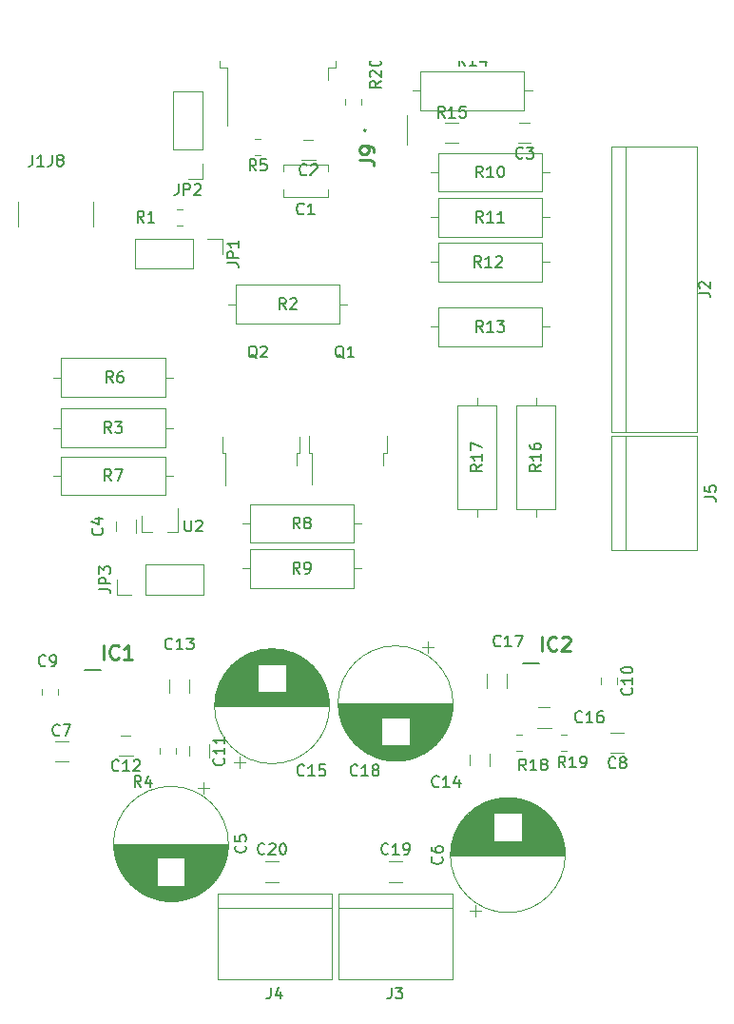
<source format=gto>
G04 #@! TF.GenerationSoftware,KiCad,Pcbnew,(5.1.4)-1*
G04 #@! TF.CreationDate,2021-07-03T18:30:15-04:00*
G04 #@! TF.ProjectId,beefy_linear_mosfet,62656566-795f-46c6-996e-6561725f6d6f,rev?*
G04 #@! TF.SameCoordinates,Original*
G04 #@! TF.FileFunction,Legend,Top*
G04 #@! TF.FilePolarity,Positive*
%FSLAX46Y46*%
G04 Gerber Fmt 4.6, Leading zero omitted, Abs format (unit mm)*
G04 Created by KiCad (PCBNEW (5.1.4)-1) date 2021-07-03 18:30:15*
%MOMM*%
%LPD*%
G04 APERTURE LIST*
%ADD10C,0.120000*%
%ADD11C,0.200000*%
%ADD12C,0.100000*%
%ADD13C,0.150000*%
%ADD14C,0.254000*%
%ADD15C,1.252000*%
%ADD16R,2.302000X1.152000*%
%ADD17R,1.152000X1.102000*%
%ADD18R,1.782000X1.982000*%
%ADD19R,1.527000X0.552000*%
%ADD20R,1.855000X3.049000*%
%ADD21C,2.352000*%
%ADD22C,2.152000*%
%ADD23C,1.527000*%
%ADD24C,1.510000*%
%ADD25C,1.832000*%
%ADD26C,3.102000*%
%ADD27R,3.102000X3.102000*%
%ADD28R,10.902000X9.502000*%
%ADD29R,0.902000X4.702000*%
%ADD30O,1.802000X1.802000*%
%ADD31R,1.802000X1.802000*%
%ADD32C,2.102000*%
%ADD33R,2.102000X2.102000*%
%ADD34C,1.852000*%
%ADD35R,0.902000X1.002000*%
%ADD36O,1.702000X1.702000*%
%ADD37C,1.702000*%
%ADD38R,5.902000X6.502000*%
%ADD39R,1.302000X2.302000*%
G04 APERTURE END LIST*
D10*
X46540000Y-29238748D02*
X46540000Y-29761252D01*
X47960000Y-29238748D02*
X47960000Y-29761252D01*
D11*
X48250000Y-31900000D02*
G75*
G02X48250000Y-32100000I0J-100000D01*
G01*
X48250000Y-32100000D02*
G75*
G02X48250000Y-31900000I0J100000D01*
G01*
X48250000Y-32100000D02*
X48250000Y-32100000D01*
X48250000Y-31900000D02*
X48250000Y-31900000D01*
D12*
X52050000Y-30700000D02*
X52050000Y-33300000D01*
D11*
X62325000Y-79450000D02*
X63750000Y-79450000D01*
X23325000Y-80050000D02*
X24750000Y-80050000D01*
D10*
X19300000Y-36145000D02*
X22200000Y-36145000D01*
X19300000Y-42855000D02*
X22200000Y-42855000D01*
X24105000Y-38050000D02*
X24105000Y-40950000D01*
X17395000Y-38050000D02*
X17395000Y-40950000D01*
X40602064Y-97090000D02*
X39397936Y-97090000D01*
X40602064Y-98910000D02*
X39397936Y-98910000D01*
X51602064Y-97090000D02*
X50397936Y-97090000D01*
X51602064Y-98910000D02*
X50397936Y-98910000D01*
X17395000Y-40440000D02*
X17395000Y-38560000D01*
X24105000Y-40440000D02*
X24105000Y-38560000D01*
X45290000Y-99940000D02*
X35130000Y-99940000D01*
X45290000Y-107560000D02*
X45290000Y-99940000D01*
X35130000Y-107560000D02*
X45290000Y-107560000D01*
X35130000Y-99940000D02*
X35130000Y-107560000D01*
X35130000Y-101210000D02*
X45290000Y-101210000D01*
X56040000Y-99940000D02*
X45880000Y-99940000D01*
X56040000Y-107560000D02*
X56040000Y-99940000D01*
X45880000Y-107560000D02*
X56040000Y-107560000D01*
X45880000Y-99940000D02*
X45880000Y-107560000D01*
X45880000Y-101210000D02*
X56040000Y-101210000D01*
X45010000Y-26450000D02*
X45010000Y-27550000D01*
X45700000Y-26450000D02*
X45010000Y-26450000D01*
X45700000Y-24950000D02*
X45700000Y-26450000D01*
X35990000Y-26450000D02*
X35990000Y-31575000D01*
X35300000Y-26450000D02*
X35990000Y-26450000D01*
X35300000Y-24950000D02*
X35300000Y-26450000D01*
X65738748Y-87210000D02*
X66261252Y-87210000D01*
X65738748Y-85790000D02*
X66261252Y-85790000D01*
X61738748Y-87210000D02*
X62261252Y-87210000D01*
X61738748Y-85790000D02*
X62261252Y-85790000D01*
X39011252Y-32790000D02*
X38488748Y-32790000D01*
X39011252Y-34210000D02*
X38488748Y-34210000D01*
X30040000Y-86988748D02*
X30040000Y-87511252D01*
X31460000Y-86988748D02*
X31460000Y-87511252D01*
X32011252Y-39040000D02*
X31488748Y-39040000D01*
X32011252Y-40460000D02*
X31488748Y-40460000D01*
X26170000Y-73330000D02*
X26170000Y-72000000D01*
X27500000Y-73330000D02*
X26170000Y-73330000D01*
X28770000Y-73330000D02*
X28770000Y-70670000D01*
X28770000Y-70670000D02*
X33910000Y-70670000D01*
X28770000Y-73330000D02*
X33910000Y-73330000D01*
X33910000Y-73330000D02*
X33910000Y-70670000D01*
X70190000Y-59210000D02*
X70190000Y-69370000D01*
X77810000Y-59210000D02*
X70190000Y-59210000D01*
X77810000Y-69370000D02*
X77810000Y-59210000D01*
X70190000Y-69370000D02*
X77810000Y-69370000D01*
X71460000Y-69370000D02*
X71460000Y-59210000D01*
X54375000Y-78020354D02*
X53375000Y-78020354D01*
X53875000Y-77520354D02*
X53875000Y-78520354D01*
X51599000Y-88081000D02*
X50401000Y-88081000D01*
X51862000Y-88041000D02*
X50138000Y-88041000D01*
X52062000Y-88001000D02*
X49938000Y-88001000D01*
X52230000Y-87961000D02*
X49770000Y-87961000D01*
X52378000Y-87921000D02*
X49622000Y-87921000D01*
X52510000Y-87881000D02*
X49490000Y-87881000D01*
X52630000Y-87841000D02*
X49370000Y-87841000D01*
X52742000Y-87801000D02*
X49258000Y-87801000D01*
X52846000Y-87761000D02*
X49154000Y-87761000D01*
X52944000Y-87721000D02*
X49056000Y-87721000D01*
X53037000Y-87681000D02*
X48963000Y-87681000D01*
X53125000Y-87641000D02*
X48875000Y-87641000D01*
X53209000Y-87601000D02*
X48791000Y-87601000D01*
X53289000Y-87561000D02*
X48711000Y-87561000D01*
X53365000Y-87521000D02*
X48635000Y-87521000D01*
X53439000Y-87481000D02*
X48561000Y-87481000D01*
X53510000Y-87441000D02*
X48490000Y-87441000D01*
X53579000Y-87401000D02*
X48421000Y-87401000D01*
X53645000Y-87361000D02*
X48355000Y-87361000D01*
X53709000Y-87321000D02*
X48291000Y-87321000D01*
X53770000Y-87281000D02*
X48230000Y-87281000D01*
X53830000Y-87241000D02*
X48170000Y-87241000D01*
X53889000Y-87201000D02*
X48111000Y-87201000D01*
X53945000Y-87161000D02*
X48055000Y-87161000D01*
X54000000Y-87121000D02*
X48000000Y-87121000D01*
X54054000Y-87081000D02*
X47946000Y-87081000D01*
X54106000Y-87041000D02*
X47894000Y-87041000D01*
X54156000Y-87001000D02*
X47844000Y-87001000D01*
X54206000Y-86961000D02*
X47794000Y-86961000D01*
X54254000Y-86921000D02*
X47746000Y-86921000D01*
X54301000Y-86881000D02*
X47699000Y-86881000D01*
X54347000Y-86841000D02*
X47653000Y-86841000D01*
X54392000Y-86801000D02*
X47608000Y-86801000D01*
X54436000Y-86761000D02*
X47564000Y-86761000D01*
X49759000Y-86721000D02*
X47522000Y-86721000D01*
X54478000Y-86721000D02*
X52241000Y-86721000D01*
X49759000Y-86681000D02*
X47480000Y-86681000D01*
X54520000Y-86681000D02*
X52241000Y-86681000D01*
X49759000Y-86641000D02*
X47439000Y-86641000D01*
X54561000Y-86641000D02*
X52241000Y-86641000D01*
X49759000Y-86601000D02*
X47399000Y-86601000D01*
X54601000Y-86601000D02*
X52241000Y-86601000D01*
X49759000Y-86561000D02*
X47360000Y-86561000D01*
X54640000Y-86561000D02*
X52241000Y-86561000D01*
X49759000Y-86521000D02*
X47321000Y-86521000D01*
X54679000Y-86521000D02*
X52241000Y-86521000D01*
X49759000Y-86481000D02*
X47284000Y-86481000D01*
X54716000Y-86481000D02*
X52241000Y-86481000D01*
X49759000Y-86441000D02*
X47247000Y-86441000D01*
X54753000Y-86441000D02*
X52241000Y-86441000D01*
X49759000Y-86401000D02*
X47211000Y-86401000D01*
X54789000Y-86401000D02*
X52241000Y-86401000D01*
X49759000Y-86361000D02*
X47176000Y-86361000D01*
X54824000Y-86361000D02*
X52241000Y-86361000D01*
X49759000Y-86321000D02*
X47142000Y-86321000D01*
X54858000Y-86321000D02*
X52241000Y-86321000D01*
X49759000Y-86281000D02*
X47108000Y-86281000D01*
X54892000Y-86281000D02*
X52241000Y-86281000D01*
X49759000Y-86241000D02*
X47075000Y-86241000D01*
X54925000Y-86241000D02*
X52241000Y-86241000D01*
X49759000Y-86201000D02*
X47043000Y-86201000D01*
X54957000Y-86201000D02*
X52241000Y-86201000D01*
X49759000Y-86161000D02*
X47011000Y-86161000D01*
X54989000Y-86161000D02*
X52241000Y-86161000D01*
X49759000Y-86121000D02*
X46980000Y-86121000D01*
X55020000Y-86121000D02*
X52241000Y-86121000D01*
X49759000Y-86081000D02*
X46950000Y-86081000D01*
X55050000Y-86081000D02*
X52241000Y-86081000D01*
X49759000Y-86041000D02*
X46920000Y-86041000D01*
X55080000Y-86041000D02*
X52241000Y-86041000D01*
X49759000Y-86001000D02*
X46890000Y-86001000D01*
X55110000Y-86001000D02*
X52241000Y-86001000D01*
X49759000Y-85961000D02*
X46862000Y-85961000D01*
X55138000Y-85961000D02*
X52241000Y-85961000D01*
X49759000Y-85921000D02*
X46834000Y-85921000D01*
X55166000Y-85921000D02*
X52241000Y-85921000D01*
X49759000Y-85881000D02*
X46806000Y-85881000D01*
X55194000Y-85881000D02*
X52241000Y-85881000D01*
X49759000Y-85841000D02*
X46779000Y-85841000D01*
X55221000Y-85841000D02*
X52241000Y-85841000D01*
X49759000Y-85801000D02*
X46753000Y-85801000D01*
X55247000Y-85801000D02*
X52241000Y-85801000D01*
X49759000Y-85761000D02*
X46727000Y-85761000D01*
X55273000Y-85761000D02*
X52241000Y-85761000D01*
X49759000Y-85721000D02*
X46702000Y-85721000D01*
X55298000Y-85721000D02*
X52241000Y-85721000D01*
X49759000Y-85681000D02*
X46677000Y-85681000D01*
X55323000Y-85681000D02*
X52241000Y-85681000D01*
X49759000Y-85641000D02*
X46653000Y-85641000D01*
X55347000Y-85641000D02*
X52241000Y-85641000D01*
X49759000Y-85601000D02*
X46629000Y-85601000D01*
X55371000Y-85601000D02*
X52241000Y-85601000D01*
X49759000Y-85561000D02*
X46605000Y-85561000D01*
X55395000Y-85561000D02*
X52241000Y-85561000D01*
X49759000Y-85521000D02*
X46583000Y-85521000D01*
X55417000Y-85521000D02*
X52241000Y-85521000D01*
X49759000Y-85481000D02*
X46560000Y-85481000D01*
X55440000Y-85481000D02*
X52241000Y-85481000D01*
X49759000Y-85441000D02*
X46538000Y-85441000D01*
X55462000Y-85441000D02*
X52241000Y-85441000D01*
X49759000Y-85401000D02*
X46517000Y-85401000D01*
X55483000Y-85401000D02*
X52241000Y-85401000D01*
X49759000Y-85361000D02*
X46496000Y-85361000D01*
X55504000Y-85361000D02*
X52241000Y-85361000D01*
X49759000Y-85321000D02*
X46475000Y-85321000D01*
X55525000Y-85321000D02*
X52241000Y-85321000D01*
X49759000Y-85281000D02*
X46455000Y-85281000D01*
X55545000Y-85281000D02*
X52241000Y-85281000D01*
X49759000Y-85241000D02*
X46436000Y-85241000D01*
X55564000Y-85241000D02*
X52241000Y-85241000D01*
X49759000Y-85201000D02*
X46416000Y-85201000D01*
X55584000Y-85201000D02*
X52241000Y-85201000D01*
X49759000Y-85161000D02*
X46397000Y-85161000D01*
X55603000Y-85161000D02*
X52241000Y-85161000D01*
X49759000Y-85121000D02*
X46379000Y-85121000D01*
X55621000Y-85121000D02*
X52241000Y-85121000D01*
X49759000Y-85081000D02*
X46361000Y-85081000D01*
X55639000Y-85081000D02*
X52241000Y-85081000D01*
X49759000Y-85041000D02*
X46343000Y-85041000D01*
X55657000Y-85041000D02*
X52241000Y-85041000D01*
X49759000Y-85001000D02*
X46326000Y-85001000D01*
X55674000Y-85001000D02*
X52241000Y-85001000D01*
X49759000Y-84961000D02*
X46310000Y-84961000D01*
X55690000Y-84961000D02*
X52241000Y-84961000D01*
X49759000Y-84921000D02*
X46293000Y-84921000D01*
X55707000Y-84921000D02*
X52241000Y-84921000D01*
X49759000Y-84881000D02*
X46277000Y-84881000D01*
X55723000Y-84881000D02*
X52241000Y-84881000D01*
X49759000Y-84841000D02*
X46262000Y-84841000D01*
X55738000Y-84841000D02*
X52241000Y-84841000D01*
X49759000Y-84801000D02*
X46246000Y-84801000D01*
X55754000Y-84801000D02*
X52241000Y-84801000D01*
X49759000Y-84761000D02*
X46232000Y-84761000D01*
X55768000Y-84761000D02*
X52241000Y-84761000D01*
X49759000Y-84721000D02*
X46217000Y-84721000D01*
X55783000Y-84721000D02*
X52241000Y-84721000D01*
X49759000Y-84681000D02*
X46203000Y-84681000D01*
X55797000Y-84681000D02*
X52241000Y-84681000D01*
X49759000Y-84641000D02*
X46189000Y-84641000D01*
X55811000Y-84641000D02*
X52241000Y-84641000D01*
X49759000Y-84601000D02*
X46176000Y-84601000D01*
X55824000Y-84601000D02*
X52241000Y-84601000D01*
X49759000Y-84561000D02*
X46163000Y-84561000D01*
X55837000Y-84561000D02*
X52241000Y-84561000D01*
X49759000Y-84521000D02*
X46150000Y-84521000D01*
X55850000Y-84521000D02*
X52241000Y-84521000D01*
X49759000Y-84481000D02*
X46138000Y-84481000D01*
X55862000Y-84481000D02*
X52241000Y-84481000D01*
X49759000Y-84441000D02*
X46126000Y-84441000D01*
X55874000Y-84441000D02*
X52241000Y-84441000D01*
X49759000Y-84401000D02*
X46115000Y-84401000D01*
X55885000Y-84401000D02*
X52241000Y-84401000D01*
X49759000Y-84361000D02*
X46103000Y-84361000D01*
X55897000Y-84361000D02*
X52241000Y-84361000D01*
X49759000Y-84321000D02*
X46093000Y-84321000D01*
X55907000Y-84321000D02*
X52241000Y-84321000D01*
X49759000Y-84281000D02*
X46082000Y-84281000D01*
X55918000Y-84281000D02*
X52241000Y-84281000D01*
X55928000Y-84241000D02*
X46072000Y-84241000D01*
X55938000Y-84201000D02*
X46062000Y-84201000D01*
X55947000Y-84161000D02*
X46053000Y-84161000D01*
X55956000Y-84121000D02*
X46044000Y-84121000D01*
X55965000Y-84081000D02*
X46035000Y-84081000D01*
X55974000Y-84041000D02*
X46026000Y-84041000D01*
X55982000Y-84001000D02*
X46018000Y-84001000D01*
X55990000Y-83961000D02*
X46010000Y-83961000D01*
X55997000Y-83921000D02*
X46003000Y-83921000D01*
X56004000Y-83881000D02*
X45996000Y-83881000D01*
X56011000Y-83841000D02*
X45989000Y-83841000D01*
X56018000Y-83801000D02*
X45982000Y-83801000D01*
X56024000Y-83761000D02*
X45976000Y-83761000D01*
X56030000Y-83721000D02*
X45970000Y-83721000D01*
X56035000Y-83680000D02*
X45965000Y-83680000D01*
X56040000Y-83640000D02*
X45960000Y-83640000D01*
X56045000Y-83600000D02*
X45955000Y-83600000D01*
X56050000Y-83560000D02*
X45950000Y-83560000D01*
X56054000Y-83520000D02*
X45946000Y-83520000D01*
X56058000Y-83480000D02*
X45942000Y-83480000D01*
X56062000Y-83440000D02*
X45938000Y-83440000D01*
X56065000Y-83400000D02*
X45935000Y-83400000D01*
X56068000Y-83360000D02*
X45932000Y-83360000D01*
X56070000Y-83320000D02*
X45930000Y-83320000D01*
X56073000Y-83280000D02*
X45927000Y-83280000D01*
X56075000Y-83240000D02*
X45925000Y-83240000D01*
X56077000Y-83200000D02*
X45923000Y-83200000D01*
X56078000Y-83160000D02*
X45922000Y-83160000D01*
X56079000Y-83120000D02*
X45921000Y-83120000D01*
X56080000Y-83080000D02*
X45920000Y-83080000D01*
X56080000Y-83040000D02*
X45920000Y-83040000D01*
X56080000Y-83000000D02*
X45920000Y-83000000D01*
X56120000Y-83000000D02*
G75*
G03X56120000Y-83000000I-5120000J0D01*
G01*
X59090000Y-80397936D02*
X59090000Y-81602064D01*
X60910000Y-80397936D02*
X60910000Y-81602064D01*
X63647936Y-85160000D02*
X64852064Y-85160000D01*
X63647936Y-83340000D02*
X64852064Y-83340000D01*
X36625000Y-88229646D02*
X37625000Y-88229646D01*
X37125000Y-88729646D02*
X37125000Y-87729646D01*
X39401000Y-78169000D02*
X40599000Y-78169000D01*
X39138000Y-78209000D02*
X40862000Y-78209000D01*
X38938000Y-78249000D02*
X41062000Y-78249000D01*
X38770000Y-78289000D02*
X41230000Y-78289000D01*
X38622000Y-78329000D02*
X41378000Y-78329000D01*
X38490000Y-78369000D02*
X41510000Y-78369000D01*
X38370000Y-78409000D02*
X41630000Y-78409000D01*
X38258000Y-78449000D02*
X41742000Y-78449000D01*
X38154000Y-78489000D02*
X41846000Y-78489000D01*
X38056000Y-78529000D02*
X41944000Y-78529000D01*
X37963000Y-78569000D02*
X42037000Y-78569000D01*
X37875000Y-78609000D02*
X42125000Y-78609000D01*
X37791000Y-78649000D02*
X42209000Y-78649000D01*
X37711000Y-78689000D02*
X42289000Y-78689000D01*
X37635000Y-78729000D02*
X42365000Y-78729000D01*
X37561000Y-78769000D02*
X42439000Y-78769000D01*
X37490000Y-78809000D02*
X42510000Y-78809000D01*
X37421000Y-78849000D02*
X42579000Y-78849000D01*
X37355000Y-78889000D02*
X42645000Y-78889000D01*
X37291000Y-78929000D02*
X42709000Y-78929000D01*
X37230000Y-78969000D02*
X42770000Y-78969000D01*
X37170000Y-79009000D02*
X42830000Y-79009000D01*
X37111000Y-79049000D02*
X42889000Y-79049000D01*
X37055000Y-79089000D02*
X42945000Y-79089000D01*
X37000000Y-79129000D02*
X43000000Y-79129000D01*
X36946000Y-79169000D02*
X43054000Y-79169000D01*
X36894000Y-79209000D02*
X43106000Y-79209000D01*
X36844000Y-79249000D02*
X43156000Y-79249000D01*
X36794000Y-79289000D02*
X43206000Y-79289000D01*
X36746000Y-79329000D02*
X43254000Y-79329000D01*
X36699000Y-79369000D02*
X43301000Y-79369000D01*
X36653000Y-79409000D02*
X43347000Y-79409000D01*
X36608000Y-79449000D02*
X43392000Y-79449000D01*
X36564000Y-79489000D02*
X43436000Y-79489000D01*
X41241000Y-79529000D02*
X43478000Y-79529000D01*
X36522000Y-79529000D02*
X38759000Y-79529000D01*
X41241000Y-79569000D02*
X43520000Y-79569000D01*
X36480000Y-79569000D02*
X38759000Y-79569000D01*
X41241000Y-79609000D02*
X43561000Y-79609000D01*
X36439000Y-79609000D02*
X38759000Y-79609000D01*
X41241000Y-79649000D02*
X43601000Y-79649000D01*
X36399000Y-79649000D02*
X38759000Y-79649000D01*
X41241000Y-79689000D02*
X43640000Y-79689000D01*
X36360000Y-79689000D02*
X38759000Y-79689000D01*
X41241000Y-79729000D02*
X43679000Y-79729000D01*
X36321000Y-79729000D02*
X38759000Y-79729000D01*
X41241000Y-79769000D02*
X43716000Y-79769000D01*
X36284000Y-79769000D02*
X38759000Y-79769000D01*
X41241000Y-79809000D02*
X43753000Y-79809000D01*
X36247000Y-79809000D02*
X38759000Y-79809000D01*
X41241000Y-79849000D02*
X43789000Y-79849000D01*
X36211000Y-79849000D02*
X38759000Y-79849000D01*
X41241000Y-79889000D02*
X43824000Y-79889000D01*
X36176000Y-79889000D02*
X38759000Y-79889000D01*
X41241000Y-79929000D02*
X43858000Y-79929000D01*
X36142000Y-79929000D02*
X38759000Y-79929000D01*
X41241000Y-79969000D02*
X43892000Y-79969000D01*
X36108000Y-79969000D02*
X38759000Y-79969000D01*
X41241000Y-80009000D02*
X43925000Y-80009000D01*
X36075000Y-80009000D02*
X38759000Y-80009000D01*
X41241000Y-80049000D02*
X43957000Y-80049000D01*
X36043000Y-80049000D02*
X38759000Y-80049000D01*
X41241000Y-80089000D02*
X43989000Y-80089000D01*
X36011000Y-80089000D02*
X38759000Y-80089000D01*
X41241000Y-80129000D02*
X44020000Y-80129000D01*
X35980000Y-80129000D02*
X38759000Y-80129000D01*
X41241000Y-80169000D02*
X44050000Y-80169000D01*
X35950000Y-80169000D02*
X38759000Y-80169000D01*
X41241000Y-80209000D02*
X44080000Y-80209000D01*
X35920000Y-80209000D02*
X38759000Y-80209000D01*
X41241000Y-80249000D02*
X44110000Y-80249000D01*
X35890000Y-80249000D02*
X38759000Y-80249000D01*
X41241000Y-80289000D02*
X44138000Y-80289000D01*
X35862000Y-80289000D02*
X38759000Y-80289000D01*
X41241000Y-80329000D02*
X44166000Y-80329000D01*
X35834000Y-80329000D02*
X38759000Y-80329000D01*
X41241000Y-80369000D02*
X44194000Y-80369000D01*
X35806000Y-80369000D02*
X38759000Y-80369000D01*
X41241000Y-80409000D02*
X44221000Y-80409000D01*
X35779000Y-80409000D02*
X38759000Y-80409000D01*
X41241000Y-80449000D02*
X44247000Y-80449000D01*
X35753000Y-80449000D02*
X38759000Y-80449000D01*
X41241000Y-80489000D02*
X44273000Y-80489000D01*
X35727000Y-80489000D02*
X38759000Y-80489000D01*
X41241000Y-80529000D02*
X44298000Y-80529000D01*
X35702000Y-80529000D02*
X38759000Y-80529000D01*
X41241000Y-80569000D02*
X44323000Y-80569000D01*
X35677000Y-80569000D02*
X38759000Y-80569000D01*
X41241000Y-80609000D02*
X44347000Y-80609000D01*
X35653000Y-80609000D02*
X38759000Y-80609000D01*
X41241000Y-80649000D02*
X44371000Y-80649000D01*
X35629000Y-80649000D02*
X38759000Y-80649000D01*
X41241000Y-80689000D02*
X44395000Y-80689000D01*
X35605000Y-80689000D02*
X38759000Y-80689000D01*
X41241000Y-80729000D02*
X44417000Y-80729000D01*
X35583000Y-80729000D02*
X38759000Y-80729000D01*
X41241000Y-80769000D02*
X44440000Y-80769000D01*
X35560000Y-80769000D02*
X38759000Y-80769000D01*
X41241000Y-80809000D02*
X44462000Y-80809000D01*
X35538000Y-80809000D02*
X38759000Y-80809000D01*
X41241000Y-80849000D02*
X44483000Y-80849000D01*
X35517000Y-80849000D02*
X38759000Y-80849000D01*
X41241000Y-80889000D02*
X44504000Y-80889000D01*
X35496000Y-80889000D02*
X38759000Y-80889000D01*
X41241000Y-80929000D02*
X44525000Y-80929000D01*
X35475000Y-80929000D02*
X38759000Y-80929000D01*
X41241000Y-80969000D02*
X44545000Y-80969000D01*
X35455000Y-80969000D02*
X38759000Y-80969000D01*
X41241000Y-81009000D02*
X44564000Y-81009000D01*
X35436000Y-81009000D02*
X38759000Y-81009000D01*
X41241000Y-81049000D02*
X44584000Y-81049000D01*
X35416000Y-81049000D02*
X38759000Y-81049000D01*
X41241000Y-81089000D02*
X44603000Y-81089000D01*
X35397000Y-81089000D02*
X38759000Y-81089000D01*
X41241000Y-81129000D02*
X44621000Y-81129000D01*
X35379000Y-81129000D02*
X38759000Y-81129000D01*
X41241000Y-81169000D02*
X44639000Y-81169000D01*
X35361000Y-81169000D02*
X38759000Y-81169000D01*
X41241000Y-81209000D02*
X44657000Y-81209000D01*
X35343000Y-81209000D02*
X38759000Y-81209000D01*
X41241000Y-81249000D02*
X44674000Y-81249000D01*
X35326000Y-81249000D02*
X38759000Y-81249000D01*
X41241000Y-81289000D02*
X44690000Y-81289000D01*
X35310000Y-81289000D02*
X38759000Y-81289000D01*
X41241000Y-81329000D02*
X44707000Y-81329000D01*
X35293000Y-81329000D02*
X38759000Y-81329000D01*
X41241000Y-81369000D02*
X44723000Y-81369000D01*
X35277000Y-81369000D02*
X38759000Y-81369000D01*
X41241000Y-81409000D02*
X44738000Y-81409000D01*
X35262000Y-81409000D02*
X38759000Y-81409000D01*
X41241000Y-81449000D02*
X44754000Y-81449000D01*
X35246000Y-81449000D02*
X38759000Y-81449000D01*
X41241000Y-81489000D02*
X44768000Y-81489000D01*
X35232000Y-81489000D02*
X38759000Y-81489000D01*
X41241000Y-81529000D02*
X44783000Y-81529000D01*
X35217000Y-81529000D02*
X38759000Y-81529000D01*
X41241000Y-81569000D02*
X44797000Y-81569000D01*
X35203000Y-81569000D02*
X38759000Y-81569000D01*
X41241000Y-81609000D02*
X44811000Y-81609000D01*
X35189000Y-81609000D02*
X38759000Y-81609000D01*
X41241000Y-81649000D02*
X44824000Y-81649000D01*
X35176000Y-81649000D02*
X38759000Y-81649000D01*
X41241000Y-81689000D02*
X44837000Y-81689000D01*
X35163000Y-81689000D02*
X38759000Y-81689000D01*
X41241000Y-81729000D02*
X44850000Y-81729000D01*
X35150000Y-81729000D02*
X38759000Y-81729000D01*
X41241000Y-81769000D02*
X44862000Y-81769000D01*
X35138000Y-81769000D02*
X38759000Y-81769000D01*
X41241000Y-81809000D02*
X44874000Y-81809000D01*
X35126000Y-81809000D02*
X38759000Y-81809000D01*
X41241000Y-81849000D02*
X44885000Y-81849000D01*
X35115000Y-81849000D02*
X38759000Y-81849000D01*
X41241000Y-81889000D02*
X44897000Y-81889000D01*
X35103000Y-81889000D02*
X38759000Y-81889000D01*
X41241000Y-81929000D02*
X44907000Y-81929000D01*
X35093000Y-81929000D02*
X38759000Y-81929000D01*
X41241000Y-81969000D02*
X44918000Y-81969000D01*
X35082000Y-81969000D02*
X38759000Y-81969000D01*
X35072000Y-82009000D02*
X44928000Y-82009000D01*
X35062000Y-82049000D02*
X44938000Y-82049000D01*
X35053000Y-82089000D02*
X44947000Y-82089000D01*
X35044000Y-82129000D02*
X44956000Y-82129000D01*
X35035000Y-82169000D02*
X44965000Y-82169000D01*
X35026000Y-82209000D02*
X44974000Y-82209000D01*
X35018000Y-82249000D02*
X44982000Y-82249000D01*
X35010000Y-82289000D02*
X44990000Y-82289000D01*
X35003000Y-82329000D02*
X44997000Y-82329000D01*
X34996000Y-82369000D02*
X45004000Y-82369000D01*
X34989000Y-82409000D02*
X45011000Y-82409000D01*
X34982000Y-82449000D02*
X45018000Y-82449000D01*
X34976000Y-82489000D02*
X45024000Y-82489000D01*
X34970000Y-82529000D02*
X45030000Y-82529000D01*
X34965000Y-82570000D02*
X45035000Y-82570000D01*
X34960000Y-82610000D02*
X45040000Y-82610000D01*
X34955000Y-82650000D02*
X45045000Y-82650000D01*
X34950000Y-82690000D02*
X45050000Y-82690000D01*
X34946000Y-82730000D02*
X45054000Y-82730000D01*
X34942000Y-82770000D02*
X45058000Y-82770000D01*
X34938000Y-82810000D02*
X45062000Y-82810000D01*
X34935000Y-82850000D02*
X45065000Y-82850000D01*
X34932000Y-82890000D02*
X45068000Y-82890000D01*
X34930000Y-82930000D02*
X45070000Y-82930000D01*
X34927000Y-82970000D02*
X45073000Y-82970000D01*
X34925000Y-83010000D02*
X45075000Y-83010000D01*
X34923000Y-83050000D02*
X45077000Y-83050000D01*
X34922000Y-83090000D02*
X45078000Y-83090000D01*
X34921000Y-83130000D02*
X45079000Y-83130000D01*
X34920000Y-83170000D02*
X45080000Y-83170000D01*
X34920000Y-83210000D02*
X45080000Y-83210000D01*
X34920000Y-83250000D02*
X45080000Y-83250000D01*
X45120000Y-83250000D02*
G75*
G03X45120000Y-83250000I-5120000J0D01*
G01*
X57590000Y-87447936D02*
X57590000Y-88652064D01*
X59410000Y-87447936D02*
X59410000Y-88652064D01*
X30840000Y-80897936D02*
X30840000Y-82102064D01*
X32660000Y-80897936D02*
X32660000Y-82102064D01*
X27602064Y-85840000D02*
X26397936Y-85840000D01*
X27602064Y-87660000D02*
X26397936Y-87660000D01*
X32590000Y-86647936D02*
X32590000Y-87852064D01*
X34410000Y-86647936D02*
X34410000Y-87852064D01*
X69290000Y-80738748D02*
X69290000Y-81261252D01*
X70710000Y-80738748D02*
X70710000Y-81261252D01*
X19540000Y-81738748D02*
X19540000Y-82261252D01*
X20960000Y-81738748D02*
X20960000Y-82261252D01*
X71352064Y-85590000D02*
X70147936Y-85590000D01*
X71352064Y-87410000D02*
X70147936Y-87410000D01*
X20647936Y-88160000D02*
X21852064Y-88160000D01*
X20647936Y-86340000D02*
X21852064Y-86340000D01*
X57625000Y-101479646D02*
X58625000Y-101479646D01*
X58125000Y-101979646D02*
X58125000Y-100979646D01*
X60401000Y-91419000D02*
X61599000Y-91419000D01*
X60138000Y-91459000D02*
X61862000Y-91459000D01*
X59938000Y-91499000D02*
X62062000Y-91499000D01*
X59770000Y-91539000D02*
X62230000Y-91539000D01*
X59622000Y-91579000D02*
X62378000Y-91579000D01*
X59490000Y-91619000D02*
X62510000Y-91619000D01*
X59370000Y-91659000D02*
X62630000Y-91659000D01*
X59258000Y-91699000D02*
X62742000Y-91699000D01*
X59154000Y-91739000D02*
X62846000Y-91739000D01*
X59056000Y-91779000D02*
X62944000Y-91779000D01*
X58963000Y-91819000D02*
X63037000Y-91819000D01*
X58875000Y-91859000D02*
X63125000Y-91859000D01*
X58791000Y-91899000D02*
X63209000Y-91899000D01*
X58711000Y-91939000D02*
X63289000Y-91939000D01*
X58635000Y-91979000D02*
X63365000Y-91979000D01*
X58561000Y-92019000D02*
X63439000Y-92019000D01*
X58490000Y-92059000D02*
X63510000Y-92059000D01*
X58421000Y-92099000D02*
X63579000Y-92099000D01*
X58355000Y-92139000D02*
X63645000Y-92139000D01*
X58291000Y-92179000D02*
X63709000Y-92179000D01*
X58230000Y-92219000D02*
X63770000Y-92219000D01*
X58170000Y-92259000D02*
X63830000Y-92259000D01*
X58111000Y-92299000D02*
X63889000Y-92299000D01*
X58055000Y-92339000D02*
X63945000Y-92339000D01*
X58000000Y-92379000D02*
X64000000Y-92379000D01*
X57946000Y-92419000D02*
X64054000Y-92419000D01*
X57894000Y-92459000D02*
X64106000Y-92459000D01*
X57844000Y-92499000D02*
X64156000Y-92499000D01*
X57794000Y-92539000D02*
X64206000Y-92539000D01*
X57746000Y-92579000D02*
X64254000Y-92579000D01*
X57699000Y-92619000D02*
X64301000Y-92619000D01*
X57653000Y-92659000D02*
X64347000Y-92659000D01*
X57608000Y-92699000D02*
X64392000Y-92699000D01*
X57564000Y-92739000D02*
X64436000Y-92739000D01*
X62241000Y-92779000D02*
X64478000Y-92779000D01*
X57522000Y-92779000D02*
X59759000Y-92779000D01*
X62241000Y-92819000D02*
X64520000Y-92819000D01*
X57480000Y-92819000D02*
X59759000Y-92819000D01*
X62241000Y-92859000D02*
X64561000Y-92859000D01*
X57439000Y-92859000D02*
X59759000Y-92859000D01*
X62241000Y-92899000D02*
X64601000Y-92899000D01*
X57399000Y-92899000D02*
X59759000Y-92899000D01*
X62241000Y-92939000D02*
X64640000Y-92939000D01*
X57360000Y-92939000D02*
X59759000Y-92939000D01*
X62241000Y-92979000D02*
X64679000Y-92979000D01*
X57321000Y-92979000D02*
X59759000Y-92979000D01*
X62241000Y-93019000D02*
X64716000Y-93019000D01*
X57284000Y-93019000D02*
X59759000Y-93019000D01*
X62241000Y-93059000D02*
X64753000Y-93059000D01*
X57247000Y-93059000D02*
X59759000Y-93059000D01*
X62241000Y-93099000D02*
X64789000Y-93099000D01*
X57211000Y-93099000D02*
X59759000Y-93099000D01*
X62241000Y-93139000D02*
X64824000Y-93139000D01*
X57176000Y-93139000D02*
X59759000Y-93139000D01*
X62241000Y-93179000D02*
X64858000Y-93179000D01*
X57142000Y-93179000D02*
X59759000Y-93179000D01*
X62241000Y-93219000D02*
X64892000Y-93219000D01*
X57108000Y-93219000D02*
X59759000Y-93219000D01*
X62241000Y-93259000D02*
X64925000Y-93259000D01*
X57075000Y-93259000D02*
X59759000Y-93259000D01*
X62241000Y-93299000D02*
X64957000Y-93299000D01*
X57043000Y-93299000D02*
X59759000Y-93299000D01*
X62241000Y-93339000D02*
X64989000Y-93339000D01*
X57011000Y-93339000D02*
X59759000Y-93339000D01*
X62241000Y-93379000D02*
X65020000Y-93379000D01*
X56980000Y-93379000D02*
X59759000Y-93379000D01*
X62241000Y-93419000D02*
X65050000Y-93419000D01*
X56950000Y-93419000D02*
X59759000Y-93419000D01*
X62241000Y-93459000D02*
X65080000Y-93459000D01*
X56920000Y-93459000D02*
X59759000Y-93459000D01*
X62241000Y-93499000D02*
X65110000Y-93499000D01*
X56890000Y-93499000D02*
X59759000Y-93499000D01*
X62241000Y-93539000D02*
X65138000Y-93539000D01*
X56862000Y-93539000D02*
X59759000Y-93539000D01*
X62241000Y-93579000D02*
X65166000Y-93579000D01*
X56834000Y-93579000D02*
X59759000Y-93579000D01*
X62241000Y-93619000D02*
X65194000Y-93619000D01*
X56806000Y-93619000D02*
X59759000Y-93619000D01*
X62241000Y-93659000D02*
X65221000Y-93659000D01*
X56779000Y-93659000D02*
X59759000Y-93659000D01*
X62241000Y-93699000D02*
X65247000Y-93699000D01*
X56753000Y-93699000D02*
X59759000Y-93699000D01*
X62241000Y-93739000D02*
X65273000Y-93739000D01*
X56727000Y-93739000D02*
X59759000Y-93739000D01*
X62241000Y-93779000D02*
X65298000Y-93779000D01*
X56702000Y-93779000D02*
X59759000Y-93779000D01*
X62241000Y-93819000D02*
X65323000Y-93819000D01*
X56677000Y-93819000D02*
X59759000Y-93819000D01*
X62241000Y-93859000D02*
X65347000Y-93859000D01*
X56653000Y-93859000D02*
X59759000Y-93859000D01*
X62241000Y-93899000D02*
X65371000Y-93899000D01*
X56629000Y-93899000D02*
X59759000Y-93899000D01*
X62241000Y-93939000D02*
X65395000Y-93939000D01*
X56605000Y-93939000D02*
X59759000Y-93939000D01*
X62241000Y-93979000D02*
X65417000Y-93979000D01*
X56583000Y-93979000D02*
X59759000Y-93979000D01*
X62241000Y-94019000D02*
X65440000Y-94019000D01*
X56560000Y-94019000D02*
X59759000Y-94019000D01*
X62241000Y-94059000D02*
X65462000Y-94059000D01*
X56538000Y-94059000D02*
X59759000Y-94059000D01*
X62241000Y-94099000D02*
X65483000Y-94099000D01*
X56517000Y-94099000D02*
X59759000Y-94099000D01*
X62241000Y-94139000D02*
X65504000Y-94139000D01*
X56496000Y-94139000D02*
X59759000Y-94139000D01*
X62241000Y-94179000D02*
X65525000Y-94179000D01*
X56475000Y-94179000D02*
X59759000Y-94179000D01*
X62241000Y-94219000D02*
X65545000Y-94219000D01*
X56455000Y-94219000D02*
X59759000Y-94219000D01*
X62241000Y-94259000D02*
X65564000Y-94259000D01*
X56436000Y-94259000D02*
X59759000Y-94259000D01*
X62241000Y-94299000D02*
X65584000Y-94299000D01*
X56416000Y-94299000D02*
X59759000Y-94299000D01*
X62241000Y-94339000D02*
X65603000Y-94339000D01*
X56397000Y-94339000D02*
X59759000Y-94339000D01*
X62241000Y-94379000D02*
X65621000Y-94379000D01*
X56379000Y-94379000D02*
X59759000Y-94379000D01*
X62241000Y-94419000D02*
X65639000Y-94419000D01*
X56361000Y-94419000D02*
X59759000Y-94419000D01*
X62241000Y-94459000D02*
X65657000Y-94459000D01*
X56343000Y-94459000D02*
X59759000Y-94459000D01*
X62241000Y-94499000D02*
X65674000Y-94499000D01*
X56326000Y-94499000D02*
X59759000Y-94499000D01*
X62241000Y-94539000D02*
X65690000Y-94539000D01*
X56310000Y-94539000D02*
X59759000Y-94539000D01*
X62241000Y-94579000D02*
X65707000Y-94579000D01*
X56293000Y-94579000D02*
X59759000Y-94579000D01*
X62241000Y-94619000D02*
X65723000Y-94619000D01*
X56277000Y-94619000D02*
X59759000Y-94619000D01*
X62241000Y-94659000D02*
X65738000Y-94659000D01*
X56262000Y-94659000D02*
X59759000Y-94659000D01*
X62241000Y-94699000D02*
X65754000Y-94699000D01*
X56246000Y-94699000D02*
X59759000Y-94699000D01*
X62241000Y-94739000D02*
X65768000Y-94739000D01*
X56232000Y-94739000D02*
X59759000Y-94739000D01*
X62241000Y-94779000D02*
X65783000Y-94779000D01*
X56217000Y-94779000D02*
X59759000Y-94779000D01*
X62241000Y-94819000D02*
X65797000Y-94819000D01*
X56203000Y-94819000D02*
X59759000Y-94819000D01*
X62241000Y-94859000D02*
X65811000Y-94859000D01*
X56189000Y-94859000D02*
X59759000Y-94859000D01*
X62241000Y-94899000D02*
X65824000Y-94899000D01*
X56176000Y-94899000D02*
X59759000Y-94899000D01*
X62241000Y-94939000D02*
X65837000Y-94939000D01*
X56163000Y-94939000D02*
X59759000Y-94939000D01*
X62241000Y-94979000D02*
X65850000Y-94979000D01*
X56150000Y-94979000D02*
X59759000Y-94979000D01*
X62241000Y-95019000D02*
X65862000Y-95019000D01*
X56138000Y-95019000D02*
X59759000Y-95019000D01*
X62241000Y-95059000D02*
X65874000Y-95059000D01*
X56126000Y-95059000D02*
X59759000Y-95059000D01*
X62241000Y-95099000D02*
X65885000Y-95099000D01*
X56115000Y-95099000D02*
X59759000Y-95099000D01*
X62241000Y-95139000D02*
X65897000Y-95139000D01*
X56103000Y-95139000D02*
X59759000Y-95139000D01*
X62241000Y-95179000D02*
X65907000Y-95179000D01*
X56093000Y-95179000D02*
X59759000Y-95179000D01*
X62241000Y-95219000D02*
X65918000Y-95219000D01*
X56082000Y-95219000D02*
X59759000Y-95219000D01*
X56072000Y-95259000D02*
X65928000Y-95259000D01*
X56062000Y-95299000D02*
X65938000Y-95299000D01*
X56053000Y-95339000D02*
X65947000Y-95339000D01*
X56044000Y-95379000D02*
X65956000Y-95379000D01*
X56035000Y-95419000D02*
X65965000Y-95419000D01*
X56026000Y-95459000D02*
X65974000Y-95459000D01*
X56018000Y-95499000D02*
X65982000Y-95499000D01*
X56010000Y-95539000D02*
X65990000Y-95539000D01*
X56003000Y-95579000D02*
X65997000Y-95579000D01*
X55996000Y-95619000D02*
X66004000Y-95619000D01*
X55989000Y-95659000D02*
X66011000Y-95659000D01*
X55982000Y-95699000D02*
X66018000Y-95699000D01*
X55976000Y-95739000D02*
X66024000Y-95739000D01*
X55970000Y-95779000D02*
X66030000Y-95779000D01*
X55965000Y-95820000D02*
X66035000Y-95820000D01*
X55960000Y-95860000D02*
X66040000Y-95860000D01*
X55955000Y-95900000D02*
X66045000Y-95900000D01*
X55950000Y-95940000D02*
X66050000Y-95940000D01*
X55946000Y-95980000D02*
X66054000Y-95980000D01*
X55942000Y-96020000D02*
X66058000Y-96020000D01*
X55938000Y-96060000D02*
X66062000Y-96060000D01*
X55935000Y-96100000D02*
X66065000Y-96100000D01*
X55932000Y-96140000D02*
X66068000Y-96140000D01*
X55930000Y-96180000D02*
X66070000Y-96180000D01*
X55927000Y-96220000D02*
X66073000Y-96220000D01*
X55925000Y-96260000D02*
X66075000Y-96260000D01*
X55923000Y-96300000D02*
X66077000Y-96300000D01*
X55922000Y-96340000D02*
X66078000Y-96340000D01*
X55921000Y-96380000D02*
X66079000Y-96380000D01*
X55920000Y-96420000D02*
X66080000Y-96420000D01*
X55920000Y-96460000D02*
X66080000Y-96460000D01*
X55920000Y-96500000D02*
X66080000Y-96500000D01*
X66120000Y-96500000D02*
G75*
G03X66120000Y-96500000I-5120000J0D01*
G01*
X34375000Y-90520354D02*
X33375000Y-90520354D01*
X33875000Y-90020354D02*
X33875000Y-91020354D01*
X31599000Y-100581000D02*
X30401000Y-100581000D01*
X31862000Y-100541000D02*
X30138000Y-100541000D01*
X32062000Y-100501000D02*
X29938000Y-100501000D01*
X32230000Y-100461000D02*
X29770000Y-100461000D01*
X32378000Y-100421000D02*
X29622000Y-100421000D01*
X32510000Y-100381000D02*
X29490000Y-100381000D01*
X32630000Y-100341000D02*
X29370000Y-100341000D01*
X32742000Y-100301000D02*
X29258000Y-100301000D01*
X32846000Y-100261000D02*
X29154000Y-100261000D01*
X32944000Y-100221000D02*
X29056000Y-100221000D01*
X33037000Y-100181000D02*
X28963000Y-100181000D01*
X33125000Y-100141000D02*
X28875000Y-100141000D01*
X33209000Y-100101000D02*
X28791000Y-100101000D01*
X33289000Y-100061000D02*
X28711000Y-100061000D01*
X33365000Y-100021000D02*
X28635000Y-100021000D01*
X33439000Y-99981000D02*
X28561000Y-99981000D01*
X33510000Y-99941000D02*
X28490000Y-99941000D01*
X33579000Y-99901000D02*
X28421000Y-99901000D01*
X33645000Y-99861000D02*
X28355000Y-99861000D01*
X33709000Y-99821000D02*
X28291000Y-99821000D01*
X33770000Y-99781000D02*
X28230000Y-99781000D01*
X33830000Y-99741000D02*
X28170000Y-99741000D01*
X33889000Y-99701000D02*
X28111000Y-99701000D01*
X33945000Y-99661000D02*
X28055000Y-99661000D01*
X34000000Y-99621000D02*
X28000000Y-99621000D01*
X34054000Y-99581000D02*
X27946000Y-99581000D01*
X34106000Y-99541000D02*
X27894000Y-99541000D01*
X34156000Y-99501000D02*
X27844000Y-99501000D01*
X34206000Y-99461000D02*
X27794000Y-99461000D01*
X34254000Y-99421000D02*
X27746000Y-99421000D01*
X34301000Y-99381000D02*
X27699000Y-99381000D01*
X34347000Y-99341000D02*
X27653000Y-99341000D01*
X34392000Y-99301000D02*
X27608000Y-99301000D01*
X34436000Y-99261000D02*
X27564000Y-99261000D01*
X29759000Y-99221000D02*
X27522000Y-99221000D01*
X34478000Y-99221000D02*
X32241000Y-99221000D01*
X29759000Y-99181000D02*
X27480000Y-99181000D01*
X34520000Y-99181000D02*
X32241000Y-99181000D01*
X29759000Y-99141000D02*
X27439000Y-99141000D01*
X34561000Y-99141000D02*
X32241000Y-99141000D01*
X29759000Y-99101000D02*
X27399000Y-99101000D01*
X34601000Y-99101000D02*
X32241000Y-99101000D01*
X29759000Y-99061000D02*
X27360000Y-99061000D01*
X34640000Y-99061000D02*
X32241000Y-99061000D01*
X29759000Y-99021000D02*
X27321000Y-99021000D01*
X34679000Y-99021000D02*
X32241000Y-99021000D01*
X29759000Y-98981000D02*
X27284000Y-98981000D01*
X34716000Y-98981000D02*
X32241000Y-98981000D01*
X29759000Y-98941000D02*
X27247000Y-98941000D01*
X34753000Y-98941000D02*
X32241000Y-98941000D01*
X29759000Y-98901000D02*
X27211000Y-98901000D01*
X34789000Y-98901000D02*
X32241000Y-98901000D01*
X29759000Y-98861000D02*
X27176000Y-98861000D01*
X34824000Y-98861000D02*
X32241000Y-98861000D01*
X29759000Y-98821000D02*
X27142000Y-98821000D01*
X34858000Y-98821000D02*
X32241000Y-98821000D01*
X29759000Y-98781000D02*
X27108000Y-98781000D01*
X34892000Y-98781000D02*
X32241000Y-98781000D01*
X29759000Y-98741000D02*
X27075000Y-98741000D01*
X34925000Y-98741000D02*
X32241000Y-98741000D01*
X29759000Y-98701000D02*
X27043000Y-98701000D01*
X34957000Y-98701000D02*
X32241000Y-98701000D01*
X29759000Y-98661000D02*
X27011000Y-98661000D01*
X34989000Y-98661000D02*
X32241000Y-98661000D01*
X29759000Y-98621000D02*
X26980000Y-98621000D01*
X35020000Y-98621000D02*
X32241000Y-98621000D01*
X29759000Y-98581000D02*
X26950000Y-98581000D01*
X35050000Y-98581000D02*
X32241000Y-98581000D01*
X29759000Y-98541000D02*
X26920000Y-98541000D01*
X35080000Y-98541000D02*
X32241000Y-98541000D01*
X29759000Y-98501000D02*
X26890000Y-98501000D01*
X35110000Y-98501000D02*
X32241000Y-98501000D01*
X29759000Y-98461000D02*
X26862000Y-98461000D01*
X35138000Y-98461000D02*
X32241000Y-98461000D01*
X29759000Y-98421000D02*
X26834000Y-98421000D01*
X35166000Y-98421000D02*
X32241000Y-98421000D01*
X29759000Y-98381000D02*
X26806000Y-98381000D01*
X35194000Y-98381000D02*
X32241000Y-98381000D01*
X29759000Y-98341000D02*
X26779000Y-98341000D01*
X35221000Y-98341000D02*
X32241000Y-98341000D01*
X29759000Y-98301000D02*
X26753000Y-98301000D01*
X35247000Y-98301000D02*
X32241000Y-98301000D01*
X29759000Y-98261000D02*
X26727000Y-98261000D01*
X35273000Y-98261000D02*
X32241000Y-98261000D01*
X29759000Y-98221000D02*
X26702000Y-98221000D01*
X35298000Y-98221000D02*
X32241000Y-98221000D01*
X29759000Y-98181000D02*
X26677000Y-98181000D01*
X35323000Y-98181000D02*
X32241000Y-98181000D01*
X29759000Y-98141000D02*
X26653000Y-98141000D01*
X35347000Y-98141000D02*
X32241000Y-98141000D01*
X29759000Y-98101000D02*
X26629000Y-98101000D01*
X35371000Y-98101000D02*
X32241000Y-98101000D01*
X29759000Y-98061000D02*
X26605000Y-98061000D01*
X35395000Y-98061000D02*
X32241000Y-98061000D01*
X29759000Y-98021000D02*
X26583000Y-98021000D01*
X35417000Y-98021000D02*
X32241000Y-98021000D01*
X29759000Y-97981000D02*
X26560000Y-97981000D01*
X35440000Y-97981000D02*
X32241000Y-97981000D01*
X29759000Y-97941000D02*
X26538000Y-97941000D01*
X35462000Y-97941000D02*
X32241000Y-97941000D01*
X29759000Y-97901000D02*
X26517000Y-97901000D01*
X35483000Y-97901000D02*
X32241000Y-97901000D01*
X29759000Y-97861000D02*
X26496000Y-97861000D01*
X35504000Y-97861000D02*
X32241000Y-97861000D01*
X29759000Y-97821000D02*
X26475000Y-97821000D01*
X35525000Y-97821000D02*
X32241000Y-97821000D01*
X29759000Y-97781000D02*
X26455000Y-97781000D01*
X35545000Y-97781000D02*
X32241000Y-97781000D01*
X29759000Y-97741000D02*
X26436000Y-97741000D01*
X35564000Y-97741000D02*
X32241000Y-97741000D01*
X29759000Y-97701000D02*
X26416000Y-97701000D01*
X35584000Y-97701000D02*
X32241000Y-97701000D01*
X29759000Y-97661000D02*
X26397000Y-97661000D01*
X35603000Y-97661000D02*
X32241000Y-97661000D01*
X29759000Y-97621000D02*
X26379000Y-97621000D01*
X35621000Y-97621000D02*
X32241000Y-97621000D01*
X29759000Y-97581000D02*
X26361000Y-97581000D01*
X35639000Y-97581000D02*
X32241000Y-97581000D01*
X29759000Y-97541000D02*
X26343000Y-97541000D01*
X35657000Y-97541000D02*
X32241000Y-97541000D01*
X29759000Y-97501000D02*
X26326000Y-97501000D01*
X35674000Y-97501000D02*
X32241000Y-97501000D01*
X29759000Y-97461000D02*
X26310000Y-97461000D01*
X35690000Y-97461000D02*
X32241000Y-97461000D01*
X29759000Y-97421000D02*
X26293000Y-97421000D01*
X35707000Y-97421000D02*
X32241000Y-97421000D01*
X29759000Y-97381000D02*
X26277000Y-97381000D01*
X35723000Y-97381000D02*
X32241000Y-97381000D01*
X29759000Y-97341000D02*
X26262000Y-97341000D01*
X35738000Y-97341000D02*
X32241000Y-97341000D01*
X29759000Y-97301000D02*
X26246000Y-97301000D01*
X35754000Y-97301000D02*
X32241000Y-97301000D01*
X29759000Y-97261000D02*
X26232000Y-97261000D01*
X35768000Y-97261000D02*
X32241000Y-97261000D01*
X29759000Y-97221000D02*
X26217000Y-97221000D01*
X35783000Y-97221000D02*
X32241000Y-97221000D01*
X29759000Y-97181000D02*
X26203000Y-97181000D01*
X35797000Y-97181000D02*
X32241000Y-97181000D01*
X29759000Y-97141000D02*
X26189000Y-97141000D01*
X35811000Y-97141000D02*
X32241000Y-97141000D01*
X29759000Y-97101000D02*
X26176000Y-97101000D01*
X35824000Y-97101000D02*
X32241000Y-97101000D01*
X29759000Y-97061000D02*
X26163000Y-97061000D01*
X35837000Y-97061000D02*
X32241000Y-97061000D01*
X29759000Y-97021000D02*
X26150000Y-97021000D01*
X35850000Y-97021000D02*
X32241000Y-97021000D01*
X29759000Y-96981000D02*
X26138000Y-96981000D01*
X35862000Y-96981000D02*
X32241000Y-96981000D01*
X29759000Y-96941000D02*
X26126000Y-96941000D01*
X35874000Y-96941000D02*
X32241000Y-96941000D01*
X29759000Y-96901000D02*
X26115000Y-96901000D01*
X35885000Y-96901000D02*
X32241000Y-96901000D01*
X29759000Y-96861000D02*
X26103000Y-96861000D01*
X35897000Y-96861000D02*
X32241000Y-96861000D01*
X29759000Y-96821000D02*
X26093000Y-96821000D01*
X35907000Y-96821000D02*
X32241000Y-96821000D01*
X29759000Y-96781000D02*
X26082000Y-96781000D01*
X35918000Y-96781000D02*
X32241000Y-96781000D01*
X35928000Y-96741000D02*
X26072000Y-96741000D01*
X35938000Y-96701000D02*
X26062000Y-96701000D01*
X35947000Y-96661000D02*
X26053000Y-96661000D01*
X35956000Y-96621000D02*
X26044000Y-96621000D01*
X35965000Y-96581000D02*
X26035000Y-96581000D01*
X35974000Y-96541000D02*
X26026000Y-96541000D01*
X35982000Y-96501000D02*
X26018000Y-96501000D01*
X35990000Y-96461000D02*
X26010000Y-96461000D01*
X35997000Y-96421000D02*
X26003000Y-96421000D01*
X36004000Y-96381000D02*
X25996000Y-96381000D01*
X36011000Y-96341000D02*
X25989000Y-96341000D01*
X36018000Y-96301000D02*
X25982000Y-96301000D01*
X36024000Y-96261000D02*
X25976000Y-96261000D01*
X36030000Y-96221000D02*
X25970000Y-96221000D01*
X36035000Y-96180000D02*
X25965000Y-96180000D01*
X36040000Y-96140000D02*
X25960000Y-96140000D01*
X36045000Y-96100000D02*
X25955000Y-96100000D01*
X36050000Y-96060000D02*
X25950000Y-96060000D01*
X36054000Y-96020000D02*
X25946000Y-96020000D01*
X36058000Y-95980000D02*
X25942000Y-95980000D01*
X36062000Y-95940000D02*
X25938000Y-95940000D01*
X36065000Y-95900000D02*
X25935000Y-95900000D01*
X36068000Y-95860000D02*
X25932000Y-95860000D01*
X36070000Y-95820000D02*
X25930000Y-95820000D01*
X36073000Y-95780000D02*
X25927000Y-95780000D01*
X36075000Y-95740000D02*
X25925000Y-95740000D01*
X36077000Y-95700000D02*
X25923000Y-95700000D01*
X36078000Y-95660000D02*
X25922000Y-95660000D01*
X36079000Y-95620000D02*
X25921000Y-95620000D01*
X36080000Y-95580000D02*
X25920000Y-95580000D01*
X36080000Y-95540000D02*
X25920000Y-95540000D01*
X36080000Y-95500000D02*
X25920000Y-95500000D01*
X36120000Y-95500000D02*
G75*
G03X36120000Y-95500000I-5120000J0D01*
G01*
X26090000Y-66647936D02*
X26090000Y-67852064D01*
X27910000Y-66647936D02*
X27910000Y-67852064D01*
X77810000Y-33460000D02*
X70190000Y-33460000D01*
X77810000Y-58860000D02*
X70190000Y-58860000D01*
X77810000Y-33460000D02*
X77810000Y-58860000D01*
X71460000Y-33460000D02*
X71460000Y-58860000D01*
X70190000Y-33460000D02*
X70190000Y-58860000D01*
X28420000Y-67760000D02*
X28420000Y-66300000D01*
X31580000Y-67760000D02*
X31580000Y-65600000D01*
X31580000Y-67760000D02*
X30650000Y-67760000D01*
X28420000Y-67760000D02*
X29350000Y-67760000D01*
X58250000Y-66410000D02*
X58250000Y-65720000D01*
X58250000Y-55790000D02*
X58250000Y-56480000D01*
X59970000Y-65720000D02*
X59970000Y-56480000D01*
X56530000Y-65720000D02*
X59970000Y-65720000D01*
X56530000Y-56480000D02*
X56530000Y-65720000D01*
X59970000Y-56480000D02*
X56530000Y-56480000D01*
X63500000Y-66410000D02*
X63500000Y-65720000D01*
X63500000Y-55790000D02*
X63500000Y-56480000D01*
X65220000Y-65720000D02*
X65220000Y-56480000D01*
X61780000Y-65720000D02*
X65220000Y-65720000D01*
X61780000Y-56480000D02*
X61780000Y-65720000D01*
X65220000Y-56480000D02*
X61780000Y-56480000D01*
X55410436Y-33160000D02*
X56614564Y-33160000D01*
X55410436Y-31340000D02*
X56614564Y-31340000D01*
X63160000Y-28500000D02*
X62470000Y-28500000D01*
X52540000Y-28500000D02*
X53230000Y-28500000D01*
X62470000Y-26780000D02*
X53230000Y-26780000D01*
X62470000Y-30220000D02*
X62470000Y-26780000D01*
X53230000Y-30220000D02*
X62470000Y-30220000D01*
X53230000Y-26780000D02*
X53230000Y-30220000D01*
X54090000Y-49500000D02*
X54780000Y-49500000D01*
X64710000Y-49500000D02*
X64020000Y-49500000D01*
X54780000Y-51220000D02*
X64020000Y-51220000D01*
X54780000Y-47780000D02*
X54780000Y-51220000D01*
X64020000Y-47780000D02*
X54780000Y-47780000D01*
X64020000Y-51220000D02*
X64020000Y-47780000D01*
X54090000Y-43750000D02*
X54780000Y-43750000D01*
X64710000Y-43750000D02*
X64020000Y-43750000D01*
X54780000Y-45470000D02*
X64020000Y-45470000D01*
X54780000Y-42030000D02*
X54780000Y-45470000D01*
X64020000Y-42030000D02*
X54780000Y-42030000D01*
X64020000Y-45470000D02*
X64020000Y-42030000D01*
X54090000Y-39750000D02*
X54780000Y-39750000D01*
X64710000Y-39750000D02*
X64020000Y-39750000D01*
X54780000Y-41470000D02*
X64020000Y-41470000D01*
X54780000Y-38030000D02*
X54780000Y-41470000D01*
X64020000Y-38030000D02*
X54780000Y-38030000D01*
X64020000Y-41470000D02*
X64020000Y-38030000D01*
X54090000Y-35750000D02*
X54780000Y-35750000D01*
X64710000Y-35750000D02*
X64020000Y-35750000D01*
X54780000Y-37470000D02*
X64020000Y-37470000D01*
X54780000Y-34030000D02*
X54780000Y-37470000D01*
X64020000Y-34030000D02*
X54780000Y-34030000D01*
X64020000Y-37470000D02*
X64020000Y-34030000D01*
X37340000Y-71000000D02*
X38030000Y-71000000D01*
X47960000Y-71000000D02*
X47270000Y-71000000D01*
X38030000Y-72720000D02*
X47270000Y-72720000D01*
X38030000Y-69280000D02*
X38030000Y-72720000D01*
X47270000Y-69280000D02*
X38030000Y-69280000D01*
X47270000Y-72720000D02*
X47270000Y-69280000D01*
X37340000Y-67000000D02*
X38030000Y-67000000D01*
X47960000Y-67000000D02*
X47270000Y-67000000D01*
X38030000Y-68720000D02*
X47270000Y-68720000D01*
X38030000Y-65280000D02*
X38030000Y-68720000D01*
X47270000Y-65280000D02*
X38030000Y-65280000D01*
X47270000Y-68720000D02*
X47270000Y-65280000D01*
X31160000Y-62750000D02*
X30470000Y-62750000D01*
X20540000Y-62750000D02*
X21230000Y-62750000D01*
X30470000Y-61030000D02*
X21230000Y-61030000D01*
X30470000Y-64470000D02*
X30470000Y-61030000D01*
X21230000Y-64470000D02*
X30470000Y-64470000D01*
X21230000Y-61030000D02*
X21230000Y-64470000D01*
X31160000Y-54000000D02*
X30470000Y-54000000D01*
X20540000Y-54000000D02*
X21230000Y-54000000D01*
X30470000Y-52280000D02*
X21230000Y-52280000D01*
X30470000Y-55720000D02*
X30470000Y-52280000D01*
X21230000Y-55720000D02*
X30470000Y-55720000D01*
X21230000Y-52280000D02*
X21230000Y-55720000D01*
X31160000Y-58500000D02*
X30470000Y-58500000D01*
X20540000Y-58500000D02*
X21230000Y-58500000D01*
X30470000Y-56780000D02*
X21230000Y-56780000D01*
X30470000Y-60220000D02*
X30470000Y-56780000D01*
X21230000Y-60220000D02*
X30470000Y-60220000D01*
X21230000Y-56780000D02*
X21230000Y-60220000D01*
X36090000Y-47500000D02*
X36780000Y-47500000D01*
X46710000Y-47500000D02*
X46020000Y-47500000D01*
X36780000Y-49220000D02*
X46020000Y-49220000D01*
X36780000Y-45780000D02*
X36780000Y-49220000D01*
X46020000Y-45780000D02*
X36780000Y-45780000D01*
X46020000Y-49220000D02*
X46020000Y-45780000D01*
X42205000Y-60745000D02*
X42205000Y-61845000D01*
X42475000Y-60745000D02*
X42205000Y-60745000D01*
X42475000Y-59245000D02*
X42475000Y-60745000D01*
X35845000Y-60745000D02*
X35845000Y-63575000D01*
X35575000Y-60745000D02*
X35845000Y-60745000D01*
X35575000Y-59245000D02*
X35575000Y-60745000D01*
X49930000Y-60720000D02*
X49930000Y-61820000D01*
X50200000Y-60720000D02*
X49930000Y-60720000D01*
X50200000Y-59220000D02*
X50200000Y-60720000D01*
X43570000Y-60720000D02*
X43570000Y-63550000D01*
X43300000Y-60720000D02*
X43570000Y-60720000D01*
X43300000Y-59220000D02*
X43300000Y-60720000D01*
X33830000Y-36330000D02*
X32500000Y-36330000D01*
X33830000Y-35000000D02*
X33830000Y-36330000D01*
X33830000Y-33730000D02*
X31170000Y-33730000D01*
X31170000Y-33730000D02*
X31170000Y-28590000D01*
X33830000Y-33730000D02*
X33830000Y-28590000D01*
X33830000Y-28590000D02*
X31170000Y-28590000D01*
X35580000Y-41670000D02*
X35580000Y-43000000D01*
X34250000Y-41670000D02*
X35580000Y-41670000D01*
X32980000Y-41670000D02*
X32980000Y-44330000D01*
X32980000Y-44330000D02*
X27840000Y-44330000D01*
X32980000Y-41670000D02*
X27840000Y-41670000D01*
X27840000Y-41670000D02*
X27840000Y-44330000D01*
X63102064Y-31340000D02*
X61897936Y-31340000D01*
X63102064Y-33160000D02*
X61897936Y-33160000D01*
X43852064Y-32840000D02*
X42647936Y-32840000D01*
X43852064Y-34660000D02*
X42647936Y-34660000D01*
X40980000Y-35705000D02*
X40980000Y-35080000D01*
X40980000Y-37920000D02*
X40980000Y-37295000D01*
X45020000Y-35705000D02*
X45020000Y-35080000D01*
X45020000Y-37920000D02*
X45020000Y-37295000D01*
X45020000Y-35080000D02*
X40980000Y-35080000D01*
X45020000Y-37920000D02*
X40980000Y-37920000D01*
D13*
X49702380Y-27642857D02*
X49226190Y-27976190D01*
X49702380Y-28214285D02*
X48702380Y-28214285D01*
X48702380Y-27833333D01*
X48750000Y-27738095D01*
X48797619Y-27690476D01*
X48892857Y-27642857D01*
X49035714Y-27642857D01*
X49130952Y-27690476D01*
X49178571Y-27738095D01*
X49226190Y-27833333D01*
X49226190Y-28214285D01*
X48797619Y-27261904D02*
X48750000Y-27214285D01*
X48702380Y-27119047D01*
X48702380Y-26880952D01*
X48750000Y-26785714D01*
X48797619Y-26738095D01*
X48892857Y-26690476D01*
X48988095Y-26690476D01*
X49130952Y-26738095D01*
X49702380Y-27309523D01*
X49702380Y-26690476D01*
X48702380Y-26071428D02*
X48702380Y-25976190D01*
X48750000Y-25880952D01*
X48797619Y-25833333D01*
X48892857Y-25785714D01*
X49083333Y-25738095D01*
X49321428Y-25738095D01*
X49511904Y-25785714D01*
X49607142Y-25833333D01*
X49654761Y-25880952D01*
X49702380Y-25976190D01*
X49702380Y-26071428D01*
X49654761Y-26166666D01*
X49607142Y-26214285D01*
X49511904Y-26261904D01*
X49321428Y-26309523D01*
X49083333Y-26309523D01*
X48892857Y-26261904D01*
X48797619Y-26214285D01*
X48750000Y-26166666D01*
X48702380Y-26071428D01*
D14*
X47804523Y-34673333D02*
X48711666Y-34673333D01*
X48893095Y-34733809D01*
X49014047Y-34854761D01*
X49074523Y-35036190D01*
X49074523Y-35157142D01*
X49074523Y-34008095D02*
X49074523Y-33766190D01*
X49014047Y-33645238D01*
X48953571Y-33584761D01*
X48772142Y-33463809D01*
X48530238Y-33403333D01*
X48046428Y-33403333D01*
X47925476Y-33463809D01*
X47865000Y-33524285D01*
X47804523Y-33645238D01*
X47804523Y-33887142D01*
X47865000Y-34008095D01*
X47925476Y-34068571D01*
X48046428Y-34129047D01*
X48348809Y-34129047D01*
X48469761Y-34068571D01*
X48530238Y-34008095D01*
X48590714Y-33887142D01*
X48590714Y-33645238D01*
X48530238Y-33524285D01*
X48469761Y-33463809D01*
X48348809Y-33403333D01*
X64010238Y-78324523D02*
X64010238Y-77054523D01*
X65340714Y-78203571D02*
X65280238Y-78264047D01*
X65098809Y-78324523D01*
X64977857Y-78324523D01*
X64796428Y-78264047D01*
X64675476Y-78143095D01*
X64615000Y-78022142D01*
X64554523Y-77780238D01*
X64554523Y-77598809D01*
X64615000Y-77356904D01*
X64675476Y-77235952D01*
X64796428Y-77115000D01*
X64977857Y-77054523D01*
X65098809Y-77054523D01*
X65280238Y-77115000D01*
X65340714Y-77175476D01*
X65824523Y-77175476D02*
X65885000Y-77115000D01*
X66005952Y-77054523D01*
X66308333Y-77054523D01*
X66429285Y-77115000D01*
X66489761Y-77175476D01*
X66550238Y-77296428D01*
X66550238Y-77417380D01*
X66489761Y-77598809D01*
X65764047Y-78324523D01*
X66550238Y-78324523D01*
X25010238Y-79074523D02*
X25010238Y-77804523D01*
X26340714Y-78953571D02*
X26280238Y-79014047D01*
X26098809Y-79074523D01*
X25977857Y-79074523D01*
X25796428Y-79014047D01*
X25675476Y-78893095D01*
X25615000Y-78772142D01*
X25554523Y-78530238D01*
X25554523Y-78348809D01*
X25615000Y-78106904D01*
X25675476Y-77985952D01*
X25796428Y-77865000D01*
X25977857Y-77804523D01*
X26098809Y-77804523D01*
X26280238Y-77865000D01*
X26340714Y-77925476D01*
X27550238Y-79074523D02*
X26824523Y-79074523D01*
X27187380Y-79074523D02*
X27187380Y-77804523D01*
X27066428Y-77985952D01*
X26945476Y-78106904D01*
X26824523Y-78167380D01*
D13*
X20416666Y-34202380D02*
X20416666Y-34916666D01*
X20369047Y-35059523D01*
X20273809Y-35154761D01*
X20130952Y-35202380D01*
X20035714Y-35202380D01*
X21035714Y-34630952D02*
X20940476Y-34583333D01*
X20892857Y-34535714D01*
X20845238Y-34440476D01*
X20845238Y-34392857D01*
X20892857Y-34297619D01*
X20940476Y-34250000D01*
X21035714Y-34202380D01*
X21226190Y-34202380D01*
X21321428Y-34250000D01*
X21369047Y-34297619D01*
X21416666Y-34392857D01*
X21416666Y-34440476D01*
X21369047Y-34535714D01*
X21321428Y-34583333D01*
X21226190Y-34630952D01*
X21035714Y-34630952D01*
X20940476Y-34678571D01*
X20892857Y-34726190D01*
X20845238Y-34821428D01*
X20845238Y-35011904D01*
X20892857Y-35107142D01*
X20940476Y-35154761D01*
X21035714Y-35202380D01*
X21226190Y-35202380D01*
X21321428Y-35154761D01*
X21369047Y-35107142D01*
X21416666Y-35011904D01*
X21416666Y-34821428D01*
X21369047Y-34726190D01*
X21321428Y-34678571D01*
X21226190Y-34630952D01*
X39357142Y-96357142D02*
X39309523Y-96404761D01*
X39166666Y-96452380D01*
X39071428Y-96452380D01*
X38928571Y-96404761D01*
X38833333Y-96309523D01*
X38785714Y-96214285D01*
X38738095Y-96023809D01*
X38738095Y-95880952D01*
X38785714Y-95690476D01*
X38833333Y-95595238D01*
X38928571Y-95500000D01*
X39071428Y-95452380D01*
X39166666Y-95452380D01*
X39309523Y-95500000D01*
X39357142Y-95547619D01*
X39738095Y-95547619D02*
X39785714Y-95500000D01*
X39880952Y-95452380D01*
X40119047Y-95452380D01*
X40214285Y-95500000D01*
X40261904Y-95547619D01*
X40309523Y-95642857D01*
X40309523Y-95738095D01*
X40261904Y-95880952D01*
X39690476Y-96452380D01*
X40309523Y-96452380D01*
X40928571Y-95452380D02*
X41023809Y-95452380D01*
X41119047Y-95500000D01*
X41166666Y-95547619D01*
X41214285Y-95642857D01*
X41261904Y-95833333D01*
X41261904Y-96071428D01*
X41214285Y-96261904D01*
X41166666Y-96357142D01*
X41119047Y-96404761D01*
X41023809Y-96452380D01*
X40928571Y-96452380D01*
X40833333Y-96404761D01*
X40785714Y-96357142D01*
X40738095Y-96261904D01*
X40690476Y-96071428D01*
X40690476Y-95833333D01*
X40738095Y-95642857D01*
X40785714Y-95547619D01*
X40833333Y-95500000D01*
X40928571Y-95452380D01*
X50357142Y-96357142D02*
X50309523Y-96404761D01*
X50166666Y-96452380D01*
X50071428Y-96452380D01*
X49928571Y-96404761D01*
X49833333Y-96309523D01*
X49785714Y-96214285D01*
X49738095Y-96023809D01*
X49738095Y-95880952D01*
X49785714Y-95690476D01*
X49833333Y-95595238D01*
X49928571Y-95500000D01*
X50071428Y-95452380D01*
X50166666Y-95452380D01*
X50309523Y-95500000D01*
X50357142Y-95547619D01*
X51309523Y-96452380D02*
X50738095Y-96452380D01*
X51023809Y-96452380D02*
X51023809Y-95452380D01*
X50928571Y-95595238D01*
X50833333Y-95690476D01*
X50738095Y-95738095D01*
X51785714Y-96452380D02*
X51976190Y-96452380D01*
X52071428Y-96404761D01*
X52119047Y-96357142D01*
X52214285Y-96214285D01*
X52261904Y-96023809D01*
X52261904Y-95642857D01*
X52214285Y-95547619D01*
X52166666Y-95500000D01*
X52071428Y-95452380D01*
X51880952Y-95452380D01*
X51785714Y-95500000D01*
X51738095Y-95547619D01*
X51690476Y-95642857D01*
X51690476Y-95880952D01*
X51738095Y-95976190D01*
X51785714Y-96023809D01*
X51880952Y-96071428D01*
X52071428Y-96071428D01*
X52166666Y-96023809D01*
X52214285Y-95976190D01*
X52261904Y-95880952D01*
X18666666Y-34202380D02*
X18666666Y-34916666D01*
X18619047Y-35059523D01*
X18523809Y-35154761D01*
X18380952Y-35202380D01*
X18285714Y-35202380D01*
X19666666Y-35202380D02*
X19095238Y-35202380D01*
X19380952Y-35202380D02*
X19380952Y-34202380D01*
X19285714Y-34345238D01*
X19190476Y-34440476D01*
X19095238Y-34488095D01*
X39876666Y-108282380D02*
X39876666Y-108996666D01*
X39829047Y-109139523D01*
X39733809Y-109234761D01*
X39590952Y-109282380D01*
X39495714Y-109282380D01*
X40781428Y-108615714D02*
X40781428Y-109282380D01*
X40543333Y-108234761D02*
X40305238Y-108949047D01*
X40924285Y-108949047D01*
X50626666Y-108282380D02*
X50626666Y-108996666D01*
X50579047Y-109139523D01*
X50483809Y-109234761D01*
X50340952Y-109282380D01*
X50245714Y-109282380D01*
X51007619Y-108282380D02*
X51626666Y-108282380D01*
X51293333Y-108663333D01*
X51436190Y-108663333D01*
X51531428Y-108710952D01*
X51579047Y-108758571D01*
X51626666Y-108853809D01*
X51626666Y-109091904D01*
X51579047Y-109187142D01*
X51531428Y-109234761D01*
X51436190Y-109282380D01*
X51150476Y-109282380D01*
X51055238Y-109234761D01*
X51007619Y-109187142D01*
X33302380Y-24261904D02*
X34111904Y-24261904D01*
X34207142Y-24214285D01*
X34254761Y-24166666D01*
X34302380Y-24071428D01*
X34302380Y-23880952D01*
X34254761Y-23785714D01*
X34207142Y-23738095D01*
X34111904Y-23690476D01*
X33302380Y-23690476D01*
X34302380Y-22690476D02*
X34302380Y-23261904D01*
X34302380Y-22976190D02*
X33302380Y-22976190D01*
X33445238Y-23071428D01*
X33540476Y-23166666D01*
X33588095Y-23261904D01*
X66107142Y-88702380D02*
X65773809Y-88226190D01*
X65535714Y-88702380D02*
X65535714Y-87702380D01*
X65916666Y-87702380D01*
X66011904Y-87750000D01*
X66059523Y-87797619D01*
X66107142Y-87892857D01*
X66107142Y-88035714D01*
X66059523Y-88130952D01*
X66011904Y-88178571D01*
X65916666Y-88226190D01*
X65535714Y-88226190D01*
X67059523Y-88702380D02*
X66488095Y-88702380D01*
X66773809Y-88702380D02*
X66773809Y-87702380D01*
X66678571Y-87845238D01*
X66583333Y-87940476D01*
X66488095Y-87988095D01*
X67535714Y-88702380D02*
X67726190Y-88702380D01*
X67821428Y-88654761D01*
X67869047Y-88607142D01*
X67964285Y-88464285D01*
X68011904Y-88273809D01*
X68011904Y-87892857D01*
X67964285Y-87797619D01*
X67916666Y-87750000D01*
X67821428Y-87702380D01*
X67630952Y-87702380D01*
X67535714Y-87750000D01*
X67488095Y-87797619D01*
X67440476Y-87892857D01*
X67440476Y-88130952D01*
X67488095Y-88226190D01*
X67535714Y-88273809D01*
X67630952Y-88321428D01*
X67821428Y-88321428D01*
X67916666Y-88273809D01*
X67964285Y-88226190D01*
X68011904Y-88130952D01*
X62607142Y-88952380D02*
X62273809Y-88476190D01*
X62035714Y-88952380D02*
X62035714Y-87952380D01*
X62416666Y-87952380D01*
X62511904Y-88000000D01*
X62559523Y-88047619D01*
X62607142Y-88142857D01*
X62607142Y-88285714D01*
X62559523Y-88380952D01*
X62511904Y-88428571D01*
X62416666Y-88476190D01*
X62035714Y-88476190D01*
X63559523Y-88952380D02*
X62988095Y-88952380D01*
X63273809Y-88952380D02*
X63273809Y-87952380D01*
X63178571Y-88095238D01*
X63083333Y-88190476D01*
X62988095Y-88238095D01*
X64130952Y-88380952D02*
X64035714Y-88333333D01*
X63988095Y-88285714D01*
X63940476Y-88190476D01*
X63940476Y-88142857D01*
X63988095Y-88047619D01*
X64035714Y-88000000D01*
X64130952Y-87952380D01*
X64321428Y-87952380D01*
X64416666Y-88000000D01*
X64464285Y-88047619D01*
X64511904Y-88142857D01*
X64511904Y-88190476D01*
X64464285Y-88285714D01*
X64416666Y-88333333D01*
X64321428Y-88380952D01*
X64130952Y-88380952D01*
X64035714Y-88428571D01*
X63988095Y-88476190D01*
X63940476Y-88571428D01*
X63940476Y-88761904D01*
X63988095Y-88857142D01*
X64035714Y-88904761D01*
X64130952Y-88952380D01*
X64321428Y-88952380D01*
X64416666Y-88904761D01*
X64464285Y-88857142D01*
X64511904Y-88761904D01*
X64511904Y-88571428D01*
X64464285Y-88476190D01*
X64416666Y-88428571D01*
X64321428Y-88380952D01*
X38583333Y-35602380D02*
X38250000Y-35126190D01*
X38011904Y-35602380D02*
X38011904Y-34602380D01*
X38392857Y-34602380D01*
X38488095Y-34650000D01*
X38535714Y-34697619D01*
X38583333Y-34792857D01*
X38583333Y-34935714D01*
X38535714Y-35030952D01*
X38488095Y-35078571D01*
X38392857Y-35126190D01*
X38011904Y-35126190D01*
X39488095Y-34602380D02*
X39011904Y-34602380D01*
X38964285Y-35078571D01*
X39011904Y-35030952D01*
X39107142Y-34983333D01*
X39345238Y-34983333D01*
X39440476Y-35030952D01*
X39488095Y-35078571D01*
X39535714Y-35173809D01*
X39535714Y-35411904D01*
X39488095Y-35507142D01*
X39440476Y-35554761D01*
X39345238Y-35602380D01*
X39107142Y-35602380D01*
X39011904Y-35554761D01*
X38964285Y-35507142D01*
X28333333Y-90452380D02*
X28000000Y-89976190D01*
X27761904Y-90452380D02*
X27761904Y-89452380D01*
X28142857Y-89452380D01*
X28238095Y-89500000D01*
X28285714Y-89547619D01*
X28333333Y-89642857D01*
X28333333Y-89785714D01*
X28285714Y-89880952D01*
X28238095Y-89928571D01*
X28142857Y-89976190D01*
X27761904Y-89976190D01*
X29190476Y-89785714D02*
X29190476Y-90452380D01*
X28952380Y-89404761D02*
X28714285Y-90119047D01*
X29333333Y-90119047D01*
X28583333Y-40202380D02*
X28250000Y-39726190D01*
X28011904Y-40202380D02*
X28011904Y-39202380D01*
X28392857Y-39202380D01*
X28488095Y-39250000D01*
X28535714Y-39297619D01*
X28583333Y-39392857D01*
X28583333Y-39535714D01*
X28535714Y-39630952D01*
X28488095Y-39678571D01*
X28392857Y-39726190D01*
X28011904Y-39726190D01*
X29535714Y-40202380D02*
X28964285Y-40202380D01*
X29250000Y-40202380D02*
X29250000Y-39202380D01*
X29154761Y-39345238D01*
X29059523Y-39440476D01*
X28964285Y-39488095D01*
X24622380Y-72833333D02*
X25336666Y-72833333D01*
X25479523Y-72880952D01*
X25574761Y-72976190D01*
X25622380Y-73119047D01*
X25622380Y-73214285D01*
X25622380Y-72357142D02*
X24622380Y-72357142D01*
X24622380Y-71976190D01*
X24670000Y-71880952D01*
X24717619Y-71833333D01*
X24812857Y-71785714D01*
X24955714Y-71785714D01*
X25050952Y-71833333D01*
X25098571Y-71880952D01*
X25146190Y-71976190D01*
X25146190Y-72357142D01*
X24622380Y-71452380D02*
X24622380Y-70833333D01*
X25003333Y-71166666D01*
X25003333Y-71023809D01*
X25050952Y-70928571D01*
X25098571Y-70880952D01*
X25193809Y-70833333D01*
X25431904Y-70833333D01*
X25527142Y-70880952D01*
X25574761Y-70928571D01*
X25622380Y-71023809D01*
X25622380Y-71309523D01*
X25574761Y-71404761D01*
X25527142Y-71452380D01*
X78532380Y-64623333D02*
X79246666Y-64623333D01*
X79389523Y-64670952D01*
X79484761Y-64766190D01*
X79532380Y-64909047D01*
X79532380Y-65004285D01*
X78532380Y-63670952D02*
X78532380Y-64147142D01*
X79008571Y-64194761D01*
X78960952Y-64147142D01*
X78913333Y-64051904D01*
X78913333Y-63813809D01*
X78960952Y-63718571D01*
X79008571Y-63670952D01*
X79103809Y-63623333D01*
X79341904Y-63623333D01*
X79437142Y-63670952D01*
X79484761Y-63718571D01*
X79532380Y-63813809D01*
X79532380Y-64051904D01*
X79484761Y-64147142D01*
X79437142Y-64194761D01*
X47607142Y-89357142D02*
X47559523Y-89404761D01*
X47416666Y-89452380D01*
X47321428Y-89452380D01*
X47178571Y-89404761D01*
X47083333Y-89309523D01*
X47035714Y-89214285D01*
X46988095Y-89023809D01*
X46988095Y-88880952D01*
X47035714Y-88690476D01*
X47083333Y-88595238D01*
X47178571Y-88500000D01*
X47321428Y-88452380D01*
X47416666Y-88452380D01*
X47559523Y-88500000D01*
X47607142Y-88547619D01*
X48559523Y-89452380D02*
X47988095Y-89452380D01*
X48273809Y-89452380D02*
X48273809Y-88452380D01*
X48178571Y-88595238D01*
X48083333Y-88690476D01*
X47988095Y-88738095D01*
X49130952Y-88880952D02*
X49035714Y-88833333D01*
X48988095Y-88785714D01*
X48940476Y-88690476D01*
X48940476Y-88642857D01*
X48988095Y-88547619D01*
X49035714Y-88500000D01*
X49130952Y-88452380D01*
X49321428Y-88452380D01*
X49416666Y-88500000D01*
X49464285Y-88547619D01*
X49511904Y-88642857D01*
X49511904Y-88690476D01*
X49464285Y-88785714D01*
X49416666Y-88833333D01*
X49321428Y-88880952D01*
X49130952Y-88880952D01*
X49035714Y-88928571D01*
X48988095Y-88976190D01*
X48940476Y-89071428D01*
X48940476Y-89261904D01*
X48988095Y-89357142D01*
X49035714Y-89404761D01*
X49130952Y-89452380D01*
X49321428Y-89452380D01*
X49416666Y-89404761D01*
X49464285Y-89357142D01*
X49511904Y-89261904D01*
X49511904Y-89071428D01*
X49464285Y-88976190D01*
X49416666Y-88928571D01*
X49321428Y-88880952D01*
X60357142Y-77857142D02*
X60309523Y-77904761D01*
X60166666Y-77952380D01*
X60071428Y-77952380D01*
X59928571Y-77904761D01*
X59833333Y-77809523D01*
X59785714Y-77714285D01*
X59738095Y-77523809D01*
X59738095Y-77380952D01*
X59785714Y-77190476D01*
X59833333Y-77095238D01*
X59928571Y-77000000D01*
X60071428Y-76952380D01*
X60166666Y-76952380D01*
X60309523Y-77000000D01*
X60357142Y-77047619D01*
X61309523Y-77952380D02*
X60738095Y-77952380D01*
X61023809Y-77952380D02*
X61023809Y-76952380D01*
X60928571Y-77095238D01*
X60833333Y-77190476D01*
X60738095Y-77238095D01*
X61642857Y-76952380D02*
X62309523Y-76952380D01*
X61880952Y-77952380D01*
X67607142Y-84607142D02*
X67559523Y-84654761D01*
X67416666Y-84702380D01*
X67321428Y-84702380D01*
X67178571Y-84654761D01*
X67083333Y-84559523D01*
X67035714Y-84464285D01*
X66988095Y-84273809D01*
X66988095Y-84130952D01*
X67035714Y-83940476D01*
X67083333Y-83845238D01*
X67178571Y-83750000D01*
X67321428Y-83702380D01*
X67416666Y-83702380D01*
X67559523Y-83750000D01*
X67607142Y-83797619D01*
X68559523Y-84702380D02*
X67988095Y-84702380D01*
X68273809Y-84702380D02*
X68273809Y-83702380D01*
X68178571Y-83845238D01*
X68083333Y-83940476D01*
X67988095Y-83988095D01*
X69416666Y-83702380D02*
X69226190Y-83702380D01*
X69130952Y-83750000D01*
X69083333Y-83797619D01*
X68988095Y-83940476D01*
X68940476Y-84130952D01*
X68940476Y-84511904D01*
X68988095Y-84607142D01*
X69035714Y-84654761D01*
X69130952Y-84702380D01*
X69321428Y-84702380D01*
X69416666Y-84654761D01*
X69464285Y-84607142D01*
X69511904Y-84511904D01*
X69511904Y-84273809D01*
X69464285Y-84178571D01*
X69416666Y-84130952D01*
X69321428Y-84083333D01*
X69130952Y-84083333D01*
X69035714Y-84130952D01*
X68988095Y-84178571D01*
X68940476Y-84273809D01*
X42857142Y-89357142D02*
X42809523Y-89404761D01*
X42666666Y-89452380D01*
X42571428Y-89452380D01*
X42428571Y-89404761D01*
X42333333Y-89309523D01*
X42285714Y-89214285D01*
X42238095Y-89023809D01*
X42238095Y-88880952D01*
X42285714Y-88690476D01*
X42333333Y-88595238D01*
X42428571Y-88500000D01*
X42571428Y-88452380D01*
X42666666Y-88452380D01*
X42809523Y-88500000D01*
X42857142Y-88547619D01*
X43809523Y-89452380D02*
X43238095Y-89452380D01*
X43523809Y-89452380D02*
X43523809Y-88452380D01*
X43428571Y-88595238D01*
X43333333Y-88690476D01*
X43238095Y-88738095D01*
X44714285Y-88452380D02*
X44238095Y-88452380D01*
X44190476Y-88928571D01*
X44238095Y-88880952D01*
X44333333Y-88833333D01*
X44571428Y-88833333D01*
X44666666Y-88880952D01*
X44714285Y-88928571D01*
X44761904Y-89023809D01*
X44761904Y-89261904D01*
X44714285Y-89357142D01*
X44666666Y-89404761D01*
X44571428Y-89452380D01*
X44333333Y-89452380D01*
X44238095Y-89404761D01*
X44190476Y-89357142D01*
X54857142Y-90357142D02*
X54809523Y-90404761D01*
X54666666Y-90452380D01*
X54571428Y-90452380D01*
X54428571Y-90404761D01*
X54333333Y-90309523D01*
X54285714Y-90214285D01*
X54238095Y-90023809D01*
X54238095Y-89880952D01*
X54285714Y-89690476D01*
X54333333Y-89595238D01*
X54428571Y-89500000D01*
X54571428Y-89452380D01*
X54666666Y-89452380D01*
X54809523Y-89500000D01*
X54857142Y-89547619D01*
X55809523Y-90452380D02*
X55238095Y-90452380D01*
X55523809Y-90452380D02*
X55523809Y-89452380D01*
X55428571Y-89595238D01*
X55333333Y-89690476D01*
X55238095Y-89738095D01*
X56666666Y-89785714D02*
X56666666Y-90452380D01*
X56428571Y-89404761D02*
X56190476Y-90119047D01*
X56809523Y-90119047D01*
X31107142Y-78107142D02*
X31059523Y-78154761D01*
X30916666Y-78202380D01*
X30821428Y-78202380D01*
X30678571Y-78154761D01*
X30583333Y-78059523D01*
X30535714Y-77964285D01*
X30488095Y-77773809D01*
X30488095Y-77630952D01*
X30535714Y-77440476D01*
X30583333Y-77345238D01*
X30678571Y-77250000D01*
X30821428Y-77202380D01*
X30916666Y-77202380D01*
X31059523Y-77250000D01*
X31107142Y-77297619D01*
X32059523Y-78202380D02*
X31488095Y-78202380D01*
X31773809Y-78202380D02*
X31773809Y-77202380D01*
X31678571Y-77345238D01*
X31583333Y-77440476D01*
X31488095Y-77488095D01*
X32392857Y-77202380D02*
X33011904Y-77202380D01*
X32678571Y-77583333D01*
X32821428Y-77583333D01*
X32916666Y-77630952D01*
X32964285Y-77678571D01*
X33011904Y-77773809D01*
X33011904Y-78011904D01*
X32964285Y-78107142D01*
X32916666Y-78154761D01*
X32821428Y-78202380D01*
X32535714Y-78202380D01*
X32440476Y-78154761D01*
X32392857Y-78107142D01*
X26357142Y-88927142D02*
X26309523Y-88974761D01*
X26166666Y-89022380D01*
X26071428Y-89022380D01*
X25928571Y-88974761D01*
X25833333Y-88879523D01*
X25785714Y-88784285D01*
X25738095Y-88593809D01*
X25738095Y-88450952D01*
X25785714Y-88260476D01*
X25833333Y-88165238D01*
X25928571Y-88070000D01*
X26071428Y-88022380D01*
X26166666Y-88022380D01*
X26309523Y-88070000D01*
X26357142Y-88117619D01*
X27309523Y-89022380D02*
X26738095Y-89022380D01*
X27023809Y-89022380D02*
X27023809Y-88022380D01*
X26928571Y-88165238D01*
X26833333Y-88260476D01*
X26738095Y-88308095D01*
X27690476Y-88117619D02*
X27738095Y-88070000D01*
X27833333Y-88022380D01*
X28071428Y-88022380D01*
X28166666Y-88070000D01*
X28214285Y-88117619D01*
X28261904Y-88212857D01*
X28261904Y-88308095D01*
X28214285Y-88450952D01*
X27642857Y-89022380D01*
X28261904Y-89022380D01*
X35677142Y-87892857D02*
X35724761Y-87940476D01*
X35772380Y-88083333D01*
X35772380Y-88178571D01*
X35724761Y-88321428D01*
X35629523Y-88416666D01*
X35534285Y-88464285D01*
X35343809Y-88511904D01*
X35200952Y-88511904D01*
X35010476Y-88464285D01*
X34915238Y-88416666D01*
X34820000Y-88321428D01*
X34772380Y-88178571D01*
X34772380Y-88083333D01*
X34820000Y-87940476D01*
X34867619Y-87892857D01*
X35772380Y-86940476D02*
X35772380Y-87511904D01*
X35772380Y-87226190D02*
X34772380Y-87226190D01*
X34915238Y-87321428D01*
X35010476Y-87416666D01*
X35058095Y-87511904D01*
X35772380Y-85988095D02*
X35772380Y-86559523D01*
X35772380Y-86273809D02*
X34772380Y-86273809D01*
X34915238Y-86369047D01*
X35010476Y-86464285D01*
X35058095Y-86559523D01*
X72007142Y-81642857D02*
X72054761Y-81690476D01*
X72102380Y-81833333D01*
X72102380Y-81928571D01*
X72054761Y-82071428D01*
X71959523Y-82166666D01*
X71864285Y-82214285D01*
X71673809Y-82261904D01*
X71530952Y-82261904D01*
X71340476Y-82214285D01*
X71245238Y-82166666D01*
X71150000Y-82071428D01*
X71102380Y-81928571D01*
X71102380Y-81833333D01*
X71150000Y-81690476D01*
X71197619Y-81642857D01*
X72102380Y-80690476D02*
X72102380Y-81261904D01*
X72102380Y-80976190D02*
X71102380Y-80976190D01*
X71245238Y-81071428D01*
X71340476Y-81166666D01*
X71388095Y-81261904D01*
X71102380Y-80071428D02*
X71102380Y-79976190D01*
X71150000Y-79880952D01*
X71197619Y-79833333D01*
X71292857Y-79785714D01*
X71483333Y-79738095D01*
X71721428Y-79738095D01*
X71911904Y-79785714D01*
X72007142Y-79833333D01*
X72054761Y-79880952D01*
X72102380Y-79976190D01*
X72102380Y-80071428D01*
X72054761Y-80166666D01*
X72007142Y-80214285D01*
X71911904Y-80261904D01*
X71721428Y-80309523D01*
X71483333Y-80309523D01*
X71292857Y-80261904D01*
X71197619Y-80214285D01*
X71150000Y-80166666D01*
X71102380Y-80071428D01*
X19833333Y-79607142D02*
X19785714Y-79654761D01*
X19642857Y-79702380D01*
X19547619Y-79702380D01*
X19404761Y-79654761D01*
X19309523Y-79559523D01*
X19261904Y-79464285D01*
X19214285Y-79273809D01*
X19214285Y-79130952D01*
X19261904Y-78940476D01*
X19309523Y-78845238D01*
X19404761Y-78750000D01*
X19547619Y-78702380D01*
X19642857Y-78702380D01*
X19785714Y-78750000D01*
X19833333Y-78797619D01*
X20309523Y-79702380D02*
X20500000Y-79702380D01*
X20595238Y-79654761D01*
X20642857Y-79607142D01*
X20738095Y-79464285D01*
X20785714Y-79273809D01*
X20785714Y-78892857D01*
X20738095Y-78797619D01*
X20690476Y-78750000D01*
X20595238Y-78702380D01*
X20404761Y-78702380D01*
X20309523Y-78750000D01*
X20261904Y-78797619D01*
X20214285Y-78892857D01*
X20214285Y-79130952D01*
X20261904Y-79226190D01*
X20309523Y-79273809D01*
X20404761Y-79321428D01*
X20595238Y-79321428D01*
X20690476Y-79273809D01*
X20738095Y-79226190D01*
X20785714Y-79130952D01*
X70583333Y-88677142D02*
X70535714Y-88724761D01*
X70392857Y-88772380D01*
X70297619Y-88772380D01*
X70154761Y-88724761D01*
X70059523Y-88629523D01*
X70011904Y-88534285D01*
X69964285Y-88343809D01*
X69964285Y-88200952D01*
X70011904Y-88010476D01*
X70059523Y-87915238D01*
X70154761Y-87820000D01*
X70297619Y-87772380D01*
X70392857Y-87772380D01*
X70535714Y-87820000D01*
X70583333Y-87867619D01*
X71154761Y-88200952D02*
X71059523Y-88153333D01*
X71011904Y-88105714D01*
X70964285Y-88010476D01*
X70964285Y-87962857D01*
X71011904Y-87867619D01*
X71059523Y-87820000D01*
X71154761Y-87772380D01*
X71345238Y-87772380D01*
X71440476Y-87820000D01*
X71488095Y-87867619D01*
X71535714Y-87962857D01*
X71535714Y-88010476D01*
X71488095Y-88105714D01*
X71440476Y-88153333D01*
X71345238Y-88200952D01*
X71154761Y-88200952D01*
X71059523Y-88248571D01*
X71011904Y-88296190D01*
X70964285Y-88391428D01*
X70964285Y-88581904D01*
X71011904Y-88677142D01*
X71059523Y-88724761D01*
X71154761Y-88772380D01*
X71345238Y-88772380D01*
X71440476Y-88724761D01*
X71488095Y-88677142D01*
X71535714Y-88581904D01*
X71535714Y-88391428D01*
X71488095Y-88296190D01*
X71440476Y-88248571D01*
X71345238Y-88200952D01*
X21083333Y-85787142D02*
X21035714Y-85834761D01*
X20892857Y-85882380D01*
X20797619Y-85882380D01*
X20654761Y-85834761D01*
X20559523Y-85739523D01*
X20511904Y-85644285D01*
X20464285Y-85453809D01*
X20464285Y-85310952D01*
X20511904Y-85120476D01*
X20559523Y-85025238D01*
X20654761Y-84930000D01*
X20797619Y-84882380D01*
X20892857Y-84882380D01*
X21035714Y-84930000D01*
X21083333Y-84977619D01*
X21416666Y-84882380D02*
X22083333Y-84882380D01*
X21654761Y-85882380D01*
X55107142Y-96666666D02*
X55154761Y-96714285D01*
X55202380Y-96857142D01*
X55202380Y-96952380D01*
X55154761Y-97095238D01*
X55059523Y-97190476D01*
X54964285Y-97238095D01*
X54773809Y-97285714D01*
X54630952Y-97285714D01*
X54440476Y-97238095D01*
X54345238Y-97190476D01*
X54250000Y-97095238D01*
X54202380Y-96952380D01*
X54202380Y-96857142D01*
X54250000Y-96714285D01*
X54297619Y-96666666D01*
X54202380Y-95809523D02*
X54202380Y-96000000D01*
X54250000Y-96095238D01*
X54297619Y-96142857D01*
X54440476Y-96238095D01*
X54630952Y-96285714D01*
X55011904Y-96285714D01*
X55107142Y-96238095D01*
X55154761Y-96190476D01*
X55202380Y-96095238D01*
X55202380Y-95904761D01*
X55154761Y-95809523D01*
X55107142Y-95761904D01*
X55011904Y-95714285D01*
X54773809Y-95714285D01*
X54678571Y-95761904D01*
X54630952Y-95809523D01*
X54583333Y-95904761D01*
X54583333Y-96095238D01*
X54630952Y-96190476D01*
X54678571Y-96238095D01*
X54773809Y-96285714D01*
X37607142Y-95666666D02*
X37654761Y-95714285D01*
X37702380Y-95857142D01*
X37702380Y-95952380D01*
X37654761Y-96095238D01*
X37559523Y-96190476D01*
X37464285Y-96238095D01*
X37273809Y-96285714D01*
X37130952Y-96285714D01*
X36940476Y-96238095D01*
X36845238Y-96190476D01*
X36750000Y-96095238D01*
X36702380Y-95952380D01*
X36702380Y-95857142D01*
X36750000Y-95714285D01*
X36797619Y-95666666D01*
X36702380Y-94761904D02*
X36702380Y-95238095D01*
X37178571Y-95285714D01*
X37130952Y-95238095D01*
X37083333Y-95142857D01*
X37083333Y-94904761D01*
X37130952Y-94809523D01*
X37178571Y-94761904D01*
X37273809Y-94714285D01*
X37511904Y-94714285D01*
X37607142Y-94761904D01*
X37654761Y-94809523D01*
X37702380Y-94904761D01*
X37702380Y-95142857D01*
X37654761Y-95238095D01*
X37607142Y-95285714D01*
X24857142Y-67416666D02*
X24904761Y-67464285D01*
X24952380Y-67607142D01*
X24952380Y-67702380D01*
X24904761Y-67845238D01*
X24809523Y-67940476D01*
X24714285Y-67988095D01*
X24523809Y-68035714D01*
X24380952Y-68035714D01*
X24190476Y-67988095D01*
X24095238Y-67940476D01*
X24000000Y-67845238D01*
X23952380Y-67702380D01*
X23952380Y-67607142D01*
X24000000Y-67464285D01*
X24047619Y-67416666D01*
X24285714Y-66559523D02*
X24952380Y-66559523D01*
X23904761Y-66797619D02*
X24619047Y-67035714D01*
X24619047Y-66416666D01*
X78002380Y-46483333D02*
X78716666Y-46483333D01*
X78859523Y-46530952D01*
X78954761Y-46626190D01*
X79002380Y-46769047D01*
X79002380Y-46864285D01*
X78097619Y-46054761D02*
X78050000Y-46007142D01*
X78002380Y-45911904D01*
X78002380Y-45673809D01*
X78050000Y-45578571D01*
X78097619Y-45530952D01*
X78192857Y-45483333D01*
X78288095Y-45483333D01*
X78430952Y-45530952D01*
X79002380Y-46102380D01*
X79002380Y-45483333D01*
X32238095Y-66702380D02*
X32238095Y-67511904D01*
X32285714Y-67607142D01*
X32333333Y-67654761D01*
X32428571Y-67702380D01*
X32619047Y-67702380D01*
X32714285Y-67654761D01*
X32761904Y-67607142D01*
X32809523Y-67511904D01*
X32809523Y-66702380D01*
X33238095Y-66797619D02*
X33285714Y-66750000D01*
X33380952Y-66702380D01*
X33619047Y-66702380D01*
X33714285Y-66750000D01*
X33761904Y-66797619D01*
X33809523Y-66892857D01*
X33809523Y-66988095D01*
X33761904Y-67130952D01*
X33190476Y-67702380D01*
X33809523Y-67702380D01*
X58702380Y-61742857D02*
X58226190Y-62076190D01*
X58702380Y-62314285D02*
X57702380Y-62314285D01*
X57702380Y-61933333D01*
X57750000Y-61838095D01*
X57797619Y-61790476D01*
X57892857Y-61742857D01*
X58035714Y-61742857D01*
X58130952Y-61790476D01*
X58178571Y-61838095D01*
X58226190Y-61933333D01*
X58226190Y-62314285D01*
X58702380Y-60790476D02*
X58702380Y-61361904D01*
X58702380Y-61076190D02*
X57702380Y-61076190D01*
X57845238Y-61171428D01*
X57940476Y-61266666D01*
X57988095Y-61361904D01*
X57702380Y-60457142D02*
X57702380Y-59790476D01*
X58702380Y-60219047D01*
X63952380Y-61742857D02*
X63476190Y-62076190D01*
X63952380Y-62314285D02*
X62952380Y-62314285D01*
X62952380Y-61933333D01*
X63000000Y-61838095D01*
X63047619Y-61790476D01*
X63142857Y-61742857D01*
X63285714Y-61742857D01*
X63380952Y-61790476D01*
X63428571Y-61838095D01*
X63476190Y-61933333D01*
X63476190Y-62314285D01*
X63952380Y-60790476D02*
X63952380Y-61361904D01*
X63952380Y-61076190D02*
X62952380Y-61076190D01*
X63095238Y-61171428D01*
X63190476Y-61266666D01*
X63238095Y-61361904D01*
X62952380Y-59933333D02*
X62952380Y-60123809D01*
X63000000Y-60219047D01*
X63047619Y-60266666D01*
X63190476Y-60361904D01*
X63380952Y-60409523D01*
X63761904Y-60409523D01*
X63857142Y-60361904D01*
X63904761Y-60314285D01*
X63952380Y-60219047D01*
X63952380Y-60028571D01*
X63904761Y-59933333D01*
X63857142Y-59885714D01*
X63761904Y-59838095D01*
X63523809Y-59838095D01*
X63428571Y-59885714D01*
X63380952Y-59933333D01*
X63333333Y-60028571D01*
X63333333Y-60219047D01*
X63380952Y-60314285D01*
X63428571Y-60361904D01*
X63523809Y-60409523D01*
X55369642Y-30882380D02*
X55036309Y-30406190D01*
X54798214Y-30882380D02*
X54798214Y-29882380D01*
X55179166Y-29882380D01*
X55274404Y-29930000D01*
X55322023Y-29977619D01*
X55369642Y-30072857D01*
X55369642Y-30215714D01*
X55322023Y-30310952D01*
X55274404Y-30358571D01*
X55179166Y-30406190D01*
X54798214Y-30406190D01*
X56322023Y-30882380D02*
X55750595Y-30882380D01*
X56036309Y-30882380D02*
X56036309Y-29882380D01*
X55941071Y-30025238D01*
X55845833Y-30120476D01*
X55750595Y-30168095D01*
X57226785Y-29882380D02*
X56750595Y-29882380D01*
X56702976Y-30358571D01*
X56750595Y-30310952D01*
X56845833Y-30263333D01*
X57083928Y-30263333D01*
X57179166Y-30310952D01*
X57226785Y-30358571D01*
X57274404Y-30453809D01*
X57274404Y-30691904D01*
X57226785Y-30787142D01*
X57179166Y-30834761D01*
X57083928Y-30882380D01*
X56845833Y-30882380D01*
X56750595Y-30834761D01*
X56702976Y-30787142D01*
X57207142Y-26232380D02*
X56873809Y-25756190D01*
X56635714Y-26232380D02*
X56635714Y-25232380D01*
X57016666Y-25232380D01*
X57111904Y-25280000D01*
X57159523Y-25327619D01*
X57207142Y-25422857D01*
X57207142Y-25565714D01*
X57159523Y-25660952D01*
X57111904Y-25708571D01*
X57016666Y-25756190D01*
X56635714Y-25756190D01*
X58159523Y-26232380D02*
X57588095Y-26232380D01*
X57873809Y-26232380D02*
X57873809Y-25232380D01*
X57778571Y-25375238D01*
X57683333Y-25470476D01*
X57588095Y-25518095D01*
X59016666Y-25565714D02*
X59016666Y-26232380D01*
X58778571Y-25184761D02*
X58540476Y-25899047D01*
X59159523Y-25899047D01*
X58757142Y-49952380D02*
X58423809Y-49476190D01*
X58185714Y-49952380D02*
X58185714Y-48952380D01*
X58566666Y-48952380D01*
X58661904Y-49000000D01*
X58709523Y-49047619D01*
X58757142Y-49142857D01*
X58757142Y-49285714D01*
X58709523Y-49380952D01*
X58661904Y-49428571D01*
X58566666Y-49476190D01*
X58185714Y-49476190D01*
X59709523Y-49952380D02*
X59138095Y-49952380D01*
X59423809Y-49952380D02*
X59423809Y-48952380D01*
X59328571Y-49095238D01*
X59233333Y-49190476D01*
X59138095Y-49238095D01*
X60042857Y-48952380D02*
X60661904Y-48952380D01*
X60328571Y-49333333D01*
X60471428Y-49333333D01*
X60566666Y-49380952D01*
X60614285Y-49428571D01*
X60661904Y-49523809D01*
X60661904Y-49761904D01*
X60614285Y-49857142D01*
X60566666Y-49904761D01*
X60471428Y-49952380D01*
X60185714Y-49952380D01*
X60090476Y-49904761D01*
X60042857Y-49857142D01*
X58607142Y-44202380D02*
X58273809Y-43726190D01*
X58035714Y-44202380D02*
X58035714Y-43202380D01*
X58416666Y-43202380D01*
X58511904Y-43250000D01*
X58559523Y-43297619D01*
X58607142Y-43392857D01*
X58607142Y-43535714D01*
X58559523Y-43630952D01*
X58511904Y-43678571D01*
X58416666Y-43726190D01*
X58035714Y-43726190D01*
X59559523Y-44202380D02*
X58988095Y-44202380D01*
X59273809Y-44202380D02*
X59273809Y-43202380D01*
X59178571Y-43345238D01*
X59083333Y-43440476D01*
X58988095Y-43488095D01*
X59940476Y-43297619D02*
X59988095Y-43250000D01*
X60083333Y-43202380D01*
X60321428Y-43202380D01*
X60416666Y-43250000D01*
X60464285Y-43297619D01*
X60511904Y-43392857D01*
X60511904Y-43488095D01*
X60464285Y-43630952D01*
X59892857Y-44202380D01*
X60511904Y-44202380D01*
X58757142Y-40202380D02*
X58423809Y-39726190D01*
X58185714Y-40202380D02*
X58185714Y-39202380D01*
X58566666Y-39202380D01*
X58661904Y-39250000D01*
X58709523Y-39297619D01*
X58757142Y-39392857D01*
X58757142Y-39535714D01*
X58709523Y-39630952D01*
X58661904Y-39678571D01*
X58566666Y-39726190D01*
X58185714Y-39726190D01*
X59709523Y-40202380D02*
X59138095Y-40202380D01*
X59423809Y-40202380D02*
X59423809Y-39202380D01*
X59328571Y-39345238D01*
X59233333Y-39440476D01*
X59138095Y-39488095D01*
X60661904Y-40202380D02*
X60090476Y-40202380D01*
X60376190Y-40202380D02*
X60376190Y-39202380D01*
X60280952Y-39345238D01*
X60185714Y-39440476D01*
X60090476Y-39488095D01*
X58757142Y-36202380D02*
X58423809Y-35726190D01*
X58185714Y-36202380D02*
X58185714Y-35202380D01*
X58566666Y-35202380D01*
X58661904Y-35250000D01*
X58709523Y-35297619D01*
X58757142Y-35392857D01*
X58757142Y-35535714D01*
X58709523Y-35630952D01*
X58661904Y-35678571D01*
X58566666Y-35726190D01*
X58185714Y-35726190D01*
X59709523Y-36202380D02*
X59138095Y-36202380D01*
X59423809Y-36202380D02*
X59423809Y-35202380D01*
X59328571Y-35345238D01*
X59233333Y-35440476D01*
X59138095Y-35488095D01*
X60328571Y-35202380D02*
X60423809Y-35202380D01*
X60519047Y-35250000D01*
X60566666Y-35297619D01*
X60614285Y-35392857D01*
X60661904Y-35583333D01*
X60661904Y-35821428D01*
X60614285Y-36011904D01*
X60566666Y-36107142D01*
X60519047Y-36154761D01*
X60423809Y-36202380D01*
X60328571Y-36202380D01*
X60233333Y-36154761D01*
X60185714Y-36107142D01*
X60138095Y-36011904D01*
X60090476Y-35821428D01*
X60090476Y-35583333D01*
X60138095Y-35392857D01*
X60185714Y-35297619D01*
X60233333Y-35250000D01*
X60328571Y-35202380D01*
X42483333Y-71452380D02*
X42150000Y-70976190D01*
X41911904Y-71452380D02*
X41911904Y-70452380D01*
X42292857Y-70452380D01*
X42388095Y-70500000D01*
X42435714Y-70547619D01*
X42483333Y-70642857D01*
X42483333Y-70785714D01*
X42435714Y-70880952D01*
X42388095Y-70928571D01*
X42292857Y-70976190D01*
X41911904Y-70976190D01*
X42959523Y-71452380D02*
X43150000Y-71452380D01*
X43245238Y-71404761D01*
X43292857Y-71357142D01*
X43388095Y-71214285D01*
X43435714Y-71023809D01*
X43435714Y-70642857D01*
X43388095Y-70547619D01*
X43340476Y-70500000D01*
X43245238Y-70452380D01*
X43054761Y-70452380D01*
X42959523Y-70500000D01*
X42911904Y-70547619D01*
X42864285Y-70642857D01*
X42864285Y-70880952D01*
X42911904Y-70976190D01*
X42959523Y-71023809D01*
X43054761Y-71071428D01*
X43245238Y-71071428D01*
X43340476Y-71023809D01*
X43388095Y-70976190D01*
X43435714Y-70880952D01*
X42483333Y-67452380D02*
X42150000Y-66976190D01*
X41911904Y-67452380D02*
X41911904Y-66452380D01*
X42292857Y-66452380D01*
X42388095Y-66500000D01*
X42435714Y-66547619D01*
X42483333Y-66642857D01*
X42483333Y-66785714D01*
X42435714Y-66880952D01*
X42388095Y-66928571D01*
X42292857Y-66976190D01*
X41911904Y-66976190D01*
X43054761Y-66880952D02*
X42959523Y-66833333D01*
X42911904Y-66785714D01*
X42864285Y-66690476D01*
X42864285Y-66642857D01*
X42911904Y-66547619D01*
X42959523Y-66500000D01*
X43054761Y-66452380D01*
X43245238Y-66452380D01*
X43340476Y-66500000D01*
X43388095Y-66547619D01*
X43435714Y-66642857D01*
X43435714Y-66690476D01*
X43388095Y-66785714D01*
X43340476Y-66833333D01*
X43245238Y-66880952D01*
X43054761Y-66880952D01*
X42959523Y-66928571D01*
X42911904Y-66976190D01*
X42864285Y-67071428D01*
X42864285Y-67261904D01*
X42911904Y-67357142D01*
X42959523Y-67404761D01*
X43054761Y-67452380D01*
X43245238Y-67452380D01*
X43340476Y-67404761D01*
X43388095Y-67357142D01*
X43435714Y-67261904D01*
X43435714Y-67071428D01*
X43388095Y-66976190D01*
X43340476Y-66928571D01*
X43245238Y-66880952D01*
X25683333Y-63202380D02*
X25350000Y-62726190D01*
X25111904Y-63202380D02*
X25111904Y-62202380D01*
X25492857Y-62202380D01*
X25588095Y-62250000D01*
X25635714Y-62297619D01*
X25683333Y-62392857D01*
X25683333Y-62535714D01*
X25635714Y-62630952D01*
X25588095Y-62678571D01*
X25492857Y-62726190D01*
X25111904Y-62726190D01*
X26016666Y-62202380D02*
X26683333Y-62202380D01*
X26254761Y-63202380D01*
X25833333Y-54452380D02*
X25500000Y-53976190D01*
X25261904Y-54452380D02*
X25261904Y-53452380D01*
X25642857Y-53452380D01*
X25738095Y-53500000D01*
X25785714Y-53547619D01*
X25833333Y-53642857D01*
X25833333Y-53785714D01*
X25785714Y-53880952D01*
X25738095Y-53928571D01*
X25642857Y-53976190D01*
X25261904Y-53976190D01*
X26690476Y-53452380D02*
X26500000Y-53452380D01*
X26404761Y-53500000D01*
X26357142Y-53547619D01*
X26261904Y-53690476D01*
X26214285Y-53880952D01*
X26214285Y-54261904D01*
X26261904Y-54357142D01*
X26309523Y-54404761D01*
X26404761Y-54452380D01*
X26595238Y-54452380D01*
X26690476Y-54404761D01*
X26738095Y-54357142D01*
X26785714Y-54261904D01*
X26785714Y-54023809D01*
X26738095Y-53928571D01*
X26690476Y-53880952D01*
X26595238Y-53833333D01*
X26404761Y-53833333D01*
X26309523Y-53880952D01*
X26261904Y-53928571D01*
X26214285Y-54023809D01*
X25683333Y-58952380D02*
X25350000Y-58476190D01*
X25111904Y-58952380D02*
X25111904Y-57952380D01*
X25492857Y-57952380D01*
X25588095Y-58000000D01*
X25635714Y-58047619D01*
X25683333Y-58142857D01*
X25683333Y-58285714D01*
X25635714Y-58380952D01*
X25588095Y-58428571D01*
X25492857Y-58476190D01*
X25111904Y-58476190D01*
X26016666Y-57952380D02*
X26635714Y-57952380D01*
X26302380Y-58333333D01*
X26445238Y-58333333D01*
X26540476Y-58380952D01*
X26588095Y-58428571D01*
X26635714Y-58523809D01*
X26635714Y-58761904D01*
X26588095Y-58857142D01*
X26540476Y-58904761D01*
X26445238Y-58952380D01*
X26159523Y-58952380D01*
X26064285Y-58904761D01*
X26016666Y-58857142D01*
X41233333Y-47952380D02*
X40900000Y-47476190D01*
X40661904Y-47952380D02*
X40661904Y-46952380D01*
X41042857Y-46952380D01*
X41138095Y-47000000D01*
X41185714Y-47047619D01*
X41233333Y-47142857D01*
X41233333Y-47285714D01*
X41185714Y-47380952D01*
X41138095Y-47428571D01*
X41042857Y-47476190D01*
X40661904Y-47476190D01*
X41614285Y-47047619D02*
X41661904Y-47000000D01*
X41757142Y-46952380D01*
X41995238Y-46952380D01*
X42090476Y-47000000D01*
X42138095Y-47047619D01*
X42185714Y-47142857D01*
X42185714Y-47238095D01*
X42138095Y-47380952D01*
X41566666Y-47952380D01*
X42185714Y-47952380D01*
X38654761Y-52297619D02*
X38559523Y-52250000D01*
X38464285Y-52154761D01*
X38321428Y-52011904D01*
X38226190Y-51964285D01*
X38130952Y-51964285D01*
X38178571Y-52202380D02*
X38083333Y-52154761D01*
X37988095Y-52059523D01*
X37940476Y-51869047D01*
X37940476Y-51535714D01*
X37988095Y-51345238D01*
X38083333Y-51250000D01*
X38178571Y-51202380D01*
X38369047Y-51202380D01*
X38464285Y-51250000D01*
X38559523Y-51345238D01*
X38607142Y-51535714D01*
X38607142Y-51869047D01*
X38559523Y-52059523D01*
X38464285Y-52154761D01*
X38369047Y-52202380D01*
X38178571Y-52202380D01*
X38988095Y-51297619D02*
X39035714Y-51250000D01*
X39130952Y-51202380D01*
X39369047Y-51202380D01*
X39464285Y-51250000D01*
X39511904Y-51297619D01*
X39559523Y-51392857D01*
X39559523Y-51488095D01*
X39511904Y-51630952D01*
X38940476Y-52202380D01*
X39559523Y-52202380D01*
X46404761Y-52297619D02*
X46309523Y-52250000D01*
X46214285Y-52154761D01*
X46071428Y-52011904D01*
X45976190Y-51964285D01*
X45880952Y-51964285D01*
X45928571Y-52202380D02*
X45833333Y-52154761D01*
X45738095Y-52059523D01*
X45690476Y-51869047D01*
X45690476Y-51535714D01*
X45738095Y-51345238D01*
X45833333Y-51250000D01*
X45928571Y-51202380D01*
X46119047Y-51202380D01*
X46214285Y-51250000D01*
X46309523Y-51345238D01*
X46357142Y-51535714D01*
X46357142Y-51869047D01*
X46309523Y-52059523D01*
X46214285Y-52154761D01*
X46119047Y-52202380D01*
X45928571Y-52202380D01*
X47309523Y-52202380D02*
X46738095Y-52202380D01*
X47023809Y-52202380D02*
X47023809Y-51202380D01*
X46928571Y-51345238D01*
X46833333Y-51440476D01*
X46738095Y-51488095D01*
X31666666Y-36782380D02*
X31666666Y-37496666D01*
X31619047Y-37639523D01*
X31523809Y-37734761D01*
X31380952Y-37782380D01*
X31285714Y-37782380D01*
X32142857Y-37782380D02*
X32142857Y-36782380D01*
X32523809Y-36782380D01*
X32619047Y-36830000D01*
X32666666Y-36877619D01*
X32714285Y-36972857D01*
X32714285Y-37115714D01*
X32666666Y-37210952D01*
X32619047Y-37258571D01*
X32523809Y-37306190D01*
X32142857Y-37306190D01*
X33095238Y-36877619D02*
X33142857Y-36830000D01*
X33238095Y-36782380D01*
X33476190Y-36782380D01*
X33571428Y-36830000D01*
X33619047Y-36877619D01*
X33666666Y-36972857D01*
X33666666Y-37068095D01*
X33619047Y-37210952D01*
X33047619Y-37782380D01*
X33666666Y-37782380D01*
X36032380Y-43833333D02*
X36746666Y-43833333D01*
X36889523Y-43880952D01*
X36984761Y-43976190D01*
X37032380Y-44119047D01*
X37032380Y-44214285D01*
X37032380Y-43357142D02*
X36032380Y-43357142D01*
X36032380Y-42976190D01*
X36080000Y-42880952D01*
X36127619Y-42833333D01*
X36222857Y-42785714D01*
X36365714Y-42785714D01*
X36460952Y-42833333D01*
X36508571Y-42880952D01*
X36556190Y-42976190D01*
X36556190Y-43357142D01*
X37032380Y-41833333D02*
X37032380Y-42404761D01*
X37032380Y-42119047D02*
X36032380Y-42119047D01*
X36175238Y-42214285D01*
X36270476Y-42309523D01*
X36318095Y-42404761D01*
X62333333Y-34427142D02*
X62285714Y-34474761D01*
X62142857Y-34522380D01*
X62047619Y-34522380D01*
X61904761Y-34474761D01*
X61809523Y-34379523D01*
X61761904Y-34284285D01*
X61714285Y-34093809D01*
X61714285Y-33950952D01*
X61761904Y-33760476D01*
X61809523Y-33665238D01*
X61904761Y-33570000D01*
X62047619Y-33522380D01*
X62142857Y-33522380D01*
X62285714Y-33570000D01*
X62333333Y-33617619D01*
X62666666Y-33522380D02*
X63285714Y-33522380D01*
X62952380Y-33903333D01*
X63095238Y-33903333D01*
X63190476Y-33950952D01*
X63238095Y-33998571D01*
X63285714Y-34093809D01*
X63285714Y-34331904D01*
X63238095Y-34427142D01*
X63190476Y-34474761D01*
X63095238Y-34522380D01*
X62809523Y-34522380D01*
X62714285Y-34474761D01*
X62666666Y-34427142D01*
X43083333Y-35927142D02*
X43035714Y-35974761D01*
X42892857Y-36022380D01*
X42797619Y-36022380D01*
X42654761Y-35974761D01*
X42559523Y-35879523D01*
X42511904Y-35784285D01*
X42464285Y-35593809D01*
X42464285Y-35450952D01*
X42511904Y-35260476D01*
X42559523Y-35165238D01*
X42654761Y-35070000D01*
X42797619Y-35022380D01*
X42892857Y-35022380D01*
X43035714Y-35070000D01*
X43083333Y-35117619D01*
X43464285Y-35117619D02*
X43511904Y-35070000D01*
X43607142Y-35022380D01*
X43845238Y-35022380D01*
X43940476Y-35070000D01*
X43988095Y-35117619D01*
X44035714Y-35212857D01*
X44035714Y-35308095D01*
X43988095Y-35450952D01*
X43416666Y-36022380D01*
X44035714Y-36022380D01*
X42833333Y-39407142D02*
X42785714Y-39454761D01*
X42642857Y-39502380D01*
X42547619Y-39502380D01*
X42404761Y-39454761D01*
X42309523Y-39359523D01*
X42261904Y-39264285D01*
X42214285Y-39073809D01*
X42214285Y-38930952D01*
X42261904Y-38740476D01*
X42309523Y-38645238D01*
X42404761Y-38550000D01*
X42547619Y-38502380D01*
X42642857Y-38502380D01*
X42785714Y-38550000D01*
X42833333Y-38597619D01*
X43785714Y-39502380D02*
X43214285Y-39502380D01*
X43500000Y-39502380D02*
X43500000Y-38502380D01*
X43404761Y-38645238D01*
X43309523Y-38740476D01*
X43214285Y-38788095D01*
%LPC*%
D12*
G36*
X65000000Y-25750000D02*
G01*
X25000000Y-25750000D01*
X25000000Y-10000000D01*
X65000000Y-10000000D01*
X65000000Y-25750000D01*
G37*
X65000000Y-25750000D02*
X25000000Y-25750000D01*
X25000000Y-10000000D01*
X65000000Y-10000000D01*
X65000000Y-25750000D01*
D13*
X41166666Y-93702380D02*
X41166666Y-92702380D01*
X41166666Y-93178571D02*
X41738095Y-93178571D01*
X41738095Y-93702380D02*
X41738095Y-92702380D01*
X42119047Y-93035714D02*
X42642857Y-93035714D01*
X42119047Y-93702380D01*
X42642857Y-93702380D01*
X43023809Y-93607142D02*
X43071428Y-93654761D01*
X43023809Y-93702380D01*
X42976190Y-93654761D01*
X43023809Y-93607142D01*
X43023809Y-93702380D01*
X43976190Y-93702380D02*
X43500000Y-93702380D01*
X43500000Y-92702380D01*
X44309523Y-93702380D02*
X44309523Y-93035714D01*
X44309523Y-92702380D02*
X44261904Y-92750000D01*
X44309523Y-92797619D01*
X44357142Y-92750000D01*
X44309523Y-92702380D01*
X44309523Y-92797619D01*
X44785714Y-93035714D02*
X44785714Y-93702380D01*
X44785714Y-93130952D02*
X44833333Y-93083333D01*
X44928571Y-93035714D01*
X45071428Y-93035714D01*
X45166666Y-93083333D01*
X45214285Y-93178571D01*
X45214285Y-93702380D01*
X46785714Y-93178571D02*
X46928571Y-93226190D01*
X46976190Y-93273809D01*
X47023809Y-93369047D01*
X47023809Y-93511904D01*
X46976190Y-93607142D01*
X46928571Y-93654761D01*
X46833333Y-93702380D01*
X46452380Y-93702380D01*
X46452380Y-92702380D01*
X46785714Y-92702380D01*
X46880952Y-92750000D01*
X46928571Y-92797619D01*
X46976190Y-92892857D01*
X46976190Y-92988095D01*
X46928571Y-93083333D01*
X46880952Y-93130952D01*
X46785714Y-93178571D01*
X46452380Y-93178571D01*
X47452380Y-93178571D02*
X47785714Y-93178571D01*
X47928571Y-93702380D02*
X47452380Y-93702380D01*
X47452380Y-92702380D01*
X47928571Y-92702380D01*
X48928571Y-93607142D02*
X48880952Y-93654761D01*
X48738095Y-93702380D01*
X48642857Y-93702380D01*
X48500000Y-93654761D01*
X48404761Y-93559523D01*
X48357142Y-93464285D01*
X48309523Y-93273809D01*
X48309523Y-93130952D01*
X48357142Y-92940476D01*
X48404761Y-92845238D01*
X48500000Y-92750000D01*
X48642857Y-92702380D01*
X48738095Y-92702380D01*
X48880952Y-92750000D01*
X48928571Y-92797619D01*
X49833333Y-92702380D02*
X49357142Y-92702380D01*
X49309523Y-93178571D01*
X49357142Y-93130952D01*
X49452380Y-93083333D01*
X49690476Y-93083333D01*
X49785714Y-93130952D01*
X49833333Y-93178571D01*
X49880952Y-93273809D01*
X49880952Y-93511904D01*
X49833333Y-93607142D01*
X49785714Y-93654761D01*
X49690476Y-93702380D01*
X49452380Y-93702380D01*
X49357142Y-93654761D01*
X49309523Y-93607142D01*
D12*
G36*
X47755505Y-29900311D02*
G01*
X47781925Y-29904230D01*
X47807835Y-29910720D01*
X47832983Y-29919718D01*
X47857128Y-29931138D01*
X47880038Y-29944869D01*
X47901492Y-29960780D01*
X47921282Y-29978718D01*
X47939220Y-29998508D01*
X47955131Y-30019962D01*
X47968862Y-30042872D01*
X47980282Y-30067017D01*
X47989280Y-30092165D01*
X47995770Y-30118075D01*
X47999689Y-30144495D01*
X48001000Y-30171173D01*
X48001000Y-30878827D01*
X47999689Y-30905505D01*
X47995770Y-30931925D01*
X47989280Y-30957835D01*
X47980282Y-30982983D01*
X47968862Y-31007128D01*
X47955131Y-31030038D01*
X47939220Y-31051492D01*
X47921282Y-31071282D01*
X47901492Y-31089220D01*
X47880038Y-31105131D01*
X47857128Y-31118862D01*
X47832983Y-31130282D01*
X47807835Y-31139280D01*
X47781925Y-31145770D01*
X47755505Y-31149689D01*
X47728827Y-31151000D01*
X46771173Y-31151000D01*
X46744495Y-31149689D01*
X46718075Y-31145770D01*
X46692165Y-31139280D01*
X46667017Y-31130282D01*
X46642872Y-31118862D01*
X46619962Y-31105131D01*
X46598508Y-31089220D01*
X46578718Y-31071282D01*
X46560780Y-31051492D01*
X46544869Y-31030038D01*
X46531138Y-31007128D01*
X46519718Y-30982983D01*
X46510720Y-30957835D01*
X46504230Y-30931925D01*
X46500311Y-30905505D01*
X46499000Y-30878827D01*
X46499000Y-30171173D01*
X46500311Y-30144495D01*
X46504230Y-30118075D01*
X46510720Y-30092165D01*
X46519718Y-30067017D01*
X46531138Y-30042872D01*
X46544869Y-30019962D01*
X46560780Y-29998508D01*
X46578718Y-29978718D01*
X46598508Y-29960780D01*
X46619962Y-29944869D01*
X46642872Y-29931138D01*
X46667017Y-29919718D01*
X46692165Y-29910720D01*
X46718075Y-29904230D01*
X46744495Y-29900311D01*
X46771173Y-29899000D01*
X47728827Y-29899000D01*
X47755505Y-29900311D01*
X47755505Y-29900311D01*
G37*
D15*
X47250000Y-30525000D03*
D12*
G36*
X47755505Y-27850311D02*
G01*
X47781925Y-27854230D01*
X47807835Y-27860720D01*
X47832983Y-27869718D01*
X47857128Y-27881138D01*
X47880038Y-27894869D01*
X47901492Y-27910780D01*
X47921282Y-27928718D01*
X47939220Y-27948508D01*
X47955131Y-27969962D01*
X47968862Y-27992872D01*
X47980282Y-28017017D01*
X47989280Y-28042165D01*
X47995770Y-28068075D01*
X47999689Y-28094495D01*
X48001000Y-28121173D01*
X48001000Y-28828827D01*
X47999689Y-28855505D01*
X47995770Y-28881925D01*
X47989280Y-28907835D01*
X47980282Y-28932983D01*
X47968862Y-28957128D01*
X47955131Y-28980038D01*
X47939220Y-29001492D01*
X47921282Y-29021282D01*
X47901492Y-29039220D01*
X47880038Y-29055131D01*
X47857128Y-29068862D01*
X47832983Y-29080282D01*
X47807835Y-29089280D01*
X47781925Y-29095770D01*
X47755505Y-29099689D01*
X47728827Y-29101000D01*
X46771173Y-29101000D01*
X46744495Y-29099689D01*
X46718075Y-29095770D01*
X46692165Y-29089280D01*
X46667017Y-29080282D01*
X46642872Y-29068862D01*
X46619962Y-29055131D01*
X46598508Y-29039220D01*
X46578718Y-29021282D01*
X46560780Y-29001492D01*
X46544869Y-28980038D01*
X46531138Y-28957128D01*
X46519718Y-28932983D01*
X46510720Y-28907835D01*
X46504230Y-28881925D01*
X46500311Y-28855505D01*
X46499000Y-28828827D01*
X46499000Y-28121173D01*
X46500311Y-28094495D01*
X46504230Y-28068075D01*
X46510720Y-28042165D01*
X46519718Y-28017017D01*
X46531138Y-27992872D01*
X46544869Y-27969962D01*
X46560780Y-27948508D01*
X46578718Y-27928718D01*
X46598508Y-27910780D01*
X46619962Y-27894869D01*
X46642872Y-27881138D01*
X46667017Y-27869718D01*
X46692165Y-27860720D01*
X46718075Y-27854230D01*
X46744495Y-27850311D01*
X46771173Y-27849000D01*
X47728827Y-27849000D01*
X47755505Y-27850311D01*
X47755505Y-27850311D01*
G37*
D15*
X47250000Y-28475000D03*
D16*
X50750000Y-33475000D03*
X50750000Y-30525000D03*
D17*
X49225000Y-32000000D03*
D18*
X65250000Y-81000000D03*
D19*
X67462000Y-80025000D03*
X67462000Y-80675000D03*
X67462000Y-81325000D03*
X67462000Y-81975000D03*
X63038000Y-81975000D03*
X63038000Y-81325000D03*
X63038000Y-80675000D03*
X63038000Y-80025000D03*
D20*
X26250000Y-82250000D03*
D19*
X28462000Y-80625000D03*
X28462000Y-81275000D03*
X28462000Y-81925000D03*
X28462000Y-82575000D03*
X28462000Y-83225000D03*
X28462000Y-83875000D03*
X24038000Y-83875000D03*
X24038000Y-83225000D03*
X24038000Y-82575000D03*
X24038000Y-81925000D03*
X24038000Y-81275000D03*
X24038000Y-80625000D03*
D21*
X18210000Y-42040000D03*
X18210000Y-36960000D03*
X23290000Y-36960000D03*
X23290000Y-42040000D03*
D22*
X20750000Y-39500000D03*
D12*
G36*
X39034363Y-97075290D02*
G01*
X39060369Y-97079148D01*
X39085871Y-97085535D01*
X39110624Y-97094392D01*
X39134390Y-97105633D01*
X39156939Y-97119148D01*
X39178056Y-97134809D01*
X39197535Y-97152465D01*
X39215191Y-97171944D01*
X39230852Y-97193061D01*
X39244367Y-97215610D01*
X39255608Y-97239376D01*
X39264465Y-97264129D01*
X39270852Y-97289631D01*
X39274710Y-97315637D01*
X39276000Y-97341895D01*
X39276000Y-98658105D01*
X39274710Y-98684363D01*
X39270852Y-98710369D01*
X39264465Y-98735871D01*
X39255608Y-98760624D01*
X39244367Y-98784390D01*
X39230852Y-98806939D01*
X39215191Y-98828056D01*
X39197535Y-98847535D01*
X39178056Y-98865191D01*
X39156939Y-98880852D01*
X39134390Y-98894367D01*
X39110624Y-98905608D01*
X39085871Y-98914465D01*
X39060369Y-98920852D01*
X39034363Y-98924710D01*
X39008105Y-98926000D01*
X38016895Y-98926000D01*
X37990637Y-98924710D01*
X37964631Y-98920852D01*
X37939129Y-98914465D01*
X37914376Y-98905608D01*
X37890610Y-98894367D01*
X37868061Y-98880852D01*
X37846944Y-98865191D01*
X37827465Y-98847535D01*
X37809809Y-98828056D01*
X37794148Y-98806939D01*
X37780633Y-98784390D01*
X37769392Y-98760624D01*
X37760535Y-98735871D01*
X37754148Y-98710369D01*
X37750290Y-98684363D01*
X37749000Y-98658105D01*
X37749000Y-97341895D01*
X37750290Y-97315637D01*
X37754148Y-97289631D01*
X37760535Y-97264129D01*
X37769392Y-97239376D01*
X37780633Y-97215610D01*
X37794148Y-97193061D01*
X37809809Y-97171944D01*
X37827465Y-97152465D01*
X37846944Y-97134809D01*
X37868061Y-97119148D01*
X37890610Y-97105633D01*
X37914376Y-97094392D01*
X37939129Y-97085535D01*
X37964631Y-97079148D01*
X37990637Y-97075290D01*
X38016895Y-97074000D01*
X39008105Y-97074000D01*
X39034363Y-97075290D01*
X39034363Y-97075290D01*
G37*
D23*
X38512500Y-98000000D03*
D12*
G36*
X42009363Y-97075290D02*
G01*
X42035369Y-97079148D01*
X42060871Y-97085535D01*
X42085624Y-97094392D01*
X42109390Y-97105633D01*
X42131939Y-97119148D01*
X42153056Y-97134809D01*
X42172535Y-97152465D01*
X42190191Y-97171944D01*
X42205852Y-97193061D01*
X42219367Y-97215610D01*
X42230608Y-97239376D01*
X42239465Y-97264129D01*
X42245852Y-97289631D01*
X42249710Y-97315637D01*
X42251000Y-97341895D01*
X42251000Y-98658105D01*
X42249710Y-98684363D01*
X42245852Y-98710369D01*
X42239465Y-98735871D01*
X42230608Y-98760624D01*
X42219367Y-98784390D01*
X42205852Y-98806939D01*
X42190191Y-98828056D01*
X42172535Y-98847535D01*
X42153056Y-98865191D01*
X42131939Y-98880852D01*
X42109390Y-98894367D01*
X42085624Y-98905608D01*
X42060871Y-98914465D01*
X42035369Y-98920852D01*
X42009363Y-98924710D01*
X41983105Y-98926000D01*
X40991895Y-98926000D01*
X40965637Y-98924710D01*
X40939631Y-98920852D01*
X40914129Y-98914465D01*
X40889376Y-98905608D01*
X40865610Y-98894367D01*
X40843061Y-98880852D01*
X40821944Y-98865191D01*
X40802465Y-98847535D01*
X40784809Y-98828056D01*
X40769148Y-98806939D01*
X40755633Y-98784390D01*
X40744392Y-98760624D01*
X40735535Y-98735871D01*
X40729148Y-98710369D01*
X40725290Y-98684363D01*
X40724000Y-98658105D01*
X40724000Y-97341895D01*
X40725290Y-97315637D01*
X40729148Y-97289631D01*
X40735535Y-97264129D01*
X40744392Y-97239376D01*
X40755633Y-97215610D01*
X40769148Y-97193061D01*
X40784809Y-97171944D01*
X40802465Y-97152465D01*
X40821944Y-97134809D01*
X40843061Y-97119148D01*
X40865610Y-97105633D01*
X40889376Y-97094392D01*
X40914129Y-97085535D01*
X40939631Y-97079148D01*
X40965637Y-97075290D01*
X40991895Y-97074000D01*
X41983105Y-97074000D01*
X42009363Y-97075290D01*
X42009363Y-97075290D01*
G37*
D23*
X41487500Y-98000000D03*
D12*
G36*
X50034363Y-97075290D02*
G01*
X50060369Y-97079148D01*
X50085871Y-97085535D01*
X50110624Y-97094392D01*
X50134390Y-97105633D01*
X50156939Y-97119148D01*
X50178056Y-97134809D01*
X50197535Y-97152465D01*
X50215191Y-97171944D01*
X50230852Y-97193061D01*
X50244367Y-97215610D01*
X50255608Y-97239376D01*
X50264465Y-97264129D01*
X50270852Y-97289631D01*
X50274710Y-97315637D01*
X50276000Y-97341895D01*
X50276000Y-98658105D01*
X50274710Y-98684363D01*
X50270852Y-98710369D01*
X50264465Y-98735871D01*
X50255608Y-98760624D01*
X50244367Y-98784390D01*
X50230852Y-98806939D01*
X50215191Y-98828056D01*
X50197535Y-98847535D01*
X50178056Y-98865191D01*
X50156939Y-98880852D01*
X50134390Y-98894367D01*
X50110624Y-98905608D01*
X50085871Y-98914465D01*
X50060369Y-98920852D01*
X50034363Y-98924710D01*
X50008105Y-98926000D01*
X49016895Y-98926000D01*
X48990637Y-98924710D01*
X48964631Y-98920852D01*
X48939129Y-98914465D01*
X48914376Y-98905608D01*
X48890610Y-98894367D01*
X48868061Y-98880852D01*
X48846944Y-98865191D01*
X48827465Y-98847535D01*
X48809809Y-98828056D01*
X48794148Y-98806939D01*
X48780633Y-98784390D01*
X48769392Y-98760624D01*
X48760535Y-98735871D01*
X48754148Y-98710369D01*
X48750290Y-98684363D01*
X48749000Y-98658105D01*
X48749000Y-97341895D01*
X48750290Y-97315637D01*
X48754148Y-97289631D01*
X48760535Y-97264129D01*
X48769392Y-97239376D01*
X48780633Y-97215610D01*
X48794148Y-97193061D01*
X48809809Y-97171944D01*
X48827465Y-97152465D01*
X48846944Y-97134809D01*
X48868061Y-97119148D01*
X48890610Y-97105633D01*
X48914376Y-97094392D01*
X48939129Y-97085535D01*
X48964631Y-97079148D01*
X48990637Y-97075290D01*
X49016895Y-97074000D01*
X50008105Y-97074000D01*
X50034363Y-97075290D01*
X50034363Y-97075290D01*
G37*
D23*
X49512500Y-98000000D03*
D12*
G36*
X53009363Y-97075290D02*
G01*
X53035369Y-97079148D01*
X53060871Y-97085535D01*
X53085624Y-97094392D01*
X53109390Y-97105633D01*
X53131939Y-97119148D01*
X53153056Y-97134809D01*
X53172535Y-97152465D01*
X53190191Y-97171944D01*
X53205852Y-97193061D01*
X53219367Y-97215610D01*
X53230608Y-97239376D01*
X53239465Y-97264129D01*
X53245852Y-97289631D01*
X53249710Y-97315637D01*
X53251000Y-97341895D01*
X53251000Y-98658105D01*
X53249710Y-98684363D01*
X53245852Y-98710369D01*
X53239465Y-98735871D01*
X53230608Y-98760624D01*
X53219367Y-98784390D01*
X53205852Y-98806939D01*
X53190191Y-98828056D01*
X53172535Y-98847535D01*
X53153056Y-98865191D01*
X53131939Y-98880852D01*
X53109390Y-98894367D01*
X53085624Y-98905608D01*
X53060871Y-98914465D01*
X53035369Y-98920852D01*
X53009363Y-98924710D01*
X52983105Y-98926000D01*
X51991895Y-98926000D01*
X51965637Y-98924710D01*
X51939631Y-98920852D01*
X51914129Y-98914465D01*
X51889376Y-98905608D01*
X51865610Y-98894367D01*
X51843061Y-98880852D01*
X51821944Y-98865191D01*
X51802465Y-98847535D01*
X51784809Y-98828056D01*
X51769148Y-98806939D01*
X51755633Y-98784390D01*
X51744392Y-98760624D01*
X51735535Y-98735871D01*
X51729148Y-98710369D01*
X51725290Y-98684363D01*
X51724000Y-98658105D01*
X51724000Y-97341895D01*
X51725290Y-97315637D01*
X51729148Y-97289631D01*
X51735535Y-97264129D01*
X51744392Y-97239376D01*
X51755633Y-97215610D01*
X51769148Y-97193061D01*
X51784809Y-97171944D01*
X51802465Y-97152465D01*
X51821944Y-97134809D01*
X51843061Y-97119148D01*
X51865610Y-97105633D01*
X51889376Y-97094392D01*
X51914129Y-97085535D01*
X51939631Y-97079148D01*
X51965637Y-97075290D01*
X51991895Y-97074000D01*
X52983105Y-97074000D01*
X53009363Y-97075290D01*
X53009363Y-97075290D01*
G37*
D23*
X52487500Y-98000000D03*
D24*
X20750000Y-42300000D03*
D12*
G36*
X19114950Y-40654980D02*
G01*
X19124517Y-40657882D01*
X19133334Y-40662595D01*
X19144271Y-40672461D01*
X19287753Y-40845629D01*
X19424133Y-40982009D01*
X19574939Y-41103627D01*
X19741052Y-41211111D01*
X19911817Y-41303813D01*
X20091556Y-41376680D01*
X20281935Y-41430377D01*
X20476983Y-41469386D01*
X20666962Y-41484000D01*
X20833038Y-41484000D01*
X21023017Y-41469386D01*
X21218065Y-41430377D01*
X21408444Y-41376680D01*
X21588183Y-41303813D01*
X21758948Y-41211111D01*
X21925061Y-41103627D01*
X22075867Y-40982009D01*
X22212247Y-40845629D01*
X22355729Y-40672461D01*
X22362832Y-40665425D01*
X22371170Y-40659910D01*
X22380425Y-40656127D01*
X22395000Y-40654000D01*
X24305000Y-40654000D01*
X24314950Y-40654980D01*
X24324517Y-40657882D01*
X24333334Y-40662595D01*
X24341062Y-40668938D01*
X24347405Y-40676666D01*
X24352118Y-40685483D01*
X24355020Y-40695050D01*
X24356000Y-40705000D01*
X24356000Y-43055000D01*
X24355020Y-43064950D01*
X24352118Y-43074517D01*
X24347405Y-43083334D01*
X24341062Y-43091062D01*
X24333334Y-43097405D01*
X24324517Y-43102118D01*
X24314950Y-43105020D01*
X24305000Y-43106000D01*
X17195000Y-43106000D01*
X17185050Y-43105020D01*
X17175483Y-43102118D01*
X17166666Y-43097405D01*
X17158938Y-43091062D01*
X17152595Y-43083334D01*
X17147882Y-43074517D01*
X17144980Y-43064950D01*
X17144000Y-43055000D01*
X17144000Y-40705000D01*
X17144980Y-40695050D01*
X17147882Y-40685483D01*
X17152595Y-40676666D01*
X17158938Y-40668938D01*
X17166666Y-40662595D01*
X17175483Y-40657882D01*
X17185050Y-40654980D01*
X17195000Y-40654000D01*
X19105000Y-40654000D01*
X19114950Y-40654980D01*
X19114950Y-40654980D01*
G37*
D24*
X20750000Y-36700000D03*
D12*
G36*
X22385050Y-38345020D02*
G01*
X22375483Y-38342118D01*
X22366666Y-38337405D01*
X22355729Y-38327539D01*
X22212247Y-38154371D01*
X22075867Y-38017991D01*
X21925061Y-37896373D01*
X21758948Y-37788889D01*
X21588183Y-37696187D01*
X21408444Y-37623320D01*
X21218065Y-37569623D01*
X21023017Y-37530614D01*
X20833038Y-37516000D01*
X20666962Y-37516000D01*
X20476983Y-37530614D01*
X20281935Y-37569623D01*
X20091556Y-37623320D01*
X19911817Y-37696187D01*
X19741052Y-37788889D01*
X19574939Y-37896373D01*
X19424133Y-38017991D01*
X19287753Y-38154371D01*
X19144271Y-38327539D01*
X19137168Y-38334575D01*
X19128830Y-38340090D01*
X19119575Y-38343873D01*
X19105000Y-38346000D01*
X17195000Y-38346000D01*
X17185050Y-38345020D01*
X17175483Y-38342118D01*
X17166666Y-38337405D01*
X17158938Y-38331062D01*
X17152595Y-38323334D01*
X17147882Y-38314517D01*
X17144980Y-38304950D01*
X17144000Y-38295000D01*
X17144000Y-35945000D01*
X17144980Y-35935050D01*
X17147882Y-35925483D01*
X17152595Y-35916666D01*
X17158938Y-35908938D01*
X17166666Y-35902595D01*
X17175483Y-35897882D01*
X17185050Y-35894980D01*
X17195000Y-35894000D01*
X24305000Y-35894000D01*
X24314950Y-35894980D01*
X24324517Y-35897882D01*
X24333334Y-35902595D01*
X24341062Y-35908938D01*
X24347405Y-35916666D01*
X24352118Y-35925483D01*
X24355020Y-35935050D01*
X24356000Y-35945000D01*
X24356000Y-38295000D01*
X24355020Y-38304950D01*
X24352118Y-38314517D01*
X24347405Y-38323334D01*
X24341062Y-38331062D01*
X24333334Y-38337405D01*
X24324517Y-38342118D01*
X24314950Y-38345020D01*
X24305000Y-38346000D01*
X22395000Y-38346000D01*
X22385050Y-38345020D01*
X22385050Y-38345020D01*
G37*
D25*
X20750000Y-39500000D03*
D26*
X37670000Y-103750000D03*
D27*
X42750000Y-103750000D03*
D26*
X48420000Y-103750000D03*
D27*
X53500000Y-103750000D03*
D28*
X40500000Y-20125000D03*
D29*
X44310000Y-29275000D03*
X43040000Y-29275000D03*
X41770000Y-29275000D03*
X40500000Y-29275000D03*
X39230000Y-29275000D03*
X37960000Y-29275000D03*
X36690000Y-29275000D03*
D12*
G36*
X67405505Y-85750311D02*
G01*
X67431925Y-85754230D01*
X67457835Y-85760720D01*
X67482983Y-85769718D01*
X67507128Y-85781138D01*
X67530038Y-85794869D01*
X67551492Y-85810780D01*
X67571282Y-85828718D01*
X67589220Y-85848508D01*
X67605131Y-85869962D01*
X67618862Y-85892872D01*
X67630282Y-85917017D01*
X67639280Y-85942165D01*
X67645770Y-85968075D01*
X67649689Y-85994495D01*
X67651000Y-86021173D01*
X67651000Y-86978827D01*
X67649689Y-87005505D01*
X67645770Y-87031925D01*
X67639280Y-87057835D01*
X67630282Y-87082983D01*
X67618862Y-87107128D01*
X67605131Y-87130038D01*
X67589220Y-87151492D01*
X67571282Y-87171282D01*
X67551492Y-87189220D01*
X67530038Y-87205131D01*
X67507128Y-87218862D01*
X67482983Y-87230282D01*
X67457835Y-87239280D01*
X67431925Y-87245770D01*
X67405505Y-87249689D01*
X67378827Y-87251000D01*
X66671173Y-87251000D01*
X66644495Y-87249689D01*
X66618075Y-87245770D01*
X66592165Y-87239280D01*
X66567017Y-87230282D01*
X66542872Y-87218862D01*
X66519962Y-87205131D01*
X66498508Y-87189220D01*
X66478718Y-87171282D01*
X66460780Y-87151492D01*
X66444869Y-87130038D01*
X66431138Y-87107128D01*
X66419718Y-87082983D01*
X66410720Y-87057835D01*
X66404230Y-87031925D01*
X66400311Y-87005505D01*
X66399000Y-86978827D01*
X66399000Y-86021173D01*
X66400311Y-85994495D01*
X66404230Y-85968075D01*
X66410720Y-85942165D01*
X66419718Y-85917017D01*
X66431138Y-85892872D01*
X66444869Y-85869962D01*
X66460780Y-85848508D01*
X66478718Y-85828718D01*
X66498508Y-85810780D01*
X66519962Y-85794869D01*
X66542872Y-85781138D01*
X66567017Y-85769718D01*
X66592165Y-85760720D01*
X66618075Y-85754230D01*
X66644495Y-85750311D01*
X66671173Y-85749000D01*
X67378827Y-85749000D01*
X67405505Y-85750311D01*
X67405505Y-85750311D01*
G37*
D15*
X67025000Y-86500000D03*
D12*
G36*
X65355505Y-85750311D02*
G01*
X65381925Y-85754230D01*
X65407835Y-85760720D01*
X65432983Y-85769718D01*
X65457128Y-85781138D01*
X65480038Y-85794869D01*
X65501492Y-85810780D01*
X65521282Y-85828718D01*
X65539220Y-85848508D01*
X65555131Y-85869962D01*
X65568862Y-85892872D01*
X65580282Y-85917017D01*
X65589280Y-85942165D01*
X65595770Y-85968075D01*
X65599689Y-85994495D01*
X65601000Y-86021173D01*
X65601000Y-86978827D01*
X65599689Y-87005505D01*
X65595770Y-87031925D01*
X65589280Y-87057835D01*
X65580282Y-87082983D01*
X65568862Y-87107128D01*
X65555131Y-87130038D01*
X65539220Y-87151492D01*
X65521282Y-87171282D01*
X65501492Y-87189220D01*
X65480038Y-87205131D01*
X65457128Y-87218862D01*
X65432983Y-87230282D01*
X65407835Y-87239280D01*
X65381925Y-87245770D01*
X65355505Y-87249689D01*
X65328827Y-87251000D01*
X64621173Y-87251000D01*
X64594495Y-87249689D01*
X64568075Y-87245770D01*
X64542165Y-87239280D01*
X64517017Y-87230282D01*
X64492872Y-87218862D01*
X64469962Y-87205131D01*
X64448508Y-87189220D01*
X64428718Y-87171282D01*
X64410780Y-87151492D01*
X64394869Y-87130038D01*
X64381138Y-87107128D01*
X64369718Y-87082983D01*
X64360720Y-87057835D01*
X64354230Y-87031925D01*
X64350311Y-87005505D01*
X64349000Y-86978827D01*
X64349000Y-86021173D01*
X64350311Y-85994495D01*
X64354230Y-85968075D01*
X64360720Y-85942165D01*
X64369718Y-85917017D01*
X64381138Y-85892872D01*
X64394869Y-85869962D01*
X64410780Y-85848508D01*
X64428718Y-85828718D01*
X64448508Y-85810780D01*
X64469962Y-85794869D01*
X64492872Y-85781138D01*
X64517017Y-85769718D01*
X64542165Y-85760720D01*
X64568075Y-85754230D01*
X64594495Y-85750311D01*
X64621173Y-85749000D01*
X65328827Y-85749000D01*
X65355505Y-85750311D01*
X65355505Y-85750311D01*
G37*
D15*
X64975000Y-86500000D03*
D12*
G36*
X63405505Y-85750311D02*
G01*
X63431925Y-85754230D01*
X63457835Y-85760720D01*
X63482983Y-85769718D01*
X63507128Y-85781138D01*
X63530038Y-85794869D01*
X63551492Y-85810780D01*
X63571282Y-85828718D01*
X63589220Y-85848508D01*
X63605131Y-85869962D01*
X63618862Y-85892872D01*
X63630282Y-85917017D01*
X63639280Y-85942165D01*
X63645770Y-85968075D01*
X63649689Y-85994495D01*
X63651000Y-86021173D01*
X63651000Y-86978827D01*
X63649689Y-87005505D01*
X63645770Y-87031925D01*
X63639280Y-87057835D01*
X63630282Y-87082983D01*
X63618862Y-87107128D01*
X63605131Y-87130038D01*
X63589220Y-87151492D01*
X63571282Y-87171282D01*
X63551492Y-87189220D01*
X63530038Y-87205131D01*
X63507128Y-87218862D01*
X63482983Y-87230282D01*
X63457835Y-87239280D01*
X63431925Y-87245770D01*
X63405505Y-87249689D01*
X63378827Y-87251000D01*
X62671173Y-87251000D01*
X62644495Y-87249689D01*
X62618075Y-87245770D01*
X62592165Y-87239280D01*
X62567017Y-87230282D01*
X62542872Y-87218862D01*
X62519962Y-87205131D01*
X62498508Y-87189220D01*
X62478718Y-87171282D01*
X62460780Y-87151492D01*
X62444869Y-87130038D01*
X62431138Y-87107128D01*
X62419718Y-87082983D01*
X62410720Y-87057835D01*
X62404230Y-87031925D01*
X62400311Y-87005505D01*
X62399000Y-86978827D01*
X62399000Y-86021173D01*
X62400311Y-85994495D01*
X62404230Y-85968075D01*
X62410720Y-85942165D01*
X62419718Y-85917017D01*
X62431138Y-85892872D01*
X62444869Y-85869962D01*
X62460780Y-85848508D01*
X62478718Y-85828718D01*
X62498508Y-85810780D01*
X62519962Y-85794869D01*
X62542872Y-85781138D01*
X62567017Y-85769718D01*
X62592165Y-85760720D01*
X62618075Y-85754230D01*
X62644495Y-85750311D01*
X62671173Y-85749000D01*
X63378827Y-85749000D01*
X63405505Y-85750311D01*
X63405505Y-85750311D01*
G37*
D15*
X63025000Y-86500000D03*
D12*
G36*
X61355505Y-85750311D02*
G01*
X61381925Y-85754230D01*
X61407835Y-85760720D01*
X61432983Y-85769718D01*
X61457128Y-85781138D01*
X61480038Y-85794869D01*
X61501492Y-85810780D01*
X61521282Y-85828718D01*
X61539220Y-85848508D01*
X61555131Y-85869962D01*
X61568862Y-85892872D01*
X61580282Y-85917017D01*
X61589280Y-85942165D01*
X61595770Y-85968075D01*
X61599689Y-85994495D01*
X61601000Y-86021173D01*
X61601000Y-86978827D01*
X61599689Y-87005505D01*
X61595770Y-87031925D01*
X61589280Y-87057835D01*
X61580282Y-87082983D01*
X61568862Y-87107128D01*
X61555131Y-87130038D01*
X61539220Y-87151492D01*
X61521282Y-87171282D01*
X61501492Y-87189220D01*
X61480038Y-87205131D01*
X61457128Y-87218862D01*
X61432983Y-87230282D01*
X61407835Y-87239280D01*
X61381925Y-87245770D01*
X61355505Y-87249689D01*
X61328827Y-87251000D01*
X60621173Y-87251000D01*
X60594495Y-87249689D01*
X60568075Y-87245770D01*
X60542165Y-87239280D01*
X60517017Y-87230282D01*
X60492872Y-87218862D01*
X60469962Y-87205131D01*
X60448508Y-87189220D01*
X60428718Y-87171282D01*
X60410780Y-87151492D01*
X60394869Y-87130038D01*
X60381138Y-87107128D01*
X60369718Y-87082983D01*
X60360720Y-87057835D01*
X60354230Y-87031925D01*
X60350311Y-87005505D01*
X60349000Y-86978827D01*
X60349000Y-86021173D01*
X60350311Y-85994495D01*
X60354230Y-85968075D01*
X60360720Y-85942165D01*
X60369718Y-85917017D01*
X60381138Y-85892872D01*
X60394869Y-85869962D01*
X60410780Y-85848508D01*
X60428718Y-85828718D01*
X60448508Y-85810780D01*
X60469962Y-85794869D01*
X60492872Y-85781138D01*
X60517017Y-85769718D01*
X60542165Y-85760720D01*
X60568075Y-85754230D01*
X60594495Y-85750311D01*
X60621173Y-85749000D01*
X61328827Y-85749000D01*
X61355505Y-85750311D01*
X61355505Y-85750311D01*
G37*
D15*
X60975000Y-86500000D03*
D12*
G36*
X38105505Y-32750311D02*
G01*
X38131925Y-32754230D01*
X38157835Y-32760720D01*
X38182983Y-32769718D01*
X38207128Y-32781138D01*
X38230038Y-32794869D01*
X38251492Y-32810780D01*
X38271282Y-32828718D01*
X38289220Y-32848508D01*
X38305131Y-32869962D01*
X38318862Y-32892872D01*
X38330282Y-32917017D01*
X38339280Y-32942165D01*
X38345770Y-32968075D01*
X38349689Y-32994495D01*
X38351000Y-33021173D01*
X38351000Y-33978827D01*
X38349689Y-34005505D01*
X38345770Y-34031925D01*
X38339280Y-34057835D01*
X38330282Y-34082983D01*
X38318862Y-34107128D01*
X38305131Y-34130038D01*
X38289220Y-34151492D01*
X38271282Y-34171282D01*
X38251492Y-34189220D01*
X38230038Y-34205131D01*
X38207128Y-34218862D01*
X38182983Y-34230282D01*
X38157835Y-34239280D01*
X38131925Y-34245770D01*
X38105505Y-34249689D01*
X38078827Y-34251000D01*
X37371173Y-34251000D01*
X37344495Y-34249689D01*
X37318075Y-34245770D01*
X37292165Y-34239280D01*
X37267017Y-34230282D01*
X37242872Y-34218862D01*
X37219962Y-34205131D01*
X37198508Y-34189220D01*
X37178718Y-34171282D01*
X37160780Y-34151492D01*
X37144869Y-34130038D01*
X37131138Y-34107128D01*
X37119718Y-34082983D01*
X37110720Y-34057835D01*
X37104230Y-34031925D01*
X37100311Y-34005505D01*
X37099000Y-33978827D01*
X37099000Y-33021173D01*
X37100311Y-32994495D01*
X37104230Y-32968075D01*
X37110720Y-32942165D01*
X37119718Y-32917017D01*
X37131138Y-32892872D01*
X37144869Y-32869962D01*
X37160780Y-32848508D01*
X37178718Y-32828718D01*
X37198508Y-32810780D01*
X37219962Y-32794869D01*
X37242872Y-32781138D01*
X37267017Y-32769718D01*
X37292165Y-32760720D01*
X37318075Y-32754230D01*
X37344495Y-32750311D01*
X37371173Y-32749000D01*
X38078827Y-32749000D01*
X38105505Y-32750311D01*
X38105505Y-32750311D01*
G37*
D15*
X37725000Y-33500000D03*
D12*
G36*
X40155505Y-32750311D02*
G01*
X40181925Y-32754230D01*
X40207835Y-32760720D01*
X40232983Y-32769718D01*
X40257128Y-32781138D01*
X40280038Y-32794869D01*
X40301492Y-32810780D01*
X40321282Y-32828718D01*
X40339220Y-32848508D01*
X40355131Y-32869962D01*
X40368862Y-32892872D01*
X40380282Y-32917017D01*
X40389280Y-32942165D01*
X40395770Y-32968075D01*
X40399689Y-32994495D01*
X40401000Y-33021173D01*
X40401000Y-33978827D01*
X40399689Y-34005505D01*
X40395770Y-34031925D01*
X40389280Y-34057835D01*
X40380282Y-34082983D01*
X40368862Y-34107128D01*
X40355131Y-34130038D01*
X40339220Y-34151492D01*
X40321282Y-34171282D01*
X40301492Y-34189220D01*
X40280038Y-34205131D01*
X40257128Y-34218862D01*
X40232983Y-34230282D01*
X40207835Y-34239280D01*
X40181925Y-34245770D01*
X40155505Y-34249689D01*
X40128827Y-34251000D01*
X39421173Y-34251000D01*
X39394495Y-34249689D01*
X39368075Y-34245770D01*
X39342165Y-34239280D01*
X39317017Y-34230282D01*
X39292872Y-34218862D01*
X39269962Y-34205131D01*
X39248508Y-34189220D01*
X39228718Y-34171282D01*
X39210780Y-34151492D01*
X39194869Y-34130038D01*
X39181138Y-34107128D01*
X39169718Y-34082983D01*
X39160720Y-34057835D01*
X39154230Y-34031925D01*
X39150311Y-34005505D01*
X39149000Y-33978827D01*
X39149000Y-33021173D01*
X39150311Y-32994495D01*
X39154230Y-32968075D01*
X39160720Y-32942165D01*
X39169718Y-32917017D01*
X39181138Y-32892872D01*
X39194869Y-32869962D01*
X39210780Y-32848508D01*
X39228718Y-32828718D01*
X39248508Y-32810780D01*
X39269962Y-32794869D01*
X39292872Y-32781138D01*
X39317017Y-32769718D01*
X39342165Y-32760720D01*
X39368075Y-32754230D01*
X39394495Y-32750311D01*
X39421173Y-32749000D01*
X40128827Y-32749000D01*
X40155505Y-32750311D01*
X40155505Y-32750311D01*
G37*
D15*
X39775000Y-33500000D03*
D12*
G36*
X31255505Y-87650311D02*
G01*
X31281925Y-87654230D01*
X31307835Y-87660720D01*
X31332983Y-87669718D01*
X31357128Y-87681138D01*
X31380038Y-87694869D01*
X31401492Y-87710780D01*
X31421282Y-87728718D01*
X31439220Y-87748508D01*
X31455131Y-87769962D01*
X31468862Y-87792872D01*
X31480282Y-87817017D01*
X31489280Y-87842165D01*
X31495770Y-87868075D01*
X31499689Y-87894495D01*
X31501000Y-87921173D01*
X31501000Y-88628827D01*
X31499689Y-88655505D01*
X31495770Y-88681925D01*
X31489280Y-88707835D01*
X31480282Y-88732983D01*
X31468862Y-88757128D01*
X31455131Y-88780038D01*
X31439220Y-88801492D01*
X31421282Y-88821282D01*
X31401492Y-88839220D01*
X31380038Y-88855131D01*
X31357128Y-88868862D01*
X31332983Y-88880282D01*
X31307835Y-88889280D01*
X31281925Y-88895770D01*
X31255505Y-88899689D01*
X31228827Y-88901000D01*
X30271173Y-88901000D01*
X30244495Y-88899689D01*
X30218075Y-88895770D01*
X30192165Y-88889280D01*
X30167017Y-88880282D01*
X30142872Y-88868862D01*
X30119962Y-88855131D01*
X30098508Y-88839220D01*
X30078718Y-88821282D01*
X30060780Y-88801492D01*
X30044869Y-88780038D01*
X30031138Y-88757128D01*
X30019718Y-88732983D01*
X30010720Y-88707835D01*
X30004230Y-88681925D01*
X30000311Y-88655505D01*
X29999000Y-88628827D01*
X29999000Y-87921173D01*
X30000311Y-87894495D01*
X30004230Y-87868075D01*
X30010720Y-87842165D01*
X30019718Y-87817017D01*
X30031138Y-87792872D01*
X30044869Y-87769962D01*
X30060780Y-87748508D01*
X30078718Y-87728718D01*
X30098508Y-87710780D01*
X30119962Y-87694869D01*
X30142872Y-87681138D01*
X30167017Y-87669718D01*
X30192165Y-87660720D01*
X30218075Y-87654230D01*
X30244495Y-87650311D01*
X30271173Y-87649000D01*
X31228827Y-87649000D01*
X31255505Y-87650311D01*
X31255505Y-87650311D01*
G37*
D15*
X30750000Y-88275000D03*
D12*
G36*
X31255505Y-85600311D02*
G01*
X31281925Y-85604230D01*
X31307835Y-85610720D01*
X31332983Y-85619718D01*
X31357128Y-85631138D01*
X31380038Y-85644869D01*
X31401492Y-85660780D01*
X31421282Y-85678718D01*
X31439220Y-85698508D01*
X31455131Y-85719962D01*
X31468862Y-85742872D01*
X31480282Y-85767017D01*
X31489280Y-85792165D01*
X31495770Y-85818075D01*
X31499689Y-85844495D01*
X31501000Y-85871173D01*
X31501000Y-86578827D01*
X31499689Y-86605505D01*
X31495770Y-86631925D01*
X31489280Y-86657835D01*
X31480282Y-86682983D01*
X31468862Y-86707128D01*
X31455131Y-86730038D01*
X31439220Y-86751492D01*
X31421282Y-86771282D01*
X31401492Y-86789220D01*
X31380038Y-86805131D01*
X31357128Y-86818862D01*
X31332983Y-86830282D01*
X31307835Y-86839280D01*
X31281925Y-86845770D01*
X31255505Y-86849689D01*
X31228827Y-86851000D01*
X30271173Y-86851000D01*
X30244495Y-86849689D01*
X30218075Y-86845770D01*
X30192165Y-86839280D01*
X30167017Y-86830282D01*
X30142872Y-86818862D01*
X30119962Y-86805131D01*
X30098508Y-86789220D01*
X30078718Y-86771282D01*
X30060780Y-86751492D01*
X30044869Y-86730038D01*
X30031138Y-86707128D01*
X30019718Y-86682983D01*
X30010720Y-86657835D01*
X30004230Y-86631925D01*
X30000311Y-86605505D01*
X29999000Y-86578827D01*
X29999000Y-85871173D01*
X30000311Y-85844495D01*
X30004230Y-85818075D01*
X30010720Y-85792165D01*
X30019718Y-85767017D01*
X30031138Y-85742872D01*
X30044869Y-85719962D01*
X30060780Y-85698508D01*
X30078718Y-85678718D01*
X30098508Y-85660780D01*
X30119962Y-85644869D01*
X30142872Y-85631138D01*
X30167017Y-85619718D01*
X30192165Y-85610720D01*
X30218075Y-85604230D01*
X30244495Y-85600311D01*
X30271173Y-85599000D01*
X31228827Y-85599000D01*
X31255505Y-85600311D01*
X31255505Y-85600311D01*
G37*
D15*
X30750000Y-86225000D03*
D12*
G36*
X31105505Y-39000311D02*
G01*
X31131925Y-39004230D01*
X31157835Y-39010720D01*
X31182983Y-39019718D01*
X31207128Y-39031138D01*
X31230038Y-39044869D01*
X31251492Y-39060780D01*
X31271282Y-39078718D01*
X31289220Y-39098508D01*
X31305131Y-39119962D01*
X31318862Y-39142872D01*
X31330282Y-39167017D01*
X31339280Y-39192165D01*
X31345770Y-39218075D01*
X31349689Y-39244495D01*
X31351000Y-39271173D01*
X31351000Y-40228827D01*
X31349689Y-40255505D01*
X31345770Y-40281925D01*
X31339280Y-40307835D01*
X31330282Y-40332983D01*
X31318862Y-40357128D01*
X31305131Y-40380038D01*
X31289220Y-40401492D01*
X31271282Y-40421282D01*
X31251492Y-40439220D01*
X31230038Y-40455131D01*
X31207128Y-40468862D01*
X31182983Y-40480282D01*
X31157835Y-40489280D01*
X31131925Y-40495770D01*
X31105505Y-40499689D01*
X31078827Y-40501000D01*
X30371173Y-40501000D01*
X30344495Y-40499689D01*
X30318075Y-40495770D01*
X30292165Y-40489280D01*
X30267017Y-40480282D01*
X30242872Y-40468862D01*
X30219962Y-40455131D01*
X30198508Y-40439220D01*
X30178718Y-40421282D01*
X30160780Y-40401492D01*
X30144869Y-40380038D01*
X30131138Y-40357128D01*
X30119718Y-40332983D01*
X30110720Y-40307835D01*
X30104230Y-40281925D01*
X30100311Y-40255505D01*
X30099000Y-40228827D01*
X30099000Y-39271173D01*
X30100311Y-39244495D01*
X30104230Y-39218075D01*
X30110720Y-39192165D01*
X30119718Y-39167017D01*
X30131138Y-39142872D01*
X30144869Y-39119962D01*
X30160780Y-39098508D01*
X30178718Y-39078718D01*
X30198508Y-39060780D01*
X30219962Y-39044869D01*
X30242872Y-39031138D01*
X30267017Y-39019718D01*
X30292165Y-39010720D01*
X30318075Y-39004230D01*
X30344495Y-39000311D01*
X30371173Y-38999000D01*
X31078827Y-38999000D01*
X31105505Y-39000311D01*
X31105505Y-39000311D01*
G37*
D15*
X30725000Y-39750000D03*
D12*
G36*
X33155505Y-39000311D02*
G01*
X33181925Y-39004230D01*
X33207835Y-39010720D01*
X33232983Y-39019718D01*
X33257128Y-39031138D01*
X33280038Y-39044869D01*
X33301492Y-39060780D01*
X33321282Y-39078718D01*
X33339220Y-39098508D01*
X33355131Y-39119962D01*
X33368862Y-39142872D01*
X33380282Y-39167017D01*
X33389280Y-39192165D01*
X33395770Y-39218075D01*
X33399689Y-39244495D01*
X33401000Y-39271173D01*
X33401000Y-40228827D01*
X33399689Y-40255505D01*
X33395770Y-40281925D01*
X33389280Y-40307835D01*
X33380282Y-40332983D01*
X33368862Y-40357128D01*
X33355131Y-40380038D01*
X33339220Y-40401492D01*
X33321282Y-40421282D01*
X33301492Y-40439220D01*
X33280038Y-40455131D01*
X33257128Y-40468862D01*
X33232983Y-40480282D01*
X33207835Y-40489280D01*
X33181925Y-40495770D01*
X33155505Y-40499689D01*
X33128827Y-40501000D01*
X32421173Y-40501000D01*
X32394495Y-40499689D01*
X32368075Y-40495770D01*
X32342165Y-40489280D01*
X32317017Y-40480282D01*
X32292872Y-40468862D01*
X32269962Y-40455131D01*
X32248508Y-40439220D01*
X32228718Y-40421282D01*
X32210780Y-40401492D01*
X32194869Y-40380038D01*
X32181138Y-40357128D01*
X32169718Y-40332983D01*
X32160720Y-40307835D01*
X32154230Y-40281925D01*
X32150311Y-40255505D01*
X32149000Y-40228827D01*
X32149000Y-39271173D01*
X32150311Y-39244495D01*
X32154230Y-39218075D01*
X32160720Y-39192165D01*
X32169718Y-39167017D01*
X32181138Y-39142872D01*
X32194869Y-39119962D01*
X32210780Y-39098508D01*
X32228718Y-39078718D01*
X32248508Y-39060780D01*
X32269962Y-39044869D01*
X32292872Y-39031138D01*
X32317017Y-39019718D01*
X32342165Y-39010720D01*
X32368075Y-39004230D01*
X32394495Y-39000311D01*
X32421173Y-38999000D01*
X33128827Y-38999000D01*
X33155505Y-39000311D01*
X33155505Y-39000311D01*
G37*
D15*
X32775000Y-39750000D03*
D30*
X32580000Y-72000000D03*
X30040000Y-72000000D03*
D31*
X27500000Y-72000000D03*
D26*
X74000000Y-66830000D03*
D27*
X74000000Y-61750000D03*
D32*
X51000000Y-85500000D03*
D33*
X51000000Y-80500000D03*
D12*
G36*
X60684363Y-81725290D02*
G01*
X60710369Y-81729148D01*
X60735871Y-81735535D01*
X60760624Y-81744392D01*
X60784390Y-81755633D01*
X60806939Y-81769148D01*
X60828056Y-81784809D01*
X60847535Y-81802465D01*
X60865191Y-81821944D01*
X60880852Y-81843061D01*
X60894367Y-81865610D01*
X60905608Y-81889376D01*
X60914465Y-81914129D01*
X60920852Y-81939631D01*
X60924710Y-81965637D01*
X60926000Y-81991895D01*
X60926000Y-82983105D01*
X60924710Y-83009363D01*
X60920852Y-83035369D01*
X60914465Y-83060871D01*
X60905608Y-83085624D01*
X60894367Y-83109390D01*
X60880852Y-83131939D01*
X60865191Y-83153056D01*
X60847535Y-83172535D01*
X60828056Y-83190191D01*
X60806939Y-83205852D01*
X60784390Y-83219367D01*
X60760624Y-83230608D01*
X60735871Y-83239465D01*
X60710369Y-83245852D01*
X60684363Y-83249710D01*
X60658105Y-83251000D01*
X59341895Y-83251000D01*
X59315637Y-83249710D01*
X59289631Y-83245852D01*
X59264129Y-83239465D01*
X59239376Y-83230608D01*
X59215610Y-83219367D01*
X59193061Y-83205852D01*
X59171944Y-83190191D01*
X59152465Y-83172535D01*
X59134809Y-83153056D01*
X59119148Y-83131939D01*
X59105633Y-83109390D01*
X59094392Y-83085624D01*
X59085535Y-83060871D01*
X59079148Y-83035369D01*
X59075290Y-83009363D01*
X59074000Y-82983105D01*
X59074000Y-81991895D01*
X59075290Y-81965637D01*
X59079148Y-81939631D01*
X59085535Y-81914129D01*
X59094392Y-81889376D01*
X59105633Y-81865610D01*
X59119148Y-81843061D01*
X59134809Y-81821944D01*
X59152465Y-81802465D01*
X59171944Y-81784809D01*
X59193061Y-81769148D01*
X59215610Y-81755633D01*
X59239376Y-81744392D01*
X59264129Y-81735535D01*
X59289631Y-81729148D01*
X59315637Y-81725290D01*
X59341895Y-81724000D01*
X60658105Y-81724000D01*
X60684363Y-81725290D01*
X60684363Y-81725290D01*
G37*
D23*
X60000000Y-82487500D03*
D12*
G36*
X60684363Y-78750290D02*
G01*
X60710369Y-78754148D01*
X60735871Y-78760535D01*
X60760624Y-78769392D01*
X60784390Y-78780633D01*
X60806939Y-78794148D01*
X60828056Y-78809809D01*
X60847535Y-78827465D01*
X60865191Y-78846944D01*
X60880852Y-78868061D01*
X60894367Y-78890610D01*
X60905608Y-78914376D01*
X60914465Y-78939129D01*
X60920852Y-78964631D01*
X60924710Y-78990637D01*
X60926000Y-79016895D01*
X60926000Y-80008105D01*
X60924710Y-80034363D01*
X60920852Y-80060369D01*
X60914465Y-80085871D01*
X60905608Y-80110624D01*
X60894367Y-80134390D01*
X60880852Y-80156939D01*
X60865191Y-80178056D01*
X60847535Y-80197535D01*
X60828056Y-80215191D01*
X60806939Y-80230852D01*
X60784390Y-80244367D01*
X60760624Y-80255608D01*
X60735871Y-80264465D01*
X60710369Y-80270852D01*
X60684363Y-80274710D01*
X60658105Y-80276000D01*
X59341895Y-80276000D01*
X59315637Y-80274710D01*
X59289631Y-80270852D01*
X59264129Y-80264465D01*
X59239376Y-80255608D01*
X59215610Y-80244367D01*
X59193061Y-80230852D01*
X59171944Y-80215191D01*
X59152465Y-80197535D01*
X59134809Y-80178056D01*
X59119148Y-80156939D01*
X59105633Y-80134390D01*
X59094392Y-80110624D01*
X59085535Y-80085871D01*
X59079148Y-80060369D01*
X59075290Y-80034363D01*
X59074000Y-80008105D01*
X59074000Y-79016895D01*
X59075290Y-78990637D01*
X59079148Y-78964631D01*
X59085535Y-78939129D01*
X59094392Y-78914376D01*
X59105633Y-78890610D01*
X59119148Y-78868061D01*
X59134809Y-78846944D01*
X59152465Y-78827465D01*
X59171944Y-78809809D01*
X59193061Y-78794148D01*
X59215610Y-78780633D01*
X59239376Y-78769392D01*
X59264129Y-78760535D01*
X59289631Y-78754148D01*
X59315637Y-78750290D01*
X59341895Y-78749000D01*
X60658105Y-78749000D01*
X60684363Y-78750290D01*
X60684363Y-78750290D01*
G37*
D23*
X60000000Y-79512500D03*
D12*
G36*
X66208667Y-83325561D02*
G01*
X66240129Y-83330227D01*
X66270981Y-83337956D01*
X66300928Y-83348671D01*
X66329680Y-83362269D01*
X66356960Y-83378621D01*
X66382507Y-83397567D01*
X66406073Y-83418927D01*
X66427433Y-83442493D01*
X66446379Y-83468040D01*
X66462731Y-83495320D01*
X66476329Y-83524072D01*
X66487044Y-83554019D01*
X66494773Y-83584871D01*
X66499439Y-83616333D01*
X66501000Y-83648100D01*
X66501000Y-84851900D01*
X66499439Y-84883667D01*
X66494773Y-84915129D01*
X66487044Y-84945981D01*
X66476329Y-84975928D01*
X66462731Y-85004680D01*
X66446379Y-85031960D01*
X66427433Y-85057507D01*
X66406073Y-85081073D01*
X66382507Y-85102433D01*
X66356960Y-85121379D01*
X66329680Y-85137731D01*
X66300928Y-85151329D01*
X66270981Y-85162044D01*
X66240129Y-85169773D01*
X66208667Y-85174439D01*
X66176900Y-85176000D01*
X64923100Y-85176000D01*
X64891333Y-85174439D01*
X64859871Y-85169773D01*
X64829019Y-85162044D01*
X64799072Y-85151329D01*
X64770320Y-85137731D01*
X64743040Y-85121379D01*
X64717493Y-85102433D01*
X64693927Y-85081073D01*
X64672567Y-85057507D01*
X64653621Y-85031960D01*
X64637269Y-85004680D01*
X64623671Y-84975928D01*
X64612956Y-84945981D01*
X64605227Y-84915129D01*
X64600561Y-84883667D01*
X64599000Y-84851900D01*
X64599000Y-83648100D01*
X64600561Y-83616333D01*
X64605227Y-83584871D01*
X64612956Y-83554019D01*
X64623671Y-83524072D01*
X64637269Y-83495320D01*
X64653621Y-83468040D01*
X64672567Y-83442493D01*
X64693927Y-83418927D01*
X64717493Y-83397567D01*
X64743040Y-83378621D01*
X64770320Y-83362269D01*
X64799072Y-83348671D01*
X64829019Y-83337956D01*
X64859871Y-83330227D01*
X64891333Y-83325561D01*
X64923100Y-83324000D01*
X66176900Y-83324000D01*
X66208667Y-83325561D01*
X66208667Y-83325561D01*
G37*
D34*
X65550000Y-84250000D03*
D12*
G36*
X63608667Y-83325561D02*
G01*
X63640129Y-83330227D01*
X63670981Y-83337956D01*
X63700928Y-83348671D01*
X63729680Y-83362269D01*
X63756960Y-83378621D01*
X63782507Y-83397567D01*
X63806073Y-83418927D01*
X63827433Y-83442493D01*
X63846379Y-83468040D01*
X63862731Y-83495320D01*
X63876329Y-83524072D01*
X63887044Y-83554019D01*
X63894773Y-83584871D01*
X63899439Y-83616333D01*
X63901000Y-83648100D01*
X63901000Y-84851900D01*
X63899439Y-84883667D01*
X63894773Y-84915129D01*
X63887044Y-84945981D01*
X63876329Y-84975928D01*
X63862731Y-85004680D01*
X63846379Y-85031960D01*
X63827433Y-85057507D01*
X63806073Y-85081073D01*
X63782507Y-85102433D01*
X63756960Y-85121379D01*
X63729680Y-85137731D01*
X63700928Y-85151329D01*
X63670981Y-85162044D01*
X63640129Y-85169773D01*
X63608667Y-85174439D01*
X63576900Y-85176000D01*
X62323100Y-85176000D01*
X62291333Y-85174439D01*
X62259871Y-85169773D01*
X62229019Y-85162044D01*
X62199072Y-85151329D01*
X62170320Y-85137731D01*
X62143040Y-85121379D01*
X62117493Y-85102433D01*
X62093927Y-85081073D01*
X62072567Y-85057507D01*
X62053621Y-85031960D01*
X62037269Y-85004680D01*
X62023671Y-84975928D01*
X62012956Y-84945981D01*
X62005227Y-84915129D01*
X62000561Y-84883667D01*
X61999000Y-84851900D01*
X61999000Y-83648100D01*
X62000561Y-83616333D01*
X62005227Y-83584871D01*
X62012956Y-83554019D01*
X62023671Y-83524072D01*
X62037269Y-83495320D01*
X62053621Y-83468040D01*
X62072567Y-83442493D01*
X62093927Y-83418927D01*
X62117493Y-83397567D01*
X62143040Y-83378621D01*
X62170320Y-83362269D01*
X62199072Y-83348671D01*
X62229019Y-83337956D01*
X62259871Y-83330227D01*
X62291333Y-83325561D01*
X62323100Y-83324000D01*
X63576900Y-83324000D01*
X63608667Y-83325561D01*
X63608667Y-83325561D01*
G37*
D34*
X62950000Y-84250000D03*
D32*
X40000000Y-80750000D03*
D33*
X40000000Y-85750000D03*
D12*
G36*
X59133667Y-88400561D02*
G01*
X59165129Y-88405227D01*
X59195981Y-88412956D01*
X59225928Y-88423671D01*
X59254680Y-88437269D01*
X59281960Y-88453621D01*
X59307507Y-88472567D01*
X59331073Y-88493927D01*
X59352433Y-88517493D01*
X59371379Y-88543040D01*
X59387731Y-88570320D01*
X59401329Y-88599072D01*
X59412044Y-88629019D01*
X59419773Y-88659871D01*
X59424439Y-88691333D01*
X59426000Y-88723100D01*
X59426000Y-89976900D01*
X59424439Y-90008667D01*
X59419773Y-90040129D01*
X59412044Y-90070981D01*
X59401329Y-90100928D01*
X59387731Y-90129680D01*
X59371379Y-90156960D01*
X59352433Y-90182507D01*
X59331073Y-90206073D01*
X59307507Y-90227433D01*
X59281960Y-90246379D01*
X59254680Y-90262731D01*
X59225928Y-90276329D01*
X59195981Y-90287044D01*
X59165129Y-90294773D01*
X59133667Y-90299439D01*
X59101900Y-90301000D01*
X57898100Y-90301000D01*
X57866333Y-90299439D01*
X57834871Y-90294773D01*
X57804019Y-90287044D01*
X57774072Y-90276329D01*
X57745320Y-90262731D01*
X57718040Y-90246379D01*
X57692493Y-90227433D01*
X57668927Y-90206073D01*
X57647567Y-90182507D01*
X57628621Y-90156960D01*
X57612269Y-90129680D01*
X57598671Y-90100928D01*
X57587956Y-90070981D01*
X57580227Y-90040129D01*
X57575561Y-90008667D01*
X57574000Y-89976900D01*
X57574000Y-88723100D01*
X57575561Y-88691333D01*
X57580227Y-88659871D01*
X57587956Y-88629019D01*
X57598671Y-88599072D01*
X57612269Y-88570320D01*
X57628621Y-88543040D01*
X57647567Y-88517493D01*
X57668927Y-88493927D01*
X57692493Y-88472567D01*
X57718040Y-88453621D01*
X57745320Y-88437269D01*
X57774072Y-88423671D01*
X57804019Y-88412956D01*
X57834871Y-88405227D01*
X57866333Y-88400561D01*
X57898100Y-88399000D01*
X59101900Y-88399000D01*
X59133667Y-88400561D01*
X59133667Y-88400561D01*
G37*
D34*
X58500000Y-89350000D03*
D12*
G36*
X59133667Y-85800561D02*
G01*
X59165129Y-85805227D01*
X59195981Y-85812956D01*
X59225928Y-85823671D01*
X59254680Y-85837269D01*
X59281960Y-85853621D01*
X59307507Y-85872567D01*
X59331073Y-85893927D01*
X59352433Y-85917493D01*
X59371379Y-85943040D01*
X59387731Y-85970320D01*
X59401329Y-85999072D01*
X59412044Y-86029019D01*
X59419773Y-86059871D01*
X59424439Y-86091333D01*
X59426000Y-86123100D01*
X59426000Y-87376900D01*
X59424439Y-87408667D01*
X59419773Y-87440129D01*
X59412044Y-87470981D01*
X59401329Y-87500928D01*
X59387731Y-87529680D01*
X59371379Y-87556960D01*
X59352433Y-87582507D01*
X59331073Y-87606073D01*
X59307507Y-87627433D01*
X59281960Y-87646379D01*
X59254680Y-87662731D01*
X59225928Y-87676329D01*
X59195981Y-87687044D01*
X59165129Y-87694773D01*
X59133667Y-87699439D01*
X59101900Y-87701000D01*
X57898100Y-87701000D01*
X57866333Y-87699439D01*
X57834871Y-87694773D01*
X57804019Y-87687044D01*
X57774072Y-87676329D01*
X57745320Y-87662731D01*
X57718040Y-87646379D01*
X57692493Y-87627433D01*
X57668927Y-87606073D01*
X57647567Y-87582507D01*
X57628621Y-87556960D01*
X57612269Y-87529680D01*
X57598671Y-87500928D01*
X57587956Y-87470981D01*
X57580227Y-87440129D01*
X57575561Y-87408667D01*
X57574000Y-87376900D01*
X57574000Y-86123100D01*
X57575561Y-86091333D01*
X57580227Y-86059871D01*
X57587956Y-86029019D01*
X57598671Y-85999072D01*
X57612269Y-85970320D01*
X57628621Y-85943040D01*
X57647567Y-85917493D01*
X57668927Y-85893927D01*
X57692493Y-85872567D01*
X57718040Y-85853621D01*
X57745320Y-85837269D01*
X57774072Y-85823671D01*
X57804019Y-85812956D01*
X57834871Y-85805227D01*
X57866333Y-85800561D01*
X57898100Y-85799000D01*
X59101900Y-85799000D01*
X59133667Y-85800561D01*
X59133667Y-85800561D01*
G37*
D34*
X58500000Y-86750000D03*
D12*
G36*
X32434363Y-82225290D02*
G01*
X32460369Y-82229148D01*
X32485871Y-82235535D01*
X32510624Y-82244392D01*
X32534390Y-82255633D01*
X32556939Y-82269148D01*
X32578056Y-82284809D01*
X32597535Y-82302465D01*
X32615191Y-82321944D01*
X32630852Y-82343061D01*
X32644367Y-82365610D01*
X32655608Y-82389376D01*
X32664465Y-82414129D01*
X32670852Y-82439631D01*
X32674710Y-82465637D01*
X32676000Y-82491895D01*
X32676000Y-83483105D01*
X32674710Y-83509363D01*
X32670852Y-83535369D01*
X32664465Y-83560871D01*
X32655608Y-83585624D01*
X32644367Y-83609390D01*
X32630852Y-83631939D01*
X32615191Y-83653056D01*
X32597535Y-83672535D01*
X32578056Y-83690191D01*
X32556939Y-83705852D01*
X32534390Y-83719367D01*
X32510624Y-83730608D01*
X32485871Y-83739465D01*
X32460369Y-83745852D01*
X32434363Y-83749710D01*
X32408105Y-83751000D01*
X31091895Y-83751000D01*
X31065637Y-83749710D01*
X31039631Y-83745852D01*
X31014129Y-83739465D01*
X30989376Y-83730608D01*
X30965610Y-83719367D01*
X30943061Y-83705852D01*
X30921944Y-83690191D01*
X30902465Y-83672535D01*
X30884809Y-83653056D01*
X30869148Y-83631939D01*
X30855633Y-83609390D01*
X30844392Y-83585624D01*
X30835535Y-83560871D01*
X30829148Y-83535369D01*
X30825290Y-83509363D01*
X30824000Y-83483105D01*
X30824000Y-82491895D01*
X30825290Y-82465637D01*
X30829148Y-82439631D01*
X30835535Y-82414129D01*
X30844392Y-82389376D01*
X30855633Y-82365610D01*
X30869148Y-82343061D01*
X30884809Y-82321944D01*
X30902465Y-82302465D01*
X30921944Y-82284809D01*
X30943061Y-82269148D01*
X30965610Y-82255633D01*
X30989376Y-82244392D01*
X31014129Y-82235535D01*
X31039631Y-82229148D01*
X31065637Y-82225290D01*
X31091895Y-82224000D01*
X32408105Y-82224000D01*
X32434363Y-82225290D01*
X32434363Y-82225290D01*
G37*
D23*
X31750000Y-82987500D03*
D12*
G36*
X32434363Y-79250290D02*
G01*
X32460369Y-79254148D01*
X32485871Y-79260535D01*
X32510624Y-79269392D01*
X32534390Y-79280633D01*
X32556939Y-79294148D01*
X32578056Y-79309809D01*
X32597535Y-79327465D01*
X32615191Y-79346944D01*
X32630852Y-79368061D01*
X32644367Y-79390610D01*
X32655608Y-79414376D01*
X32664465Y-79439129D01*
X32670852Y-79464631D01*
X32674710Y-79490637D01*
X32676000Y-79516895D01*
X32676000Y-80508105D01*
X32674710Y-80534363D01*
X32670852Y-80560369D01*
X32664465Y-80585871D01*
X32655608Y-80610624D01*
X32644367Y-80634390D01*
X32630852Y-80656939D01*
X32615191Y-80678056D01*
X32597535Y-80697535D01*
X32578056Y-80715191D01*
X32556939Y-80730852D01*
X32534390Y-80744367D01*
X32510624Y-80755608D01*
X32485871Y-80764465D01*
X32460369Y-80770852D01*
X32434363Y-80774710D01*
X32408105Y-80776000D01*
X31091895Y-80776000D01*
X31065637Y-80774710D01*
X31039631Y-80770852D01*
X31014129Y-80764465D01*
X30989376Y-80755608D01*
X30965610Y-80744367D01*
X30943061Y-80730852D01*
X30921944Y-80715191D01*
X30902465Y-80697535D01*
X30884809Y-80678056D01*
X30869148Y-80656939D01*
X30855633Y-80634390D01*
X30844392Y-80610624D01*
X30835535Y-80585871D01*
X30829148Y-80560369D01*
X30825290Y-80534363D01*
X30824000Y-80508105D01*
X30824000Y-79516895D01*
X30825290Y-79490637D01*
X30829148Y-79464631D01*
X30835535Y-79439129D01*
X30844392Y-79414376D01*
X30855633Y-79390610D01*
X30869148Y-79368061D01*
X30884809Y-79346944D01*
X30902465Y-79327465D01*
X30921944Y-79309809D01*
X30943061Y-79294148D01*
X30965610Y-79280633D01*
X30989376Y-79269392D01*
X31014129Y-79260535D01*
X31039631Y-79254148D01*
X31065637Y-79250290D01*
X31091895Y-79249000D01*
X32408105Y-79249000D01*
X32434363Y-79250290D01*
X32434363Y-79250290D01*
G37*
D23*
X31750000Y-80012500D03*
D12*
G36*
X26358667Y-85825561D02*
G01*
X26390129Y-85830227D01*
X26420981Y-85837956D01*
X26450928Y-85848671D01*
X26479680Y-85862269D01*
X26506960Y-85878621D01*
X26532507Y-85897567D01*
X26556073Y-85918927D01*
X26577433Y-85942493D01*
X26596379Y-85968040D01*
X26612731Y-85995320D01*
X26626329Y-86024072D01*
X26637044Y-86054019D01*
X26644773Y-86084871D01*
X26649439Y-86116333D01*
X26651000Y-86148100D01*
X26651000Y-87351900D01*
X26649439Y-87383667D01*
X26644773Y-87415129D01*
X26637044Y-87445981D01*
X26626329Y-87475928D01*
X26612731Y-87504680D01*
X26596379Y-87531960D01*
X26577433Y-87557507D01*
X26556073Y-87581073D01*
X26532507Y-87602433D01*
X26506960Y-87621379D01*
X26479680Y-87637731D01*
X26450928Y-87651329D01*
X26420981Y-87662044D01*
X26390129Y-87669773D01*
X26358667Y-87674439D01*
X26326900Y-87676000D01*
X25073100Y-87676000D01*
X25041333Y-87674439D01*
X25009871Y-87669773D01*
X24979019Y-87662044D01*
X24949072Y-87651329D01*
X24920320Y-87637731D01*
X24893040Y-87621379D01*
X24867493Y-87602433D01*
X24843927Y-87581073D01*
X24822567Y-87557507D01*
X24803621Y-87531960D01*
X24787269Y-87504680D01*
X24773671Y-87475928D01*
X24762956Y-87445981D01*
X24755227Y-87415129D01*
X24750561Y-87383667D01*
X24749000Y-87351900D01*
X24749000Y-86148100D01*
X24750561Y-86116333D01*
X24755227Y-86084871D01*
X24762956Y-86054019D01*
X24773671Y-86024072D01*
X24787269Y-85995320D01*
X24803621Y-85968040D01*
X24822567Y-85942493D01*
X24843927Y-85918927D01*
X24867493Y-85897567D01*
X24893040Y-85878621D01*
X24920320Y-85862269D01*
X24949072Y-85848671D01*
X24979019Y-85837956D01*
X25009871Y-85830227D01*
X25041333Y-85825561D01*
X25073100Y-85824000D01*
X26326900Y-85824000D01*
X26358667Y-85825561D01*
X26358667Y-85825561D01*
G37*
D34*
X25700000Y-86750000D03*
D12*
G36*
X28958667Y-85825561D02*
G01*
X28990129Y-85830227D01*
X29020981Y-85837956D01*
X29050928Y-85848671D01*
X29079680Y-85862269D01*
X29106960Y-85878621D01*
X29132507Y-85897567D01*
X29156073Y-85918927D01*
X29177433Y-85942493D01*
X29196379Y-85968040D01*
X29212731Y-85995320D01*
X29226329Y-86024072D01*
X29237044Y-86054019D01*
X29244773Y-86084871D01*
X29249439Y-86116333D01*
X29251000Y-86148100D01*
X29251000Y-87351900D01*
X29249439Y-87383667D01*
X29244773Y-87415129D01*
X29237044Y-87445981D01*
X29226329Y-87475928D01*
X29212731Y-87504680D01*
X29196379Y-87531960D01*
X29177433Y-87557507D01*
X29156073Y-87581073D01*
X29132507Y-87602433D01*
X29106960Y-87621379D01*
X29079680Y-87637731D01*
X29050928Y-87651329D01*
X29020981Y-87662044D01*
X28990129Y-87669773D01*
X28958667Y-87674439D01*
X28926900Y-87676000D01*
X27673100Y-87676000D01*
X27641333Y-87674439D01*
X27609871Y-87669773D01*
X27579019Y-87662044D01*
X27549072Y-87651329D01*
X27520320Y-87637731D01*
X27493040Y-87621379D01*
X27467493Y-87602433D01*
X27443927Y-87581073D01*
X27422567Y-87557507D01*
X27403621Y-87531960D01*
X27387269Y-87504680D01*
X27373671Y-87475928D01*
X27362956Y-87445981D01*
X27355227Y-87415129D01*
X27350561Y-87383667D01*
X27349000Y-87351900D01*
X27349000Y-86148100D01*
X27350561Y-86116333D01*
X27355227Y-86084871D01*
X27362956Y-86054019D01*
X27373671Y-86024072D01*
X27387269Y-85995320D01*
X27403621Y-85968040D01*
X27422567Y-85942493D01*
X27443927Y-85918927D01*
X27467493Y-85897567D01*
X27493040Y-85878621D01*
X27520320Y-85862269D01*
X27549072Y-85848671D01*
X27579019Y-85837956D01*
X27609871Y-85830227D01*
X27641333Y-85825561D01*
X27673100Y-85824000D01*
X28926900Y-85824000D01*
X28958667Y-85825561D01*
X28958667Y-85825561D01*
G37*
D34*
X28300000Y-86750000D03*
D12*
G36*
X34133667Y-87600561D02*
G01*
X34165129Y-87605227D01*
X34195981Y-87612956D01*
X34225928Y-87623671D01*
X34254680Y-87637269D01*
X34281960Y-87653621D01*
X34307507Y-87672567D01*
X34331073Y-87693927D01*
X34352433Y-87717493D01*
X34371379Y-87743040D01*
X34387731Y-87770320D01*
X34401329Y-87799072D01*
X34412044Y-87829019D01*
X34419773Y-87859871D01*
X34424439Y-87891333D01*
X34426000Y-87923100D01*
X34426000Y-89176900D01*
X34424439Y-89208667D01*
X34419773Y-89240129D01*
X34412044Y-89270981D01*
X34401329Y-89300928D01*
X34387731Y-89329680D01*
X34371379Y-89356960D01*
X34352433Y-89382507D01*
X34331073Y-89406073D01*
X34307507Y-89427433D01*
X34281960Y-89446379D01*
X34254680Y-89462731D01*
X34225928Y-89476329D01*
X34195981Y-89487044D01*
X34165129Y-89494773D01*
X34133667Y-89499439D01*
X34101900Y-89501000D01*
X32898100Y-89501000D01*
X32866333Y-89499439D01*
X32834871Y-89494773D01*
X32804019Y-89487044D01*
X32774072Y-89476329D01*
X32745320Y-89462731D01*
X32718040Y-89446379D01*
X32692493Y-89427433D01*
X32668927Y-89406073D01*
X32647567Y-89382507D01*
X32628621Y-89356960D01*
X32612269Y-89329680D01*
X32598671Y-89300928D01*
X32587956Y-89270981D01*
X32580227Y-89240129D01*
X32575561Y-89208667D01*
X32574000Y-89176900D01*
X32574000Y-87923100D01*
X32575561Y-87891333D01*
X32580227Y-87859871D01*
X32587956Y-87829019D01*
X32598671Y-87799072D01*
X32612269Y-87770320D01*
X32628621Y-87743040D01*
X32647567Y-87717493D01*
X32668927Y-87693927D01*
X32692493Y-87672567D01*
X32718040Y-87653621D01*
X32745320Y-87637269D01*
X32774072Y-87623671D01*
X32804019Y-87612956D01*
X32834871Y-87605227D01*
X32866333Y-87600561D01*
X32898100Y-87599000D01*
X34101900Y-87599000D01*
X34133667Y-87600561D01*
X34133667Y-87600561D01*
G37*
D34*
X33500000Y-88550000D03*
D12*
G36*
X34133667Y-85000561D02*
G01*
X34165129Y-85005227D01*
X34195981Y-85012956D01*
X34225928Y-85023671D01*
X34254680Y-85037269D01*
X34281960Y-85053621D01*
X34307507Y-85072567D01*
X34331073Y-85093927D01*
X34352433Y-85117493D01*
X34371379Y-85143040D01*
X34387731Y-85170320D01*
X34401329Y-85199072D01*
X34412044Y-85229019D01*
X34419773Y-85259871D01*
X34424439Y-85291333D01*
X34426000Y-85323100D01*
X34426000Y-86576900D01*
X34424439Y-86608667D01*
X34419773Y-86640129D01*
X34412044Y-86670981D01*
X34401329Y-86700928D01*
X34387731Y-86729680D01*
X34371379Y-86756960D01*
X34352433Y-86782507D01*
X34331073Y-86806073D01*
X34307507Y-86827433D01*
X34281960Y-86846379D01*
X34254680Y-86862731D01*
X34225928Y-86876329D01*
X34195981Y-86887044D01*
X34165129Y-86894773D01*
X34133667Y-86899439D01*
X34101900Y-86901000D01*
X32898100Y-86901000D01*
X32866333Y-86899439D01*
X32834871Y-86894773D01*
X32804019Y-86887044D01*
X32774072Y-86876329D01*
X32745320Y-86862731D01*
X32718040Y-86846379D01*
X32692493Y-86827433D01*
X32668927Y-86806073D01*
X32647567Y-86782507D01*
X32628621Y-86756960D01*
X32612269Y-86729680D01*
X32598671Y-86700928D01*
X32587956Y-86670981D01*
X32580227Y-86640129D01*
X32575561Y-86608667D01*
X32574000Y-86576900D01*
X32574000Y-85323100D01*
X32575561Y-85291333D01*
X32580227Y-85259871D01*
X32587956Y-85229019D01*
X32598671Y-85199072D01*
X32612269Y-85170320D01*
X32628621Y-85143040D01*
X32647567Y-85117493D01*
X32668927Y-85093927D01*
X32692493Y-85072567D01*
X32718040Y-85053621D01*
X32745320Y-85037269D01*
X32774072Y-85023671D01*
X32804019Y-85012956D01*
X32834871Y-85005227D01*
X32866333Y-85000561D01*
X32898100Y-84999000D01*
X34101900Y-84999000D01*
X34133667Y-85000561D01*
X34133667Y-85000561D01*
G37*
D34*
X33500000Y-85950000D03*
D12*
G36*
X70505505Y-81400311D02*
G01*
X70531925Y-81404230D01*
X70557835Y-81410720D01*
X70582983Y-81419718D01*
X70607128Y-81431138D01*
X70630038Y-81444869D01*
X70651492Y-81460780D01*
X70671282Y-81478718D01*
X70689220Y-81498508D01*
X70705131Y-81519962D01*
X70718862Y-81542872D01*
X70730282Y-81567017D01*
X70739280Y-81592165D01*
X70745770Y-81618075D01*
X70749689Y-81644495D01*
X70751000Y-81671173D01*
X70751000Y-82378827D01*
X70749689Y-82405505D01*
X70745770Y-82431925D01*
X70739280Y-82457835D01*
X70730282Y-82482983D01*
X70718862Y-82507128D01*
X70705131Y-82530038D01*
X70689220Y-82551492D01*
X70671282Y-82571282D01*
X70651492Y-82589220D01*
X70630038Y-82605131D01*
X70607128Y-82618862D01*
X70582983Y-82630282D01*
X70557835Y-82639280D01*
X70531925Y-82645770D01*
X70505505Y-82649689D01*
X70478827Y-82651000D01*
X69521173Y-82651000D01*
X69494495Y-82649689D01*
X69468075Y-82645770D01*
X69442165Y-82639280D01*
X69417017Y-82630282D01*
X69392872Y-82618862D01*
X69369962Y-82605131D01*
X69348508Y-82589220D01*
X69328718Y-82571282D01*
X69310780Y-82551492D01*
X69294869Y-82530038D01*
X69281138Y-82507128D01*
X69269718Y-82482983D01*
X69260720Y-82457835D01*
X69254230Y-82431925D01*
X69250311Y-82405505D01*
X69249000Y-82378827D01*
X69249000Y-81671173D01*
X69250311Y-81644495D01*
X69254230Y-81618075D01*
X69260720Y-81592165D01*
X69269718Y-81567017D01*
X69281138Y-81542872D01*
X69294869Y-81519962D01*
X69310780Y-81498508D01*
X69328718Y-81478718D01*
X69348508Y-81460780D01*
X69369962Y-81444869D01*
X69392872Y-81431138D01*
X69417017Y-81419718D01*
X69442165Y-81410720D01*
X69468075Y-81404230D01*
X69494495Y-81400311D01*
X69521173Y-81399000D01*
X70478827Y-81399000D01*
X70505505Y-81400311D01*
X70505505Y-81400311D01*
G37*
D15*
X70000000Y-82025000D03*
D12*
G36*
X70505505Y-79350311D02*
G01*
X70531925Y-79354230D01*
X70557835Y-79360720D01*
X70582983Y-79369718D01*
X70607128Y-79381138D01*
X70630038Y-79394869D01*
X70651492Y-79410780D01*
X70671282Y-79428718D01*
X70689220Y-79448508D01*
X70705131Y-79469962D01*
X70718862Y-79492872D01*
X70730282Y-79517017D01*
X70739280Y-79542165D01*
X70745770Y-79568075D01*
X70749689Y-79594495D01*
X70751000Y-79621173D01*
X70751000Y-80328827D01*
X70749689Y-80355505D01*
X70745770Y-80381925D01*
X70739280Y-80407835D01*
X70730282Y-80432983D01*
X70718862Y-80457128D01*
X70705131Y-80480038D01*
X70689220Y-80501492D01*
X70671282Y-80521282D01*
X70651492Y-80539220D01*
X70630038Y-80555131D01*
X70607128Y-80568862D01*
X70582983Y-80580282D01*
X70557835Y-80589280D01*
X70531925Y-80595770D01*
X70505505Y-80599689D01*
X70478827Y-80601000D01*
X69521173Y-80601000D01*
X69494495Y-80599689D01*
X69468075Y-80595770D01*
X69442165Y-80589280D01*
X69417017Y-80580282D01*
X69392872Y-80568862D01*
X69369962Y-80555131D01*
X69348508Y-80539220D01*
X69328718Y-80521282D01*
X69310780Y-80501492D01*
X69294869Y-80480038D01*
X69281138Y-80457128D01*
X69269718Y-80432983D01*
X69260720Y-80407835D01*
X69254230Y-80381925D01*
X69250311Y-80355505D01*
X69249000Y-80328827D01*
X69249000Y-79621173D01*
X69250311Y-79594495D01*
X69254230Y-79568075D01*
X69260720Y-79542165D01*
X69269718Y-79517017D01*
X69281138Y-79492872D01*
X69294869Y-79469962D01*
X69310780Y-79448508D01*
X69328718Y-79428718D01*
X69348508Y-79410780D01*
X69369962Y-79394869D01*
X69392872Y-79381138D01*
X69417017Y-79369718D01*
X69442165Y-79360720D01*
X69468075Y-79354230D01*
X69494495Y-79350311D01*
X69521173Y-79349000D01*
X70478827Y-79349000D01*
X70505505Y-79350311D01*
X70505505Y-79350311D01*
G37*
D15*
X70000000Y-79975000D03*
D12*
G36*
X20755505Y-82400311D02*
G01*
X20781925Y-82404230D01*
X20807835Y-82410720D01*
X20832983Y-82419718D01*
X20857128Y-82431138D01*
X20880038Y-82444869D01*
X20901492Y-82460780D01*
X20921282Y-82478718D01*
X20939220Y-82498508D01*
X20955131Y-82519962D01*
X20968862Y-82542872D01*
X20980282Y-82567017D01*
X20989280Y-82592165D01*
X20995770Y-82618075D01*
X20999689Y-82644495D01*
X21001000Y-82671173D01*
X21001000Y-83378827D01*
X20999689Y-83405505D01*
X20995770Y-83431925D01*
X20989280Y-83457835D01*
X20980282Y-83482983D01*
X20968862Y-83507128D01*
X20955131Y-83530038D01*
X20939220Y-83551492D01*
X20921282Y-83571282D01*
X20901492Y-83589220D01*
X20880038Y-83605131D01*
X20857128Y-83618862D01*
X20832983Y-83630282D01*
X20807835Y-83639280D01*
X20781925Y-83645770D01*
X20755505Y-83649689D01*
X20728827Y-83651000D01*
X19771173Y-83651000D01*
X19744495Y-83649689D01*
X19718075Y-83645770D01*
X19692165Y-83639280D01*
X19667017Y-83630282D01*
X19642872Y-83618862D01*
X19619962Y-83605131D01*
X19598508Y-83589220D01*
X19578718Y-83571282D01*
X19560780Y-83551492D01*
X19544869Y-83530038D01*
X19531138Y-83507128D01*
X19519718Y-83482983D01*
X19510720Y-83457835D01*
X19504230Y-83431925D01*
X19500311Y-83405505D01*
X19499000Y-83378827D01*
X19499000Y-82671173D01*
X19500311Y-82644495D01*
X19504230Y-82618075D01*
X19510720Y-82592165D01*
X19519718Y-82567017D01*
X19531138Y-82542872D01*
X19544869Y-82519962D01*
X19560780Y-82498508D01*
X19578718Y-82478718D01*
X19598508Y-82460780D01*
X19619962Y-82444869D01*
X19642872Y-82431138D01*
X19667017Y-82419718D01*
X19692165Y-82410720D01*
X19718075Y-82404230D01*
X19744495Y-82400311D01*
X19771173Y-82399000D01*
X20728827Y-82399000D01*
X20755505Y-82400311D01*
X20755505Y-82400311D01*
G37*
D15*
X20250000Y-83025000D03*
D12*
G36*
X20755505Y-80350311D02*
G01*
X20781925Y-80354230D01*
X20807835Y-80360720D01*
X20832983Y-80369718D01*
X20857128Y-80381138D01*
X20880038Y-80394869D01*
X20901492Y-80410780D01*
X20921282Y-80428718D01*
X20939220Y-80448508D01*
X20955131Y-80469962D01*
X20968862Y-80492872D01*
X20980282Y-80517017D01*
X20989280Y-80542165D01*
X20995770Y-80568075D01*
X20999689Y-80594495D01*
X21001000Y-80621173D01*
X21001000Y-81328827D01*
X20999689Y-81355505D01*
X20995770Y-81381925D01*
X20989280Y-81407835D01*
X20980282Y-81432983D01*
X20968862Y-81457128D01*
X20955131Y-81480038D01*
X20939220Y-81501492D01*
X20921282Y-81521282D01*
X20901492Y-81539220D01*
X20880038Y-81555131D01*
X20857128Y-81568862D01*
X20832983Y-81580282D01*
X20807835Y-81589280D01*
X20781925Y-81595770D01*
X20755505Y-81599689D01*
X20728827Y-81601000D01*
X19771173Y-81601000D01*
X19744495Y-81599689D01*
X19718075Y-81595770D01*
X19692165Y-81589280D01*
X19667017Y-81580282D01*
X19642872Y-81568862D01*
X19619962Y-81555131D01*
X19598508Y-81539220D01*
X19578718Y-81521282D01*
X19560780Y-81501492D01*
X19544869Y-81480038D01*
X19531138Y-81457128D01*
X19519718Y-81432983D01*
X19510720Y-81407835D01*
X19504230Y-81381925D01*
X19500311Y-81355505D01*
X19499000Y-81328827D01*
X19499000Y-80621173D01*
X19500311Y-80594495D01*
X19504230Y-80568075D01*
X19510720Y-80542165D01*
X19519718Y-80517017D01*
X19531138Y-80492872D01*
X19544869Y-80469962D01*
X19560780Y-80448508D01*
X19578718Y-80428718D01*
X19598508Y-80410780D01*
X19619962Y-80394869D01*
X19642872Y-80381138D01*
X19667017Y-80369718D01*
X19692165Y-80360720D01*
X19718075Y-80354230D01*
X19744495Y-80350311D01*
X19771173Y-80349000D01*
X20728827Y-80349000D01*
X20755505Y-80350311D01*
X20755505Y-80350311D01*
G37*
D15*
X20250000Y-80975000D03*
D12*
G36*
X69784363Y-85575290D02*
G01*
X69810369Y-85579148D01*
X69835871Y-85585535D01*
X69860624Y-85594392D01*
X69884390Y-85605633D01*
X69906939Y-85619148D01*
X69928056Y-85634809D01*
X69947535Y-85652465D01*
X69965191Y-85671944D01*
X69980852Y-85693061D01*
X69994367Y-85715610D01*
X70005608Y-85739376D01*
X70014465Y-85764129D01*
X70020852Y-85789631D01*
X70024710Y-85815637D01*
X70026000Y-85841895D01*
X70026000Y-87158105D01*
X70024710Y-87184363D01*
X70020852Y-87210369D01*
X70014465Y-87235871D01*
X70005608Y-87260624D01*
X69994367Y-87284390D01*
X69980852Y-87306939D01*
X69965191Y-87328056D01*
X69947535Y-87347535D01*
X69928056Y-87365191D01*
X69906939Y-87380852D01*
X69884390Y-87394367D01*
X69860624Y-87405608D01*
X69835871Y-87414465D01*
X69810369Y-87420852D01*
X69784363Y-87424710D01*
X69758105Y-87426000D01*
X68766895Y-87426000D01*
X68740637Y-87424710D01*
X68714631Y-87420852D01*
X68689129Y-87414465D01*
X68664376Y-87405608D01*
X68640610Y-87394367D01*
X68618061Y-87380852D01*
X68596944Y-87365191D01*
X68577465Y-87347535D01*
X68559809Y-87328056D01*
X68544148Y-87306939D01*
X68530633Y-87284390D01*
X68519392Y-87260624D01*
X68510535Y-87235871D01*
X68504148Y-87210369D01*
X68500290Y-87184363D01*
X68499000Y-87158105D01*
X68499000Y-85841895D01*
X68500290Y-85815637D01*
X68504148Y-85789631D01*
X68510535Y-85764129D01*
X68519392Y-85739376D01*
X68530633Y-85715610D01*
X68544148Y-85693061D01*
X68559809Y-85671944D01*
X68577465Y-85652465D01*
X68596944Y-85634809D01*
X68618061Y-85619148D01*
X68640610Y-85605633D01*
X68664376Y-85594392D01*
X68689129Y-85585535D01*
X68714631Y-85579148D01*
X68740637Y-85575290D01*
X68766895Y-85574000D01*
X69758105Y-85574000D01*
X69784363Y-85575290D01*
X69784363Y-85575290D01*
G37*
D23*
X69262500Y-86500000D03*
D12*
G36*
X72759363Y-85575290D02*
G01*
X72785369Y-85579148D01*
X72810871Y-85585535D01*
X72835624Y-85594392D01*
X72859390Y-85605633D01*
X72881939Y-85619148D01*
X72903056Y-85634809D01*
X72922535Y-85652465D01*
X72940191Y-85671944D01*
X72955852Y-85693061D01*
X72969367Y-85715610D01*
X72980608Y-85739376D01*
X72989465Y-85764129D01*
X72995852Y-85789631D01*
X72999710Y-85815637D01*
X73001000Y-85841895D01*
X73001000Y-87158105D01*
X72999710Y-87184363D01*
X72995852Y-87210369D01*
X72989465Y-87235871D01*
X72980608Y-87260624D01*
X72969367Y-87284390D01*
X72955852Y-87306939D01*
X72940191Y-87328056D01*
X72922535Y-87347535D01*
X72903056Y-87365191D01*
X72881939Y-87380852D01*
X72859390Y-87394367D01*
X72835624Y-87405608D01*
X72810871Y-87414465D01*
X72785369Y-87420852D01*
X72759363Y-87424710D01*
X72733105Y-87426000D01*
X71741895Y-87426000D01*
X71715637Y-87424710D01*
X71689631Y-87420852D01*
X71664129Y-87414465D01*
X71639376Y-87405608D01*
X71615610Y-87394367D01*
X71593061Y-87380852D01*
X71571944Y-87365191D01*
X71552465Y-87347535D01*
X71534809Y-87328056D01*
X71519148Y-87306939D01*
X71505633Y-87284390D01*
X71494392Y-87260624D01*
X71485535Y-87235871D01*
X71479148Y-87210369D01*
X71475290Y-87184363D01*
X71474000Y-87158105D01*
X71474000Y-85841895D01*
X71475290Y-85815637D01*
X71479148Y-85789631D01*
X71485535Y-85764129D01*
X71494392Y-85739376D01*
X71505633Y-85715610D01*
X71519148Y-85693061D01*
X71534809Y-85671944D01*
X71552465Y-85652465D01*
X71571944Y-85634809D01*
X71593061Y-85619148D01*
X71615610Y-85605633D01*
X71639376Y-85594392D01*
X71664129Y-85585535D01*
X71689631Y-85579148D01*
X71715637Y-85575290D01*
X71741895Y-85574000D01*
X72733105Y-85574000D01*
X72759363Y-85575290D01*
X72759363Y-85575290D01*
G37*
D23*
X72237500Y-86500000D03*
D12*
G36*
X23259363Y-86325290D02*
G01*
X23285369Y-86329148D01*
X23310871Y-86335535D01*
X23335624Y-86344392D01*
X23359390Y-86355633D01*
X23381939Y-86369148D01*
X23403056Y-86384809D01*
X23422535Y-86402465D01*
X23440191Y-86421944D01*
X23455852Y-86443061D01*
X23469367Y-86465610D01*
X23480608Y-86489376D01*
X23489465Y-86514129D01*
X23495852Y-86539631D01*
X23499710Y-86565637D01*
X23501000Y-86591895D01*
X23501000Y-87908105D01*
X23499710Y-87934363D01*
X23495852Y-87960369D01*
X23489465Y-87985871D01*
X23480608Y-88010624D01*
X23469367Y-88034390D01*
X23455852Y-88056939D01*
X23440191Y-88078056D01*
X23422535Y-88097535D01*
X23403056Y-88115191D01*
X23381939Y-88130852D01*
X23359390Y-88144367D01*
X23335624Y-88155608D01*
X23310871Y-88164465D01*
X23285369Y-88170852D01*
X23259363Y-88174710D01*
X23233105Y-88176000D01*
X22241895Y-88176000D01*
X22215637Y-88174710D01*
X22189631Y-88170852D01*
X22164129Y-88164465D01*
X22139376Y-88155608D01*
X22115610Y-88144367D01*
X22093061Y-88130852D01*
X22071944Y-88115191D01*
X22052465Y-88097535D01*
X22034809Y-88078056D01*
X22019148Y-88056939D01*
X22005633Y-88034390D01*
X21994392Y-88010624D01*
X21985535Y-87985871D01*
X21979148Y-87960369D01*
X21975290Y-87934363D01*
X21974000Y-87908105D01*
X21974000Y-86591895D01*
X21975290Y-86565637D01*
X21979148Y-86539631D01*
X21985535Y-86514129D01*
X21994392Y-86489376D01*
X22005633Y-86465610D01*
X22019148Y-86443061D01*
X22034809Y-86421944D01*
X22052465Y-86402465D01*
X22071944Y-86384809D01*
X22093061Y-86369148D01*
X22115610Y-86355633D01*
X22139376Y-86344392D01*
X22164129Y-86335535D01*
X22189631Y-86329148D01*
X22215637Y-86325290D01*
X22241895Y-86324000D01*
X23233105Y-86324000D01*
X23259363Y-86325290D01*
X23259363Y-86325290D01*
G37*
D23*
X22737500Y-87250000D03*
D12*
G36*
X20284363Y-86325290D02*
G01*
X20310369Y-86329148D01*
X20335871Y-86335535D01*
X20360624Y-86344392D01*
X20384390Y-86355633D01*
X20406939Y-86369148D01*
X20428056Y-86384809D01*
X20447535Y-86402465D01*
X20465191Y-86421944D01*
X20480852Y-86443061D01*
X20494367Y-86465610D01*
X20505608Y-86489376D01*
X20514465Y-86514129D01*
X20520852Y-86539631D01*
X20524710Y-86565637D01*
X20526000Y-86591895D01*
X20526000Y-87908105D01*
X20524710Y-87934363D01*
X20520852Y-87960369D01*
X20514465Y-87985871D01*
X20505608Y-88010624D01*
X20494367Y-88034390D01*
X20480852Y-88056939D01*
X20465191Y-88078056D01*
X20447535Y-88097535D01*
X20428056Y-88115191D01*
X20406939Y-88130852D01*
X20384390Y-88144367D01*
X20360624Y-88155608D01*
X20335871Y-88164465D01*
X20310369Y-88170852D01*
X20284363Y-88174710D01*
X20258105Y-88176000D01*
X19266895Y-88176000D01*
X19240637Y-88174710D01*
X19214631Y-88170852D01*
X19189129Y-88164465D01*
X19164376Y-88155608D01*
X19140610Y-88144367D01*
X19118061Y-88130852D01*
X19096944Y-88115191D01*
X19077465Y-88097535D01*
X19059809Y-88078056D01*
X19044148Y-88056939D01*
X19030633Y-88034390D01*
X19019392Y-88010624D01*
X19010535Y-87985871D01*
X19004148Y-87960369D01*
X19000290Y-87934363D01*
X18999000Y-87908105D01*
X18999000Y-86591895D01*
X19000290Y-86565637D01*
X19004148Y-86539631D01*
X19010535Y-86514129D01*
X19019392Y-86489376D01*
X19030633Y-86465610D01*
X19044148Y-86443061D01*
X19059809Y-86421944D01*
X19077465Y-86402465D01*
X19096944Y-86384809D01*
X19118061Y-86369148D01*
X19140610Y-86355633D01*
X19164376Y-86344392D01*
X19189129Y-86335535D01*
X19214631Y-86329148D01*
X19240637Y-86325290D01*
X19266895Y-86324000D01*
X20258105Y-86324000D01*
X20284363Y-86325290D01*
X20284363Y-86325290D01*
G37*
D23*
X19762500Y-87250000D03*
D32*
X61000000Y-94000000D03*
D33*
X61000000Y-99000000D03*
D32*
X31000000Y-98000000D03*
D33*
X31000000Y-93000000D03*
D12*
G36*
X27633667Y-67600561D02*
G01*
X27665129Y-67605227D01*
X27695981Y-67612956D01*
X27725928Y-67623671D01*
X27754680Y-67637269D01*
X27781960Y-67653621D01*
X27807507Y-67672567D01*
X27831073Y-67693927D01*
X27852433Y-67717493D01*
X27871379Y-67743040D01*
X27887731Y-67770320D01*
X27901329Y-67799072D01*
X27912044Y-67829019D01*
X27919773Y-67859871D01*
X27924439Y-67891333D01*
X27926000Y-67923100D01*
X27926000Y-69176900D01*
X27924439Y-69208667D01*
X27919773Y-69240129D01*
X27912044Y-69270981D01*
X27901329Y-69300928D01*
X27887731Y-69329680D01*
X27871379Y-69356960D01*
X27852433Y-69382507D01*
X27831073Y-69406073D01*
X27807507Y-69427433D01*
X27781960Y-69446379D01*
X27754680Y-69462731D01*
X27725928Y-69476329D01*
X27695981Y-69487044D01*
X27665129Y-69494773D01*
X27633667Y-69499439D01*
X27601900Y-69501000D01*
X26398100Y-69501000D01*
X26366333Y-69499439D01*
X26334871Y-69494773D01*
X26304019Y-69487044D01*
X26274072Y-69476329D01*
X26245320Y-69462731D01*
X26218040Y-69446379D01*
X26192493Y-69427433D01*
X26168927Y-69406073D01*
X26147567Y-69382507D01*
X26128621Y-69356960D01*
X26112269Y-69329680D01*
X26098671Y-69300928D01*
X26087956Y-69270981D01*
X26080227Y-69240129D01*
X26075561Y-69208667D01*
X26074000Y-69176900D01*
X26074000Y-67923100D01*
X26075561Y-67891333D01*
X26080227Y-67859871D01*
X26087956Y-67829019D01*
X26098671Y-67799072D01*
X26112269Y-67770320D01*
X26128621Y-67743040D01*
X26147567Y-67717493D01*
X26168927Y-67693927D01*
X26192493Y-67672567D01*
X26218040Y-67653621D01*
X26245320Y-67637269D01*
X26274072Y-67623671D01*
X26304019Y-67612956D01*
X26334871Y-67605227D01*
X26366333Y-67600561D01*
X26398100Y-67599000D01*
X27601900Y-67599000D01*
X27633667Y-67600561D01*
X27633667Y-67600561D01*
G37*
D34*
X27000000Y-68550000D03*
D12*
G36*
X27633667Y-65000561D02*
G01*
X27665129Y-65005227D01*
X27695981Y-65012956D01*
X27725928Y-65023671D01*
X27754680Y-65037269D01*
X27781960Y-65053621D01*
X27807507Y-65072567D01*
X27831073Y-65093927D01*
X27852433Y-65117493D01*
X27871379Y-65143040D01*
X27887731Y-65170320D01*
X27901329Y-65199072D01*
X27912044Y-65229019D01*
X27919773Y-65259871D01*
X27924439Y-65291333D01*
X27926000Y-65323100D01*
X27926000Y-66576900D01*
X27924439Y-66608667D01*
X27919773Y-66640129D01*
X27912044Y-66670981D01*
X27901329Y-66700928D01*
X27887731Y-66729680D01*
X27871379Y-66756960D01*
X27852433Y-66782507D01*
X27831073Y-66806073D01*
X27807507Y-66827433D01*
X27781960Y-66846379D01*
X27754680Y-66862731D01*
X27725928Y-66876329D01*
X27695981Y-66887044D01*
X27665129Y-66894773D01*
X27633667Y-66899439D01*
X27601900Y-66901000D01*
X26398100Y-66901000D01*
X26366333Y-66899439D01*
X26334871Y-66894773D01*
X26304019Y-66887044D01*
X26274072Y-66876329D01*
X26245320Y-66862731D01*
X26218040Y-66846379D01*
X26192493Y-66827433D01*
X26168927Y-66806073D01*
X26147567Y-66782507D01*
X26128621Y-66756960D01*
X26112269Y-66729680D01*
X26098671Y-66700928D01*
X26087956Y-66670981D01*
X26080227Y-66640129D01*
X26075561Y-66608667D01*
X26074000Y-66576900D01*
X26074000Y-65323100D01*
X26075561Y-65291333D01*
X26080227Y-65259871D01*
X26087956Y-65229019D01*
X26098671Y-65199072D01*
X26112269Y-65170320D01*
X26128621Y-65143040D01*
X26147567Y-65117493D01*
X26168927Y-65093927D01*
X26192493Y-65072567D01*
X26218040Y-65053621D01*
X26245320Y-65037269D01*
X26274072Y-65023671D01*
X26304019Y-65012956D01*
X26334871Y-65005227D01*
X26366333Y-65000561D01*
X26398100Y-64999000D01*
X27601900Y-64999000D01*
X27633667Y-65000561D01*
X27633667Y-65000561D01*
G37*
D34*
X27000000Y-65950000D03*
D26*
X74000000Y-56320000D03*
X74000000Y-51240000D03*
D27*
X74000000Y-36000000D03*
D26*
X74000000Y-46160000D03*
X74000000Y-41080000D03*
D35*
X30000000Y-68000000D03*
X29050000Y-66000000D03*
X30950000Y-66000000D03*
D36*
X58250000Y-67450000D03*
D37*
X58250000Y-54750000D03*
D36*
X63500000Y-67450000D03*
D37*
X63500000Y-54750000D03*
D12*
G36*
X58021863Y-31325290D02*
G01*
X58047869Y-31329148D01*
X58073371Y-31335535D01*
X58098124Y-31344392D01*
X58121890Y-31355633D01*
X58144439Y-31369148D01*
X58165556Y-31384809D01*
X58185035Y-31402465D01*
X58202691Y-31421944D01*
X58218352Y-31443061D01*
X58231867Y-31465610D01*
X58243108Y-31489376D01*
X58251965Y-31514129D01*
X58258352Y-31539631D01*
X58262210Y-31565637D01*
X58263500Y-31591895D01*
X58263500Y-32908105D01*
X58262210Y-32934363D01*
X58258352Y-32960369D01*
X58251965Y-32985871D01*
X58243108Y-33010624D01*
X58231867Y-33034390D01*
X58218352Y-33056939D01*
X58202691Y-33078056D01*
X58185035Y-33097535D01*
X58165556Y-33115191D01*
X58144439Y-33130852D01*
X58121890Y-33144367D01*
X58098124Y-33155608D01*
X58073371Y-33164465D01*
X58047869Y-33170852D01*
X58021863Y-33174710D01*
X57995605Y-33176000D01*
X57004395Y-33176000D01*
X56978137Y-33174710D01*
X56952131Y-33170852D01*
X56926629Y-33164465D01*
X56901876Y-33155608D01*
X56878110Y-33144367D01*
X56855561Y-33130852D01*
X56834444Y-33115191D01*
X56814965Y-33097535D01*
X56797309Y-33078056D01*
X56781648Y-33056939D01*
X56768133Y-33034390D01*
X56756892Y-33010624D01*
X56748035Y-32985871D01*
X56741648Y-32960369D01*
X56737790Y-32934363D01*
X56736500Y-32908105D01*
X56736500Y-31591895D01*
X56737790Y-31565637D01*
X56741648Y-31539631D01*
X56748035Y-31514129D01*
X56756892Y-31489376D01*
X56768133Y-31465610D01*
X56781648Y-31443061D01*
X56797309Y-31421944D01*
X56814965Y-31402465D01*
X56834444Y-31384809D01*
X56855561Y-31369148D01*
X56878110Y-31355633D01*
X56901876Y-31344392D01*
X56926629Y-31335535D01*
X56952131Y-31329148D01*
X56978137Y-31325290D01*
X57004395Y-31324000D01*
X57995605Y-31324000D01*
X58021863Y-31325290D01*
X58021863Y-31325290D01*
G37*
D23*
X57500000Y-32250000D03*
D12*
G36*
X55046863Y-31325290D02*
G01*
X55072869Y-31329148D01*
X55098371Y-31335535D01*
X55123124Y-31344392D01*
X55146890Y-31355633D01*
X55169439Y-31369148D01*
X55190556Y-31384809D01*
X55210035Y-31402465D01*
X55227691Y-31421944D01*
X55243352Y-31443061D01*
X55256867Y-31465610D01*
X55268108Y-31489376D01*
X55276965Y-31514129D01*
X55283352Y-31539631D01*
X55287210Y-31565637D01*
X55288500Y-31591895D01*
X55288500Y-32908105D01*
X55287210Y-32934363D01*
X55283352Y-32960369D01*
X55276965Y-32985871D01*
X55268108Y-33010624D01*
X55256867Y-33034390D01*
X55243352Y-33056939D01*
X55227691Y-33078056D01*
X55210035Y-33097535D01*
X55190556Y-33115191D01*
X55169439Y-33130852D01*
X55146890Y-33144367D01*
X55123124Y-33155608D01*
X55098371Y-33164465D01*
X55072869Y-33170852D01*
X55046863Y-33174710D01*
X55020605Y-33176000D01*
X54029395Y-33176000D01*
X54003137Y-33174710D01*
X53977131Y-33170852D01*
X53951629Y-33164465D01*
X53926876Y-33155608D01*
X53903110Y-33144367D01*
X53880561Y-33130852D01*
X53859444Y-33115191D01*
X53839965Y-33097535D01*
X53822309Y-33078056D01*
X53806648Y-33056939D01*
X53793133Y-33034390D01*
X53781892Y-33010624D01*
X53773035Y-32985871D01*
X53766648Y-32960369D01*
X53762790Y-32934363D01*
X53761500Y-32908105D01*
X53761500Y-31591895D01*
X53762790Y-31565637D01*
X53766648Y-31539631D01*
X53773035Y-31514129D01*
X53781892Y-31489376D01*
X53793133Y-31465610D01*
X53806648Y-31443061D01*
X53822309Y-31421944D01*
X53839965Y-31402465D01*
X53859444Y-31384809D01*
X53880561Y-31369148D01*
X53903110Y-31355633D01*
X53926876Y-31344392D01*
X53951629Y-31335535D01*
X53977131Y-31329148D01*
X54003137Y-31325290D01*
X54029395Y-31324000D01*
X55020605Y-31324000D01*
X55046863Y-31325290D01*
X55046863Y-31325290D01*
G37*
D23*
X54525000Y-32250000D03*
D36*
X64200000Y-28500000D03*
D37*
X51500000Y-28500000D03*
D36*
X53050000Y-49500000D03*
D37*
X65750000Y-49500000D03*
D36*
X53050000Y-43750000D03*
D37*
X65750000Y-43750000D03*
D36*
X53050000Y-39750000D03*
D37*
X65750000Y-39750000D03*
D36*
X53050000Y-35750000D03*
D37*
X65750000Y-35750000D03*
D36*
X36300000Y-71000000D03*
D37*
X49000000Y-71000000D03*
D36*
X36300000Y-67000000D03*
D37*
X49000000Y-67000000D03*
D36*
X32200000Y-62750000D03*
D37*
X19500000Y-62750000D03*
D36*
X32200000Y-54000000D03*
D37*
X19500000Y-54000000D03*
D36*
X32200000Y-58500000D03*
D37*
X19500000Y-58500000D03*
D36*
X35050000Y-47500000D03*
D37*
X47750000Y-47500000D03*
D38*
X39025000Y-56175000D03*
D39*
X41305000Y-62475000D03*
X36745000Y-62475000D03*
D38*
X46750000Y-56150000D03*
D39*
X49030000Y-62450000D03*
X44470000Y-62450000D03*
D30*
X32500000Y-29920000D03*
X32500000Y-32460000D03*
D31*
X32500000Y-35000000D03*
D30*
X29170000Y-43000000D03*
X31710000Y-43000000D03*
D31*
X34250000Y-43000000D03*
D12*
G36*
X61858667Y-31325561D02*
G01*
X61890129Y-31330227D01*
X61920981Y-31337956D01*
X61950928Y-31348671D01*
X61979680Y-31362269D01*
X62006960Y-31378621D01*
X62032507Y-31397567D01*
X62056073Y-31418927D01*
X62077433Y-31442493D01*
X62096379Y-31468040D01*
X62112731Y-31495320D01*
X62126329Y-31524072D01*
X62137044Y-31554019D01*
X62144773Y-31584871D01*
X62149439Y-31616333D01*
X62151000Y-31648100D01*
X62151000Y-32851900D01*
X62149439Y-32883667D01*
X62144773Y-32915129D01*
X62137044Y-32945981D01*
X62126329Y-32975928D01*
X62112731Y-33004680D01*
X62096379Y-33031960D01*
X62077433Y-33057507D01*
X62056073Y-33081073D01*
X62032507Y-33102433D01*
X62006960Y-33121379D01*
X61979680Y-33137731D01*
X61950928Y-33151329D01*
X61920981Y-33162044D01*
X61890129Y-33169773D01*
X61858667Y-33174439D01*
X61826900Y-33176000D01*
X60573100Y-33176000D01*
X60541333Y-33174439D01*
X60509871Y-33169773D01*
X60479019Y-33162044D01*
X60449072Y-33151329D01*
X60420320Y-33137731D01*
X60393040Y-33121379D01*
X60367493Y-33102433D01*
X60343927Y-33081073D01*
X60322567Y-33057507D01*
X60303621Y-33031960D01*
X60287269Y-33004680D01*
X60273671Y-32975928D01*
X60262956Y-32945981D01*
X60255227Y-32915129D01*
X60250561Y-32883667D01*
X60249000Y-32851900D01*
X60249000Y-31648100D01*
X60250561Y-31616333D01*
X60255227Y-31584871D01*
X60262956Y-31554019D01*
X60273671Y-31524072D01*
X60287269Y-31495320D01*
X60303621Y-31468040D01*
X60322567Y-31442493D01*
X60343927Y-31418927D01*
X60367493Y-31397567D01*
X60393040Y-31378621D01*
X60420320Y-31362269D01*
X60449072Y-31348671D01*
X60479019Y-31337956D01*
X60509871Y-31330227D01*
X60541333Y-31325561D01*
X60573100Y-31324000D01*
X61826900Y-31324000D01*
X61858667Y-31325561D01*
X61858667Y-31325561D01*
G37*
D34*
X61200000Y-32250000D03*
D12*
G36*
X64458667Y-31325561D02*
G01*
X64490129Y-31330227D01*
X64520981Y-31337956D01*
X64550928Y-31348671D01*
X64579680Y-31362269D01*
X64606960Y-31378621D01*
X64632507Y-31397567D01*
X64656073Y-31418927D01*
X64677433Y-31442493D01*
X64696379Y-31468040D01*
X64712731Y-31495320D01*
X64726329Y-31524072D01*
X64737044Y-31554019D01*
X64744773Y-31584871D01*
X64749439Y-31616333D01*
X64751000Y-31648100D01*
X64751000Y-32851900D01*
X64749439Y-32883667D01*
X64744773Y-32915129D01*
X64737044Y-32945981D01*
X64726329Y-32975928D01*
X64712731Y-33004680D01*
X64696379Y-33031960D01*
X64677433Y-33057507D01*
X64656073Y-33081073D01*
X64632507Y-33102433D01*
X64606960Y-33121379D01*
X64579680Y-33137731D01*
X64550928Y-33151329D01*
X64520981Y-33162044D01*
X64490129Y-33169773D01*
X64458667Y-33174439D01*
X64426900Y-33176000D01*
X63173100Y-33176000D01*
X63141333Y-33174439D01*
X63109871Y-33169773D01*
X63079019Y-33162044D01*
X63049072Y-33151329D01*
X63020320Y-33137731D01*
X62993040Y-33121379D01*
X62967493Y-33102433D01*
X62943927Y-33081073D01*
X62922567Y-33057507D01*
X62903621Y-33031960D01*
X62887269Y-33004680D01*
X62873671Y-32975928D01*
X62862956Y-32945981D01*
X62855227Y-32915129D01*
X62850561Y-32883667D01*
X62849000Y-32851900D01*
X62849000Y-31648100D01*
X62850561Y-31616333D01*
X62855227Y-31584871D01*
X62862956Y-31554019D01*
X62873671Y-31524072D01*
X62887269Y-31495320D01*
X62903621Y-31468040D01*
X62922567Y-31442493D01*
X62943927Y-31418927D01*
X62967493Y-31397567D01*
X62993040Y-31378621D01*
X63020320Y-31362269D01*
X63049072Y-31348671D01*
X63079019Y-31337956D01*
X63109871Y-31330227D01*
X63141333Y-31325561D01*
X63173100Y-31324000D01*
X64426900Y-31324000D01*
X64458667Y-31325561D01*
X64458667Y-31325561D01*
G37*
D34*
X63800000Y-32250000D03*
D12*
G36*
X42608667Y-32825561D02*
G01*
X42640129Y-32830227D01*
X42670981Y-32837956D01*
X42700928Y-32848671D01*
X42729680Y-32862269D01*
X42756960Y-32878621D01*
X42782507Y-32897567D01*
X42806073Y-32918927D01*
X42827433Y-32942493D01*
X42846379Y-32968040D01*
X42862731Y-32995320D01*
X42876329Y-33024072D01*
X42887044Y-33054019D01*
X42894773Y-33084871D01*
X42899439Y-33116333D01*
X42901000Y-33148100D01*
X42901000Y-34351900D01*
X42899439Y-34383667D01*
X42894773Y-34415129D01*
X42887044Y-34445981D01*
X42876329Y-34475928D01*
X42862731Y-34504680D01*
X42846379Y-34531960D01*
X42827433Y-34557507D01*
X42806073Y-34581073D01*
X42782507Y-34602433D01*
X42756960Y-34621379D01*
X42729680Y-34637731D01*
X42700928Y-34651329D01*
X42670981Y-34662044D01*
X42640129Y-34669773D01*
X42608667Y-34674439D01*
X42576900Y-34676000D01*
X41323100Y-34676000D01*
X41291333Y-34674439D01*
X41259871Y-34669773D01*
X41229019Y-34662044D01*
X41199072Y-34651329D01*
X41170320Y-34637731D01*
X41143040Y-34621379D01*
X41117493Y-34602433D01*
X41093927Y-34581073D01*
X41072567Y-34557507D01*
X41053621Y-34531960D01*
X41037269Y-34504680D01*
X41023671Y-34475928D01*
X41012956Y-34445981D01*
X41005227Y-34415129D01*
X41000561Y-34383667D01*
X40999000Y-34351900D01*
X40999000Y-33148100D01*
X41000561Y-33116333D01*
X41005227Y-33084871D01*
X41012956Y-33054019D01*
X41023671Y-33024072D01*
X41037269Y-32995320D01*
X41053621Y-32968040D01*
X41072567Y-32942493D01*
X41093927Y-32918927D01*
X41117493Y-32897567D01*
X41143040Y-32878621D01*
X41170320Y-32862269D01*
X41199072Y-32848671D01*
X41229019Y-32837956D01*
X41259871Y-32830227D01*
X41291333Y-32825561D01*
X41323100Y-32824000D01*
X42576900Y-32824000D01*
X42608667Y-32825561D01*
X42608667Y-32825561D01*
G37*
D34*
X41950000Y-33750000D03*
D12*
G36*
X45208667Y-32825561D02*
G01*
X45240129Y-32830227D01*
X45270981Y-32837956D01*
X45300928Y-32848671D01*
X45329680Y-32862269D01*
X45356960Y-32878621D01*
X45382507Y-32897567D01*
X45406073Y-32918927D01*
X45427433Y-32942493D01*
X45446379Y-32968040D01*
X45462731Y-32995320D01*
X45476329Y-33024072D01*
X45487044Y-33054019D01*
X45494773Y-33084871D01*
X45499439Y-33116333D01*
X45501000Y-33148100D01*
X45501000Y-34351900D01*
X45499439Y-34383667D01*
X45494773Y-34415129D01*
X45487044Y-34445981D01*
X45476329Y-34475928D01*
X45462731Y-34504680D01*
X45446379Y-34531960D01*
X45427433Y-34557507D01*
X45406073Y-34581073D01*
X45382507Y-34602433D01*
X45356960Y-34621379D01*
X45329680Y-34637731D01*
X45300928Y-34651329D01*
X45270981Y-34662044D01*
X45240129Y-34669773D01*
X45208667Y-34674439D01*
X45176900Y-34676000D01*
X43923100Y-34676000D01*
X43891333Y-34674439D01*
X43859871Y-34669773D01*
X43829019Y-34662044D01*
X43799072Y-34651329D01*
X43770320Y-34637731D01*
X43743040Y-34621379D01*
X43717493Y-34602433D01*
X43693927Y-34581073D01*
X43672567Y-34557507D01*
X43653621Y-34531960D01*
X43637269Y-34504680D01*
X43623671Y-34475928D01*
X43612956Y-34445981D01*
X43605227Y-34415129D01*
X43600561Y-34383667D01*
X43599000Y-34351900D01*
X43599000Y-33148100D01*
X43600561Y-33116333D01*
X43605227Y-33084871D01*
X43612956Y-33054019D01*
X43623671Y-33024072D01*
X43637269Y-32995320D01*
X43653621Y-32968040D01*
X43672567Y-32942493D01*
X43693927Y-32918927D01*
X43717493Y-32897567D01*
X43743040Y-32878621D01*
X43770320Y-32862269D01*
X43799072Y-32848671D01*
X43829019Y-32837956D01*
X43859871Y-32830227D01*
X43891333Y-32825561D01*
X43923100Y-32824000D01*
X45176900Y-32824000D01*
X45208667Y-32825561D01*
X45208667Y-32825561D01*
G37*
D34*
X44550000Y-33750000D03*
D37*
X41750000Y-36500000D03*
X44250000Y-36500000D03*
M02*

</source>
